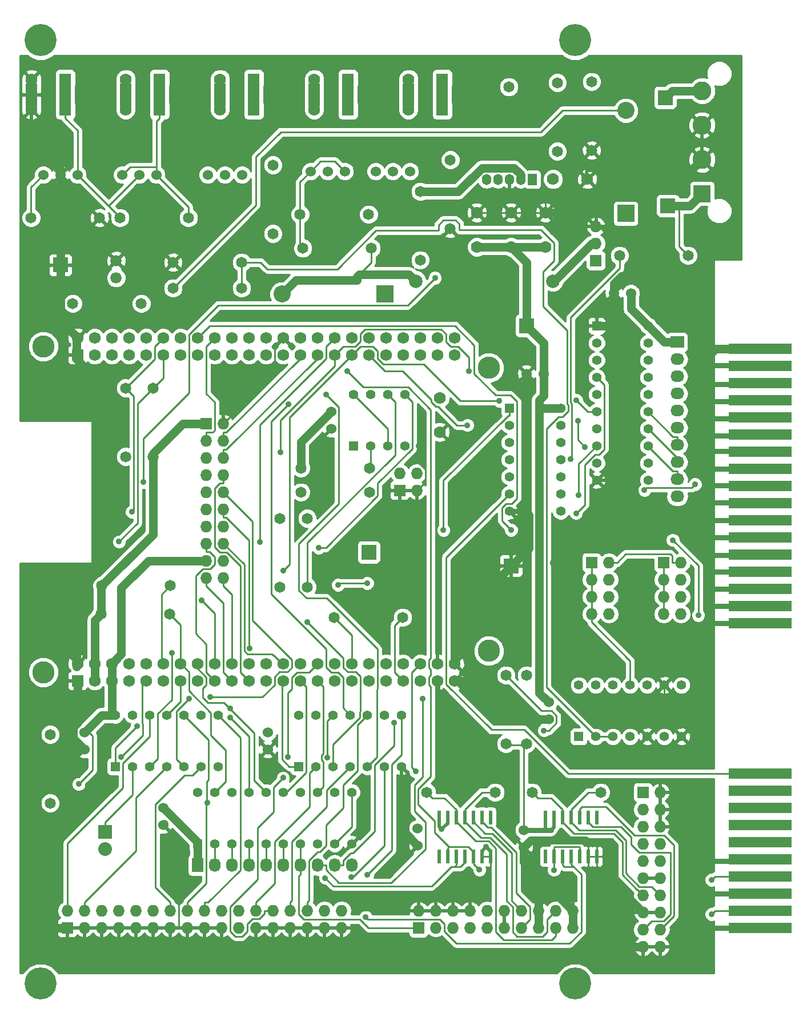
<source format=gtl>
G04 #@! TF.FileFunction,Copper,L1,Top,Signal*
%FSLAX46Y46*%
G04 Gerber Fmt 4.6, Leading zero omitted, Abs format (unit mm)*
G04 Created by KiCad (PCBNEW (after 2015-mar-04 BZR unknown)-product) date Sun 03 Mar 2019 09:58:19 PM EST*
%MOMM*%
G01*
G04 APERTURE LIST*
%ADD10C,0.152400*%
%ADD11R,9.398000X1.524000*%
%ADD12C,3.302000*%
%ADD13R,1.727200X1.727200*%
%ADD14C,1.727200*%
%ADD15O,1.727200X1.727200*%
%ADD16C,1.524000*%
%ADD17R,1.727200X2.032000*%
%ADD18O,1.727200X2.032000*%
%ADD19R,2.032000X1.727200*%
%ADD20O,2.032000X1.727200*%
%ADD21R,0.600000X2.000000*%
%ADD22R,1.397000X1.397000*%
%ADD23C,1.397000*%
%ADD24R,2.540000X2.540000*%
%ADD25C,2.794000*%
%ADD26C,1.676400*%
%ADD27C,1.998980*%
%ADD28C,2.540000*%
%ADD29R,2.032000X2.032000*%
%ADD30O,2.032000X2.032000*%
%ADD31R,2.235200X2.235200*%
%ADD32C,1.651000*%
%ADD33C,1.778000*%
%ADD34O,1.371600X1.651000*%
%ADD35R,1.371600X1.651000*%
%ADD36C,4.749800*%
%ADD37R,1.778000X1.778000*%
%ADD38R,1.778000X3.200000*%
%ADD39R,1.778000X3.500000*%
%ADD40C,0.889000*%
%ADD41C,1.270000*%
%ADD42C,0.254000*%
%ADD43C,0.508000*%
%ADD44C,0.762000*%
%ADD45C,1.143000*%
G04 APERTURE END LIST*
D10*
D11*
X228846380Y-126745600D03*
X228846380Y-129285600D03*
X228846380Y-131825600D03*
X228846380Y-134365600D03*
X228846380Y-136905600D03*
X228846380Y-139445600D03*
X228846380Y-141985600D03*
X228846380Y-144525600D03*
X228846380Y-147065600D03*
X228846380Y-149605600D03*
X228841300Y-63881000D03*
X228841300Y-66421000D03*
X228841300Y-68961000D03*
X228841300Y-71501000D03*
X228841300Y-74041000D03*
X228841300Y-76581000D03*
X228841300Y-79121000D03*
X228841300Y-81661000D03*
X228841300Y-84201000D03*
X228841300Y-86741000D03*
X228841300Y-89281000D03*
X228841300Y-91821000D03*
X228841300Y-94361000D03*
X228841300Y-96901000D03*
X228841300Y-99441000D03*
X228841300Y-101981000D03*
X228841300Y-104521000D03*
D12*
X188595000Y-108585000D03*
X122555000Y-111760000D03*
X122555000Y-63500000D03*
X188595000Y-66675000D03*
D13*
X127635000Y-113030000D03*
D14*
X127635000Y-110490000D03*
X130175000Y-113030000D03*
X130175000Y-110490000D03*
X132715000Y-113030000D03*
X132715000Y-110490000D03*
X135255000Y-113030000D03*
X135255000Y-110490000D03*
X137795000Y-113030000D03*
X137795000Y-110490000D03*
X140335000Y-113030000D03*
X140335000Y-110490000D03*
X142875000Y-113030000D03*
X142875000Y-110490000D03*
X145415000Y-113030000D03*
X145415000Y-110490000D03*
X147955000Y-113030000D03*
X147955000Y-110490000D03*
X150495000Y-113030000D03*
X150495000Y-110490000D03*
X153035000Y-113030000D03*
X153035000Y-110490000D03*
X155575000Y-113030000D03*
X155575000Y-110490000D03*
X158115000Y-113030000D03*
X158115000Y-110490000D03*
X160655000Y-113030000D03*
X160655000Y-110490000D03*
X163195000Y-113030000D03*
X163195000Y-110490000D03*
X165735000Y-113030000D03*
X165735000Y-110490000D03*
X168275000Y-113030000D03*
X168275000Y-110490000D03*
X170815000Y-113030000D03*
X170815000Y-110490000D03*
X173355000Y-113030000D03*
X173355000Y-110490000D03*
X175895000Y-113030000D03*
X175895000Y-110490000D03*
X178435000Y-113030000D03*
X178435000Y-110490000D03*
X180975000Y-113030000D03*
X180975000Y-110490000D03*
X183515000Y-113030000D03*
X183515000Y-110490000D03*
D13*
X127635000Y-64770000D03*
D14*
X127635000Y-62230000D03*
X130175000Y-64770000D03*
X130175000Y-62230000D03*
X132715000Y-64770000D03*
X132715000Y-62230000D03*
X135255000Y-64770000D03*
X135255000Y-62230000D03*
X137795000Y-64770000D03*
X137795000Y-62230000D03*
X140335000Y-64770000D03*
X140335000Y-62230000D03*
X142875000Y-64770000D03*
X142875000Y-62230000D03*
X145415000Y-64770000D03*
X145415000Y-62230000D03*
X147955000Y-64770000D03*
X147955000Y-62230000D03*
X150495000Y-64770000D03*
X150495000Y-62230000D03*
X153035000Y-64770000D03*
X153035000Y-62230000D03*
X155575000Y-64770000D03*
X155575000Y-62230000D03*
X158115000Y-64770000D03*
X158115000Y-62230000D03*
X160655000Y-64770000D03*
X160655000Y-62230000D03*
X163195000Y-64770000D03*
X163195000Y-62230000D03*
X165735000Y-64770000D03*
X165735000Y-62230000D03*
X168275000Y-64770000D03*
X168275000Y-62230000D03*
X170815000Y-64770000D03*
X170815000Y-62230000D03*
X173355000Y-64770000D03*
X173355000Y-62230000D03*
X175895000Y-64770000D03*
X175895000Y-62230000D03*
X178435000Y-64770000D03*
X178435000Y-62230000D03*
X180975000Y-64770000D03*
X180975000Y-62230000D03*
X183515000Y-64770000D03*
X183515000Y-62230000D03*
D13*
X204470000Y-50800000D03*
D15*
X204470000Y-48260000D03*
X204470000Y-45720000D03*
D16*
X149479000Y-38100000D03*
X146939000Y-38100000D03*
X152019000Y-38100000D03*
D13*
X175387000Y-84836000D03*
D15*
X175387000Y-82296000D03*
X177927000Y-84836000D03*
X177927000Y-82296000D03*
D13*
X214503000Y-95504000D03*
D15*
X217043000Y-95504000D03*
X214503000Y-98044000D03*
X217043000Y-98044000D03*
X214503000Y-100584000D03*
X217043000Y-100584000D03*
X214503000Y-103124000D03*
X217043000Y-103124000D03*
D13*
X203835000Y-95504000D03*
D15*
X206375000Y-95504000D03*
X203835000Y-98044000D03*
X206375000Y-98044000D03*
X203835000Y-100584000D03*
X206375000Y-100584000D03*
X203835000Y-103124000D03*
X206375000Y-103124000D03*
D13*
X146685000Y-74930000D03*
D15*
X149225000Y-74930000D03*
X146685000Y-77470000D03*
X149225000Y-77470000D03*
X146685000Y-80010000D03*
X149225000Y-80010000D03*
X146685000Y-82550000D03*
X149225000Y-82550000D03*
X146685000Y-85090000D03*
X149225000Y-85090000D03*
X146685000Y-87630000D03*
X149225000Y-87630000D03*
X146685000Y-90170000D03*
X149225000Y-90170000D03*
X146685000Y-92710000D03*
X149225000Y-92710000D03*
X146685000Y-95250000D03*
X149225000Y-95250000D03*
X146685000Y-97790000D03*
X149225000Y-97790000D03*
D13*
X211455000Y-129540000D03*
D15*
X213995000Y-129540000D03*
X211455000Y-132080000D03*
X213995000Y-132080000D03*
X211455000Y-134620000D03*
X213995000Y-134620000D03*
X211455000Y-137160000D03*
X213995000Y-137160000D03*
X211455000Y-139700000D03*
X213995000Y-139700000D03*
X211455000Y-142240000D03*
X213995000Y-142240000D03*
X211455000Y-144780000D03*
X213995000Y-144780000D03*
X211455000Y-147320000D03*
X213995000Y-147320000D03*
X211455000Y-149860000D03*
X213995000Y-149860000D03*
X211455000Y-152400000D03*
X213995000Y-152400000D03*
D13*
X178181000Y-149606000D03*
D15*
X178181000Y-147066000D03*
X180721000Y-149606000D03*
X180721000Y-147066000D03*
X183261000Y-149606000D03*
X183261000Y-147066000D03*
X185801000Y-149606000D03*
X185801000Y-147066000D03*
X188341000Y-149606000D03*
X188341000Y-147066000D03*
X190881000Y-149606000D03*
X190881000Y-147066000D03*
X193421000Y-149606000D03*
X193421000Y-147066000D03*
X195961000Y-149606000D03*
X195961000Y-147066000D03*
X198501000Y-149606000D03*
X198501000Y-147066000D03*
X201041000Y-149606000D03*
X201041000Y-147066000D03*
D13*
X126111000Y-149606000D03*
D15*
X126111000Y-147066000D03*
X128651000Y-149606000D03*
X128651000Y-147066000D03*
X131191000Y-149606000D03*
X131191000Y-147066000D03*
X133731000Y-149606000D03*
X133731000Y-147066000D03*
X136271000Y-149606000D03*
X136271000Y-147066000D03*
X138811000Y-149606000D03*
X138811000Y-147066000D03*
X141351000Y-149606000D03*
X141351000Y-147066000D03*
X143891000Y-149606000D03*
X143891000Y-147066000D03*
X146431000Y-149606000D03*
X146431000Y-147066000D03*
X148971000Y-149606000D03*
X148971000Y-147066000D03*
X151511000Y-149606000D03*
X151511000Y-147066000D03*
X154051000Y-149606000D03*
X154051000Y-147066000D03*
X156591000Y-149606000D03*
X156591000Y-147066000D03*
X159131000Y-149606000D03*
X159131000Y-147066000D03*
X161671000Y-149606000D03*
X161671000Y-147066000D03*
X164211000Y-149606000D03*
X164211000Y-147066000D03*
X166751000Y-149606000D03*
X166751000Y-147066000D03*
D17*
X145415000Y-140335000D03*
D18*
X147955000Y-140335000D03*
X150495000Y-140335000D03*
X153035000Y-140335000D03*
X155575000Y-140335000D03*
X158115000Y-140335000D03*
X160655000Y-140335000D03*
X163195000Y-140335000D03*
X165735000Y-140335000D03*
X168275000Y-140335000D03*
D19*
X216535000Y-62865000D03*
D20*
X216535000Y-65405000D03*
X216535000Y-67945000D03*
X216535000Y-70485000D03*
X216535000Y-73025000D03*
X216535000Y-75565000D03*
X216535000Y-78105000D03*
X216535000Y-80645000D03*
X216535000Y-83185000D03*
X216535000Y-85725000D03*
D21*
X196977000Y-139044000D03*
X198247000Y-139044000D03*
X199517000Y-139044000D03*
X200787000Y-139044000D03*
X202057000Y-139044000D03*
X203327000Y-139044000D03*
X204597000Y-139044000D03*
X204597000Y-133244000D03*
X203327000Y-133244000D03*
X202057000Y-133244000D03*
X200787000Y-133244000D03*
X199517000Y-133244000D03*
X198247000Y-133244000D03*
X196977000Y-133244000D03*
X181229000Y-139044000D03*
X182499000Y-139044000D03*
X183769000Y-139044000D03*
X185039000Y-139044000D03*
X186309000Y-139044000D03*
X187579000Y-139044000D03*
X188849000Y-139044000D03*
X188849000Y-133244000D03*
X187579000Y-133244000D03*
X186309000Y-133244000D03*
X185039000Y-133244000D03*
X183769000Y-133244000D03*
X182499000Y-133244000D03*
X181229000Y-133244000D03*
D22*
X145415000Y-137160000D03*
D23*
X147955000Y-137160000D03*
X150495000Y-137160000D03*
X153035000Y-137160000D03*
X155575000Y-137160000D03*
X158115000Y-137160000D03*
X160655000Y-137160000D03*
X163195000Y-137160000D03*
X165735000Y-137160000D03*
X168275000Y-137160000D03*
X168275000Y-129540000D03*
X165735000Y-129540000D03*
X163195000Y-129540000D03*
X160655000Y-129540000D03*
X158115000Y-129540000D03*
X155575000Y-129540000D03*
X153035000Y-129540000D03*
X150495000Y-129540000D03*
X147955000Y-129540000D03*
X145415000Y-129540000D03*
D24*
X220218000Y-40894000D03*
D25*
X220218000Y-35814000D03*
X220218000Y-30734000D03*
X220218000Y-25654000D03*
D26*
X133350000Y-53340000D03*
X133350000Y-50800000D03*
D27*
X198086980Y-53848000D03*
X177766980Y-53848000D03*
D28*
X208915000Y-28575000D03*
D24*
X208915000Y-43815000D03*
D28*
X157924000Y-55753000D03*
D24*
X173164000Y-55753000D03*
D22*
X191643000Y-72644000D03*
D23*
X191643000Y-75184000D03*
X191643000Y-77724000D03*
X191643000Y-80264000D03*
X191643000Y-82804000D03*
X191643000Y-85344000D03*
X191643000Y-87884000D03*
X199263000Y-87884000D03*
X199263000Y-85344000D03*
X199263000Y-82804000D03*
X199263000Y-80264000D03*
X199263000Y-77724000D03*
X199263000Y-75184000D03*
X199263000Y-72644000D03*
D22*
X133223000Y-125730000D03*
D23*
X135763000Y-125730000D03*
X138303000Y-125730000D03*
X140843000Y-125730000D03*
X143383000Y-125730000D03*
X145923000Y-125730000D03*
X148463000Y-125730000D03*
X148463000Y-118110000D03*
X145923000Y-118110000D03*
X143383000Y-118110000D03*
X140843000Y-118110000D03*
X138303000Y-118110000D03*
X135763000Y-118110000D03*
X133223000Y-118110000D03*
D22*
X160401000Y-125730000D03*
D23*
X162941000Y-125730000D03*
X165481000Y-125730000D03*
X168021000Y-125730000D03*
X170561000Y-125730000D03*
X173101000Y-125730000D03*
X175641000Y-125730000D03*
X175641000Y-118110000D03*
X173101000Y-118110000D03*
X170561000Y-118110000D03*
X168021000Y-118110000D03*
X165481000Y-118110000D03*
X162941000Y-118110000D03*
X160401000Y-118110000D03*
D29*
X131699000Y-135382000D03*
D30*
X131699000Y-137922000D03*
D22*
X204597000Y-60452000D03*
D23*
X204597000Y-62992000D03*
X204597000Y-65532000D03*
X204597000Y-68072000D03*
X204597000Y-70612000D03*
X204597000Y-73152000D03*
X204597000Y-75692000D03*
X204597000Y-78232000D03*
X204597000Y-80772000D03*
X204597000Y-83312000D03*
X212217000Y-83312000D03*
X212217000Y-80772000D03*
X212217000Y-78232000D03*
X212217000Y-75692000D03*
X212217000Y-73152000D03*
X212217000Y-70612000D03*
X212217000Y-68072000D03*
X212217000Y-65532000D03*
X212217000Y-62992000D03*
X212217000Y-60452000D03*
D22*
X168529000Y-78232000D03*
D23*
X171069000Y-78232000D03*
X173609000Y-78232000D03*
X176149000Y-78232000D03*
X176149000Y-70612000D03*
X173609000Y-70612000D03*
X171069000Y-70612000D03*
X168529000Y-70612000D03*
D31*
X214757000Y-26670000D03*
X215138000Y-42672000D03*
X125095000Y-51435000D03*
X191897000Y-96012000D03*
D32*
X178435000Y-50721260D03*
X178435000Y-40561260D03*
X195023740Y-129540000D03*
X205183740Y-129540000D03*
X134747000Y-69674740D03*
X134747000Y-79834740D03*
X157607000Y-88978740D03*
X157607000Y-99138740D03*
X161671000Y-88978740D03*
X161671000Y-99138740D03*
X182880000Y-35892740D03*
X182880000Y-46052740D03*
X160733740Y-81534000D03*
X170893740Y-81534000D03*
X160733740Y-85090000D03*
X170893740Y-85090000D03*
X175816260Y-103632000D03*
X165656260Y-103632000D03*
X137081260Y-57150000D03*
X126921260Y-57150000D03*
X120728740Y-44450000D03*
X130888740Y-44450000D03*
X144066260Y-44450000D03*
X133906260Y-44450000D03*
X156591000Y-36654740D03*
X156591000Y-46814740D03*
X160606740Y-43942000D03*
X170766740Y-43942000D03*
X171181260Y-48958500D03*
X161021260Y-48958500D03*
X123571000Y-120982740D03*
X123571000Y-131142740D03*
X141272260Y-103124000D03*
X131112260Y-103124000D03*
X189532260Y-129540000D03*
X179372260Y-129540000D03*
X141399260Y-98933000D03*
X131239260Y-98933000D03*
X138811000Y-69674740D03*
X138811000Y-79834740D03*
X207977740Y-50038000D03*
X218137740Y-50038000D03*
D16*
X197485000Y-116205000D03*
X197485000Y-118745000D03*
X165227000Y-73152000D03*
X165227000Y-75692000D03*
X140335000Y-131826000D03*
X140335000Y-134366000D03*
X128651000Y-120650000D03*
X128651000Y-123190000D03*
X193802000Y-135128000D03*
X193802000Y-137668000D03*
X196723000Y-67564000D03*
X194183000Y-67564000D03*
X209677000Y-55626000D03*
X207137000Y-55626000D03*
X155829000Y-120650000D03*
X155829000Y-123190000D03*
X178054000Y-134874000D03*
X178054000Y-137414000D03*
D33*
X186817000Y-48768000D03*
X186817000Y-43688000D03*
X191897000Y-48768000D03*
X191897000Y-43688000D03*
X196977000Y-48768000D03*
X196977000Y-43688000D03*
X198120000Y-38735000D03*
X203200000Y-38735000D03*
D34*
X188239400Y-38785800D03*
X189941200Y-38785800D03*
X191643000Y-38785800D03*
X193344800Y-38785800D03*
D35*
X195046600Y-38785800D03*
D32*
X191566800Y-25069800D03*
X191135000Y-122349260D03*
X191135000Y-112189260D03*
X203835000Y-34465260D03*
X203835000Y-24305260D03*
X198755000Y-24462740D03*
X198755000Y-34622740D03*
X151940260Y-54864000D03*
X141780260Y-54864000D03*
X151940260Y-51054000D03*
X141780260Y-51054000D03*
D22*
X201930000Y-121285000D03*
D23*
X204470000Y-121285000D03*
X207010000Y-121285000D03*
X209550000Y-121285000D03*
X212090000Y-121285000D03*
X214630000Y-121285000D03*
X217170000Y-121285000D03*
X217170000Y-113665000D03*
X214630000Y-113665000D03*
X212090000Y-113665000D03*
X209550000Y-113665000D03*
X207010000Y-113665000D03*
X204470000Y-113665000D03*
X201930000Y-113665000D03*
D36*
X201422000Y-18161000D03*
X201422000Y-157861000D03*
X122174000Y-157861000D03*
X122174000Y-18161000D03*
D31*
X194183000Y-60452000D03*
X170815000Y-93980000D03*
D32*
X194183000Y-122349260D03*
X194183000Y-112189260D03*
D37*
X181697000Y-23948000D03*
D33*
X176673000Y-28448000D03*
D37*
X181697000Y-28448000D03*
D33*
X176697000Y-23948000D03*
D38*
X181681880Y-26151840D03*
D39*
X176642520Y-26222960D03*
D37*
X167727000Y-23948000D03*
D33*
X162703000Y-28448000D03*
D37*
X167727000Y-28448000D03*
D33*
X162727000Y-23948000D03*
D38*
X167711880Y-26151840D03*
D39*
X162672520Y-26222960D03*
D37*
X139787000Y-23948000D03*
D33*
X134763000Y-28448000D03*
D37*
X139787000Y-28448000D03*
D33*
X134787000Y-23948000D03*
D38*
X139771880Y-26151840D03*
D39*
X134732520Y-26222960D03*
D37*
X153757000Y-23948000D03*
D33*
X148733000Y-28448000D03*
D37*
X153757000Y-28448000D03*
D33*
X148757000Y-23948000D03*
D38*
X153741880Y-26151840D03*
D39*
X148702520Y-26222960D03*
D37*
X125817000Y-23948000D03*
D33*
X120793000Y-28448000D03*
D37*
X125817000Y-28448000D03*
D33*
X120817000Y-23948000D03*
D38*
X125801880Y-26151840D03*
D39*
X120762520Y-26222960D03*
D16*
X174371000Y-37592000D03*
X171831000Y-37592000D03*
X176911000Y-37592000D03*
X164719000Y-37592000D03*
X162179000Y-37592000D03*
X167259000Y-37592000D03*
X136779000Y-38100000D03*
X134239000Y-38100000D03*
X139319000Y-38100000D03*
X125095000Y-38100000D03*
X122555000Y-38100000D03*
X127635000Y-38100000D03*
D33*
X181356000Y-71107300D03*
X181356000Y-76187300D03*
D40*
X127796800Y-128312200D03*
X201931100Y-85504100D03*
X146002700Y-101101200D03*
X153157900Y-108208600D03*
X215853900Y-92178800D03*
X219654600Y-103296300D03*
X185401000Y-75169800D03*
X144132769Y-115709231D03*
X158116800Y-96671400D03*
X190123400Y-71581100D03*
X201554500Y-71491300D03*
X185609300Y-67158900D03*
X157676500Y-79145800D03*
X141605100Y-108916200D03*
X154638400Y-92441500D03*
X177776100Y-126459300D03*
X181868200Y-90696500D03*
X158781800Y-124315300D03*
X191897000Y-90678000D03*
X158860400Y-72044800D03*
X164500300Y-70629200D03*
X150253800Y-118445600D03*
X150241000Y-117094000D03*
X166243000Y-98806000D03*
X170561000Y-98552000D03*
X136450800Y-119729200D03*
X201521800Y-88208100D03*
X137406100Y-83577700D03*
X180612000Y-53370700D03*
X164340800Y-142218500D03*
X133783000Y-92425000D03*
X194183000Y-154076400D03*
X132080000Y-128981200D03*
X178231800Y-78257400D03*
X221361000Y-139700000D03*
X221615000Y-144526000D03*
X221615000Y-149606000D03*
X214630000Y-118110000D03*
X188221000Y-137620000D03*
X198247000Y-95504000D03*
X163367000Y-93311300D03*
X167580200Y-67153900D03*
X198247000Y-141033500D03*
X187197998Y-141008100D03*
X221615000Y-142494000D03*
X221615000Y-147574000D03*
X201815000Y-74516700D03*
X202874000Y-78401200D03*
X211672000Y-84748600D03*
X219154800Y-83933000D03*
X158093600Y-127397100D03*
X164607200Y-124367600D03*
X168213200Y-142082200D03*
X170583900Y-141758500D03*
X146884700Y-131095700D03*
X200749700Y-80217700D03*
X170345900Y-148037200D03*
X135683300Y-88009600D03*
X174524500Y-119253800D03*
X178820700Y-115713600D03*
X181610000Y-135001000D03*
X196764500Y-120377900D03*
X161646324Y-104291676D03*
X134053900Y-124301200D03*
X147320000Y-115443000D03*
D41*
X196088000Y-73002300D02*
X196088000Y-71450200D01*
X196088000Y-71450200D02*
X196723000Y-70815200D01*
X196723000Y-70815200D02*
X196723000Y-67564000D01*
X191897000Y-48768000D02*
X196977000Y-48768000D01*
X186817000Y-48768000D02*
X191897000Y-48768000D01*
X196446000Y-72644000D02*
X196088000Y-73002300D01*
X199263000Y-72644000D02*
X196446000Y-72644000D01*
X196088000Y-114808000D02*
X197485000Y-116205000D01*
X196088000Y-73002300D02*
X196088000Y-114808000D01*
X138112000Y-95250000D02*
X146685000Y-95250000D01*
X134112000Y-99250500D02*
X138112000Y-95250000D01*
X134112000Y-109093000D02*
X134112000Y-99250500D01*
X132715000Y-110490000D02*
X134112000Y-109093000D01*
X196723000Y-62992000D02*
X194183000Y-60452000D01*
X196723000Y-67564000D02*
X196723000Y-62992000D01*
X194183000Y-51054000D02*
X191897000Y-48768000D01*
X194183000Y-60452000D02*
X194183000Y-51054000D01*
X132715000Y-110490000D02*
X132715000Y-113030000D01*
X132715000Y-117602000D02*
X133223000Y-118110000D01*
X132715000Y-113030000D02*
X132715000Y-117602000D01*
X131191000Y-118110000D02*
X128983500Y-120317500D01*
X133223000Y-118110000D02*
X131191000Y-118110000D01*
X128983500Y-120317500D02*
X128651000Y-120650000D01*
D42*
X129839100Y-126269900D02*
X127796800Y-128312200D01*
X129839100Y-121173100D02*
X129839100Y-126269900D01*
X128983500Y-120317500D02*
X129839100Y-121173100D01*
X201931100Y-80897900D02*
X204597000Y-78232000D01*
X201931100Y-85504100D02*
X201931100Y-80897900D01*
X160655000Y-65261900D02*
X160655000Y-64770000D01*
X149691800Y-76225100D02*
X160655000Y-65261900D01*
X149225000Y-76225100D02*
X149691800Y-76225100D01*
X149225000Y-77470000D02*
X149225000Y-76225100D01*
X149225000Y-80010000D02*
X149225000Y-78765100D01*
X149691800Y-78765100D02*
X149225000Y-78765100D01*
X163195000Y-65261900D02*
X149691800Y-78765100D01*
X163195000Y-64770000D02*
X163195000Y-65261900D01*
X147955000Y-103053500D02*
X146002700Y-101101200D01*
X147955000Y-110490000D02*
X147955000Y-103053500D01*
X147200800Y-93954900D02*
X146685000Y-93954900D01*
X147955000Y-94709100D02*
X147200800Y-93954900D01*
X147955000Y-95801400D02*
X147955000Y-94709100D01*
X147261400Y-96495000D02*
X147955000Y-95801400D01*
X146162400Y-96495000D02*
X147261400Y-96495000D01*
X145146900Y-97510500D02*
X146162400Y-96495000D01*
X145146900Y-106055100D02*
X145146900Y-97510500D01*
X146685000Y-107593200D02*
X145146900Y-106055100D01*
X146685000Y-111760000D02*
X146685000Y-107593200D01*
X147955000Y-113030000D02*
X146685000Y-111760000D01*
X146685000Y-92710000D02*
X146685000Y-93954900D01*
X153035000Y-108085700D02*
X153157900Y-108208600D01*
X153035000Y-92218100D02*
X153035000Y-108085700D01*
X149691800Y-88874900D02*
X153035000Y-92218100D01*
X149225000Y-88874900D02*
X149691800Y-88874900D01*
X149225000Y-87630000D02*
X149225000Y-88874900D01*
X149225000Y-82550000D02*
X149225000Y-83794900D01*
X151790000Y-111785000D02*
X153035000Y-113030000D01*
X151790000Y-96037600D02*
X151790000Y-111785000D01*
X149732400Y-93980000D02*
X151790000Y-96037600D01*
X148703000Y-93980000D02*
X149732400Y-93980000D01*
X147955000Y-93232000D02*
X148703000Y-93980000D01*
X147955000Y-84549100D02*
X147955000Y-93232000D01*
X148709200Y-83794900D02*
X147955000Y-84549100D01*
X149225000Y-83794900D02*
X148709200Y-83794900D01*
X156591000Y-109220000D02*
X156709500Y-109220000D01*
X157979500Y-110490000D02*
X158115000Y-110490000D01*
X156464000Y-109093000D02*
X156591000Y-109220000D01*
X153424100Y-109093000D02*
X156464000Y-109093000D01*
X156709500Y-109220000D02*
X157979500Y-110490000D01*
X153365500Y-109034400D02*
X153424100Y-109093000D01*
X152815900Y-109034400D02*
X153365500Y-109034400D01*
X152332100Y-108550600D02*
X152815900Y-109034400D01*
X152332100Y-95817100D02*
X152332100Y-108550600D01*
X149225000Y-92710000D02*
X152332100Y-95817100D01*
X147656500Y-76225100D02*
X146685000Y-76225100D01*
X147930000Y-75951600D02*
X147656500Y-76225100D01*
X147930000Y-71767500D02*
X147930000Y-75951600D01*
X146685000Y-70522500D02*
X147930000Y-71767500D01*
X146685000Y-63500000D02*
X146685000Y-70522500D01*
X147955000Y-62230000D02*
X146685000Y-63500000D01*
X146685000Y-77470000D02*
X146685000Y-76225100D01*
X219654600Y-95979500D02*
X219654600Y-103296300D01*
X215853900Y-92178800D02*
X219654600Y-95979500D01*
X215866800Y-76860100D02*
X216535000Y-76860100D01*
X212217000Y-73210300D02*
X215866800Y-76860100D01*
X212217000Y-73152000D02*
X212217000Y-73210300D01*
X216535000Y-78105000D02*
X216535000Y-76860100D01*
X216535000Y-80645000D02*
X216535000Y-80022500D01*
X212217000Y-75704500D02*
X212217000Y-75692000D01*
X216535000Y-80022500D02*
X212217000Y-75704500D01*
X215798100Y-94532500D02*
X215798100Y-95504000D01*
X215524600Y-94259000D02*
X215798100Y-94532500D01*
X208864900Y-94259000D02*
X215524600Y-94259000D01*
X207619900Y-95504000D02*
X208864900Y-94259000D01*
X206375000Y-95504000D02*
X207619900Y-95504000D01*
X217043000Y-95504000D02*
X215798100Y-95504000D01*
X212217000Y-78311400D02*
X212217000Y-78232000D01*
X215845700Y-81940100D02*
X212217000Y-78311400D01*
X216535000Y-81940100D02*
X215845700Y-81940100D01*
X216535000Y-83185000D02*
X216535000Y-81940100D01*
X170815000Y-64770000D02*
X173195900Y-67150900D01*
X173195900Y-67150900D02*
X175824800Y-67150900D01*
X175824800Y-67150900D02*
X180085999Y-71412099D01*
X180085999Y-71412099D02*
X180085999Y-71716901D01*
X180085999Y-71716901D02*
X180746399Y-72377301D01*
X180746399Y-72377301D02*
X181051201Y-72377301D01*
X181051201Y-72377301D02*
X183843700Y-75169800D01*
X183843700Y-75169800D02*
X185401000Y-75169800D01*
X142271700Y-117570300D02*
X144132769Y-115709231D01*
X143383000Y-125730000D02*
X142271700Y-124618700D01*
X142271700Y-124618700D02*
X142271700Y-117570300D01*
X159018400Y-74026600D02*
X168275000Y-64770000D01*
X159018400Y-95769800D02*
X159018400Y-74026600D01*
X158116800Y-96671400D02*
X159018400Y-95769800D01*
X184381200Y-71581100D02*
X190123400Y-71581100D01*
X178949000Y-66148900D02*
X184381200Y-71581100D01*
X172943200Y-66148900D02*
X178949000Y-66148900D01*
X172085000Y-65290700D02*
X172943200Y-66148900D01*
X172085000Y-64218600D02*
X172085000Y-65290700D01*
X171391400Y-63525000D02*
X172085000Y-64218600D01*
X169520000Y-63525000D02*
X171391400Y-63525000D01*
X168275000Y-64770000D02*
X169520000Y-63525000D01*
X203215200Y-73152000D02*
X204597000Y-73152000D01*
X201554500Y-71491300D02*
X203215200Y-73152000D01*
X139509000Y-124524000D02*
X138303000Y-125730000D01*
X139509000Y-117900000D02*
X139509000Y-124524000D01*
X141605100Y-115803900D02*
X139509000Y-117900000D01*
X141605100Y-108916200D02*
X141605100Y-115803900D01*
X167005000Y-63500000D02*
X165735000Y-64770000D01*
X168790200Y-63500000D02*
X167005000Y-63500000D01*
X169545000Y-62745200D02*
X168790200Y-63500000D01*
X169545000Y-61671900D02*
X169545000Y-62745200D01*
X170255600Y-60961300D02*
X169545000Y-61671900D01*
X181537000Y-60961300D02*
X170255600Y-60961300D01*
X182245000Y-61669300D02*
X181537000Y-60961300D01*
X182245000Y-62809900D02*
X182245000Y-61669300D01*
X182960100Y-63525000D02*
X182245000Y-62809900D01*
X184033800Y-63525000D02*
X182960100Y-63525000D01*
X185609300Y-65100500D02*
X184033800Y-63525000D01*
X185609300Y-67158900D02*
X185609300Y-65100500D01*
X157676500Y-74476600D02*
X157676500Y-79145800D01*
X165735000Y-66418100D02*
X157676500Y-74476600D01*
X165735000Y-64770000D02*
X165735000Y-66418100D01*
X154638400Y-75098800D02*
X154638400Y-92441500D01*
X164465000Y-65272200D02*
X154638400Y-75098800D01*
X164465000Y-63500000D02*
X164465000Y-65272200D01*
X165735000Y-62230000D02*
X164465000Y-63500000D01*
X158535600Y-129540000D02*
X158115000Y-129540000D01*
X161487300Y-126588300D02*
X158535600Y-129540000D01*
X161487300Y-113862300D02*
X161487300Y-126588300D01*
X160655000Y-113030000D02*
X161487300Y-113862300D01*
X177165000Y-125848200D02*
X177776100Y-126459300D01*
X177165000Y-111760000D02*
X177165000Y-125848200D01*
X178435000Y-110490000D02*
X177165000Y-111760000D01*
X142875000Y-116078000D02*
X142875000Y-113030000D01*
X140843000Y-118110000D02*
X142875000Y-116078000D01*
X191508000Y-73723800D02*
X191643000Y-73723800D01*
X181868200Y-83363600D02*
X191508000Y-73723800D01*
X181868200Y-90696500D02*
X181868200Y-83363600D01*
X191643000Y-72644000D02*
X191643000Y-73723800D01*
X158781800Y-114814300D02*
X158781800Y-124315300D01*
X159385000Y-114211100D02*
X158781800Y-114814300D01*
X159385000Y-112509200D02*
X159385000Y-114211100D01*
X160134200Y-111760000D02*
X159385000Y-112509200D01*
X161925000Y-111760000D02*
X160134200Y-111760000D01*
X163195000Y-110490000D02*
X161925000Y-111760000D01*
X147191709Y-60453291D02*
X145415000Y-62230000D01*
X183580301Y-60453291D02*
X147191709Y-60453291D01*
X186434801Y-63307791D02*
X183580301Y-60453291D01*
X189635259Y-70755599D02*
X186434801Y-67555141D01*
X191837401Y-70755599D02*
X189635259Y-70755599D01*
X186434801Y-67555141D02*
X186434801Y-63307791D01*
X192722501Y-86042499D02*
X192722501Y-71640699D01*
X191960501Y-86804499D02*
X192722501Y-86042499D01*
X191124839Y-86804499D02*
X191960501Y-86804499D01*
X190563499Y-87365839D02*
X191124839Y-86804499D01*
X192722501Y-71640699D02*
X191837401Y-70755599D01*
X190563499Y-89344499D02*
X190563499Y-87365839D01*
X191897000Y-90678000D02*
X190563499Y-89344499D01*
X166979900Y-117068900D02*
X168021000Y-118110000D01*
X166979900Y-112514300D02*
X166979900Y-117068900D01*
X166250700Y-111785100D02*
X166979900Y-112514300D01*
X165219100Y-111785100D02*
X166250700Y-111785100D01*
X164465000Y-111031000D02*
X165219100Y-111785100D01*
X164465000Y-108277800D02*
X164465000Y-111031000D01*
X156334600Y-100147400D02*
X164465000Y-108277800D01*
X156334600Y-74570600D02*
X156334600Y-100147400D01*
X158860400Y-72044800D02*
X156334600Y-74570600D01*
X172010900Y-124280100D02*
X170561000Y-125730000D01*
X172010900Y-114349100D02*
X172010900Y-124280100D01*
X172085000Y-114275000D02*
X172010900Y-114349100D01*
X172085000Y-108302000D02*
X172085000Y-114275000D01*
X164568900Y-100785900D02*
X172085000Y-108302000D01*
X161559000Y-100785900D02*
X164568900Y-100785900D01*
X160456600Y-99683500D02*
X161559000Y-100785900D01*
X160456600Y-92750600D02*
X160456600Y-99683500D01*
X166380600Y-86826600D02*
X160456600Y-92750600D01*
X166380600Y-72509500D02*
X166380600Y-86826600D01*
X164500300Y-70629200D02*
X166380600Y-72509500D01*
X164028400Y-128706600D02*
X163195000Y-129540000D01*
X164028400Y-124956600D02*
X164028400Y-128706600D01*
X163781400Y-124709600D02*
X164028400Y-124956600D01*
X163781400Y-124025600D02*
X163781400Y-124709600D01*
X164028400Y-123778600D02*
X163781400Y-124025600D01*
X164028400Y-113863400D02*
X164028400Y-123778600D01*
X163195000Y-113030000D02*
X164028400Y-113863400D01*
X158997100Y-125730000D02*
X160401000Y-125730000D01*
X157941200Y-124674100D02*
X158997100Y-125730000D01*
X157941200Y-113203800D02*
X157941200Y-124674100D01*
X158115000Y-113030000D02*
X157941200Y-113203800D01*
X150253800Y-118445600D02*
X153035000Y-121226800D01*
X153035000Y-121226800D02*
X153035000Y-129540000D01*
X170561000Y-98552000D02*
X166497000Y-98552000D01*
X166497000Y-98552000D02*
X166243000Y-98806000D01*
X146710399Y-112503833D02*
X145415000Y-111208434D01*
X146710399Y-113627409D02*
X146710399Y-112503833D01*
X146177000Y-114160808D02*
X146710399Y-113627409D01*
X146177000Y-115521742D02*
X146177000Y-114160808D01*
X146923759Y-116268501D02*
X146177000Y-115521742D01*
X145415000Y-111208434D02*
X145415000Y-110490000D01*
X149298443Y-116268501D02*
X146923759Y-116268501D01*
X153797000Y-127762000D02*
X153797000Y-120767058D01*
X155575000Y-129540000D02*
X153797000Y-127762000D01*
X150123942Y-117094000D02*
X149794695Y-116764753D01*
X150241000Y-117094000D02*
X150123942Y-117094000D01*
X149794695Y-116764753D02*
X149298443Y-116268501D01*
X153797000Y-120767058D02*
X149794695Y-116764753D01*
X133223000Y-122957000D02*
X133223000Y-125730000D01*
X136450800Y-119729200D02*
X133223000Y-122957000D01*
X205703200Y-69178200D02*
X204597000Y-68072000D01*
X205703200Y-78723300D02*
X205703200Y-69178200D01*
X204924500Y-79502000D02*
X205703200Y-78723300D01*
X204339200Y-79502000D02*
X204924500Y-79502000D01*
X202798500Y-81042700D02*
X204339200Y-79502000D01*
X202798500Y-86931400D02*
X202798500Y-81042700D01*
X201521800Y-88208100D02*
X202798500Y-86931400D01*
X140063600Y-100268700D02*
X141399300Y-98933000D01*
X140063600Y-110218600D02*
X140063600Y-100268700D01*
X140335000Y-110490000D02*
X140063600Y-110218600D01*
X176578400Y-57404300D02*
X180612000Y-53370700D01*
X148470400Y-57404300D02*
X176578400Y-57404300D01*
X144145000Y-61729700D02*
X148470400Y-57404300D01*
X144145000Y-70383400D02*
X144145000Y-61729700D01*
X137406100Y-77122300D02*
X144145000Y-70383400D01*
X137406100Y-83577700D02*
X137406100Y-77122300D01*
X183769000Y-138844000D02*
X183769000Y-139827000D01*
X185039000Y-139446000D02*
X185039000Y-139898000D01*
X185039000Y-139898000D02*
X184411500Y-140525500D01*
X180127000Y-143450800D02*
X165573100Y-143450800D01*
X184411500Y-140525500D02*
X183052300Y-140525500D01*
X183052300Y-140525500D02*
X180127000Y-143450800D01*
X165573100Y-143450800D02*
X164340800Y-142218500D01*
X136509200Y-89698800D02*
X133783000Y-92425000D01*
X136509200Y-71976500D02*
X136509200Y-89698800D01*
X138811000Y-69674700D02*
X136509200Y-71976500D01*
X140335000Y-68150700D02*
X140335000Y-64770000D01*
X138811000Y-69674700D02*
X140335000Y-68150700D01*
X183541500Y-140525500D02*
X183052300Y-140525500D01*
X183769000Y-140298000D02*
X183541500Y-140525500D01*
X183769000Y-139044000D02*
X183769000Y-140298000D01*
X142875000Y-104726700D02*
X142875000Y-110490000D01*
X141272300Y-103124000D02*
X142875000Y-104726700D01*
X147352900Y-121082200D02*
X149560700Y-123290000D01*
X147352900Y-117761900D02*
X147352900Y-121082200D01*
X144120000Y-114529000D02*
X147352900Y-117761900D01*
X144120000Y-111735000D02*
X144120000Y-114529000D01*
X149560700Y-127934300D02*
X147955000Y-129540000D01*
X142875000Y-110490000D02*
X144120000Y-111735000D01*
X149560700Y-123290000D02*
X149560700Y-127934300D01*
X168275000Y-106250700D02*
X165656300Y-103632000D01*
X168275000Y-110490000D02*
X168275000Y-106250700D01*
D41*
X196977000Y-43688000D02*
X202374000Y-43688000D01*
X206883000Y-47498000D02*
X209550000Y-47498000D01*
D43*
X202374000Y-43688000D02*
X204660000Y-45974000D01*
D41*
X211074000Y-49022000D02*
X211074000Y-53086000D01*
D43*
X204660000Y-45974000D02*
X205359000Y-45974000D01*
X205359000Y-45974000D02*
X206883000Y-47498000D01*
D41*
X209550000Y-47498000D02*
X211074000Y-49022000D01*
D42*
X207822800Y-154076400D02*
X209499200Y-152400000D01*
X209499200Y-152400000D02*
X211455000Y-152400000D01*
X194183000Y-154076400D02*
X207822800Y-154076400D01*
X142494000Y-149504400D02*
X141452600Y-149504400D01*
X141452600Y-149504400D02*
X141351000Y-149606000D01*
X142646399Y-149352001D02*
X142494000Y-149504400D01*
X140335000Y-134366000D02*
X142646399Y-136677399D01*
X142646399Y-136677399D02*
X142646399Y-149352001D01*
X132080000Y-128981200D02*
X131635501Y-129425699D01*
X131635501Y-129425699D02*
X127012699Y-129425699D01*
X126619000Y-125222000D02*
X128651000Y-123190000D01*
X127012699Y-129425699D02*
X126619000Y-129032000D01*
X126619000Y-129032000D02*
X126619000Y-125222000D01*
D44*
X180975000Y-113030000D02*
X180975000Y-114554000D01*
X180975000Y-114554000D02*
X181457600Y-115036600D01*
D42*
X177927000Y-84836000D02*
X175387000Y-84836000D01*
X178231800Y-78257400D02*
X178231800Y-80758790D01*
X178231800Y-80758790D02*
X179171601Y-81698591D01*
X179171601Y-81698591D02*
X179171601Y-83591399D01*
X179171601Y-83591399D02*
X177927000Y-84836000D01*
D41*
X194183000Y-88189000D02*
X194183000Y-67564000D01*
X194503000Y-88509000D02*
X194183000Y-88189000D01*
D42*
X206835000Y-37465000D02*
X203835000Y-34465300D01*
D41*
X218567000Y-37465000D02*
X206835000Y-37465000D01*
X220218000Y-35814000D02*
X218567000Y-37465000D01*
D43*
X203200000Y-37465000D02*
X202882000Y-38417500D01*
X206835000Y-37465000D02*
X203200000Y-37465000D01*
D42*
X130127000Y-45212000D02*
X130889000Y-44450000D01*
X125095000Y-45212000D02*
X130127000Y-45212000D01*
X130127000Y-47576700D02*
X133350000Y-50800000D01*
X130127000Y-45212000D02*
X130127000Y-47576700D01*
D41*
X125095000Y-45212000D02*
X125095000Y-38100000D01*
X125095000Y-51435000D02*
X125095000Y-45212000D01*
D42*
X127508000Y-62103000D02*
X127508000Y-62674500D01*
D41*
X127508000Y-62103000D02*
X127635000Y-62230000D01*
X125095000Y-59690000D02*
X127508000Y-62103000D01*
X125095000Y-51435000D02*
X125095000Y-59690000D01*
D42*
X120763000Y-24002000D02*
X120763000Y-26223000D01*
X120817000Y-23948000D02*
X120763000Y-24002000D01*
X214630000Y-113665000D02*
X214630000Y-118110000D01*
X196977000Y-42164000D02*
X196977000Y-43688000D01*
X202565000Y-39370000D02*
X196977000Y-42164000D01*
X202882000Y-38417500D02*
X202565000Y-39370000D01*
X202882000Y-38417500D02*
X203200000Y-38735000D01*
X120793000Y-27948600D02*
X120793000Y-28448000D01*
X120763000Y-27918600D02*
X120793000Y-27948600D01*
D41*
X120763000Y-27918600D02*
X120763000Y-26223000D01*
D43*
X120763000Y-33005500D02*
X120763000Y-27918600D01*
D41*
X125095000Y-37338000D02*
X120763000Y-33005500D01*
X125095000Y-38100000D02*
X125095000Y-37338000D01*
X127508000Y-64770000D02*
X127508000Y-62674500D01*
X127508000Y-65405000D02*
X127508000Y-64770000D01*
X132207000Y-70104000D02*
X127508000Y-65405000D01*
X132207000Y-95250000D02*
X132207000Y-70104000D01*
X127508000Y-99949000D02*
X132207000Y-95250000D01*
X127508000Y-110934000D02*
X127508000Y-99949000D01*
D42*
X127635000Y-64770000D02*
X127508000Y-64770000D01*
D41*
X221424000Y-101981000D02*
X221424000Y-104521000D01*
X221424000Y-99441000D02*
X221424000Y-101981000D01*
X221424000Y-96837500D02*
X221424000Y-99441000D01*
X221424000Y-94424500D02*
X221424000Y-96837500D01*
X221424000Y-91757500D02*
X221424000Y-94424500D01*
X221424000Y-89217500D02*
X221424000Y-91757500D01*
X221424000Y-86614000D02*
X221424000Y-89217500D01*
X221424000Y-84074000D02*
X221424000Y-86614000D01*
X221424000Y-81661000D02*
X221424000Y-84074000D01*
X221424000Y-78994000D02*
X221424000Y-81661000D01*
X221424000Y-76708000D02*
X221424000Y-78994000D01*
X221424000Y-74168000D02*
X221424000Y-76708000D01*
X221424000Y-71628000D02*
X221424000Y-74168000D01*
X221424000Y-69088000D02*
X221424000Y-71628000D01*
X194503000Y-93406000D02*
X194503000Y-89268400D01*
X191897000Y-96012000D02*
X194503000Y-93406000D01*
X183515000Y-104394000D02*
X191897000Y-96012000D01*
X183515000Y-110490000D02*
X183515000Y-104394000D01*
X126954000Y-121493000D02*
X128651000Y-123190000D01*
X126954000Y-119903000D02*
X126954000Y-121493000D01*
X127635000Y-119223000D02*
X126954000Y-119903000D01*
X127635000Y-113030000D02*
X127635000Y-119223000D01*
D43*
X188849000Y-138247000D02*
X188221000Y-137620000D01*
X188849000Y-138844000D02*
X188849000Y-138247000D01*
X187579000Y-138262000D02*
X188221000Y-137620000D01*
X187579000Y-138844000D02*
X187579000Y-138262000D01*
D41*
X193802000Y-137668000D02*
X194808000Y-136662000D01*
D45*
X202965000Y-136662000D02*
X203209000Y-136906000D01*
X194808000Y-136662000D02*
X202965000Y-136662000D01*
D41*
X204343000Y-89408000D02*
X210693000Y-89408000D01*
X198247000Y-95504000D02*
X204343000Y-89408000D01*
X206553000Y-60452000D02*
X207391000Y-59613800D01*
X204597000Y-60452000D02*
X206553000Y-60452000D01*
X207391000Y-83312000D02*
X207391000Y-59613800D01*
D43*
X204597000Y-83312000D02*
X207391000Y-83312000D01*
D41*
X207391000Y-57404000D02*
X207391000Y-59613800D01*
X207137000Y-57150000D02*
X207391000Y-57404000D01*
X207137000Y-55626000D02*
X207137000Y-57150000D01*
X208280000Y-53086000D02*
X211074000Y-53086000D01*
X207137000Y-54229000D02*
X208280000Y-53086000D01*
X207137000Y-55626000D02*
X207137000Y-54229000D01*
D44*
X229108000Y-66294000D02*
X229235000Y-66421000D01*
X221424000Y-66294000D02*
X229108000Y-66294000D01*
X229108000Y-69088000D02*
X229235000Y-68961000D01*
X221424000Y-69088000D02*
X229108000Y-69088000D01*
X229108000Y-71628000D02*
X229235000Y-71501000D01*
X221424000Y-71628000D02*
X229108000Y-71628000D01*
X229108000Y-74168000D02*
X229235000Y-74041000D01*
X221424000Y-74168000D02*
X229108000Y-74168000D01*
X229108000Y-76708000D02*
X229235000Y-76581000D01*
X221424000Y-76708000D02*
X229108000Y-76708000D01*
X229108000Y-78994000D02*
X229235000Y-79121000D01*
X221424000Y-78994000D02*
X229108000Y-78994000D01*
X221424000Y-81661000D02*
X229235000Y-81661000D01*
X229108000Y-84074000D02*
X229235000Y-84201000D01*
X221424000Y-84074000D02*
X229108000Y-84074000D01*
X229108000Y-86614000D02*
X229235000Y-86741000D01*
X221424000Y-86614000D02*
X229108000Y-86614000D01*
X229172000Y-89217500D02*
X229235000Y-89281000D01*
X221424000Y-89217500D02*
X229172000Y-89217500D01*
X229172000Y-91757500D02*
X229235000Y-91821000D01*
X221424000Y-91757500D02*
X229172000Y-91757500D01*
X229172000Y-94424500D02*
X229235000Y-94361000D01*
X221424000Y-94424500D02*
X229172000Y-94424500D01*
X229172000Y-96837500D02*
X229235000Y-96901000D01*
X221424000Y-96837500D02*
X229172000Y-96837500D01*
X229235000Y-99441000D02*
X221424000Y-99441000D01*
X229235000Y-101981000D02*
X221424000Y-101981000D01*
X229235000Y-104521000D02*
X221424000Y-104521000D01*
D41*
X222186000Y-63881000D02*
X221424000Y-64643000D01*
X229235000Y-63881000D02*
X222186000Y-63881000D01*
D43*
X220218000Y-30734000D02*
X220218000Y-35814000D01*
D41*
X201041000Y-149606000D02*
X200914000Y-149733000D01*
D42*
X177927000Y-84836000D02*
X177927000Y-84213500D01*
D41*
X221424000Y-63055000D02*
X221424000Y-64643000D01*
X218681000Y-60312300D02*
X221424000Y-63055000D01*
X218681000Y-59423300D02*
X218681000Y-60312300D01*
X214471000Y-55213200D02*
X218681000Y-59423300D01*
X212344000Y-53086000D02*
X214471000Y-55213200D01*
X211074000Y-53086000D02*
X212344000Y-53086000D01*
D42*
X203327000Y-137024000D02*
X203209000Y-136906000D01*
X203327000Y-138844000D02*
X203327000Y-137024000D01*
D45*
X203209000Y-136906000D02*
X204343000Y-136906000D01*
D42*
X204597000Y-137586000D02*
X204343000Y-137332000D01*
X204343000Y-137332000D02*
X204343000Y-136906000D01*
X204597000Y-138844000D02*
X204597000Y-137586000D01*
D41*
X140335000Y-134366000D02*
X140462000Y-134239000D01*
D43*
X175641000Y-127762000D02*
X175641000Y-125730000D01*
D41*
X175641000Y-135001000D02*
X175641000Y-127762000D01*
X178054000Y-137414000D02*
X175641000Y-135001000D01*
X190451000Y-118745000D02*
X197485000Y-118745000D01*
X184736000Y-113030000D02*
X190451000Y-118745000D01*
X183515000Y-113030000D02*
X184736000Y-113030000D01*
X201041000Y-147066000D02*
X201041000Y-149606000D01*
X193802000Y-139827000D02*
X193802000Y-137668000D01*
X197548000Y-143573000D02*
X193802000Y-139827000D01*
X201041000Y-147066000D02*
X197548000Y-143573000D01*
D45*
X204343000Y-136906000D02*
X206121000Y-136906000D01*
D41*
X206121000Y-148287000D02*
X206121000Y-141986000D01*
X210234000Y-152400000D02*
X206121000Y-148287000D01*
X211455000Y-152400000D02*
X210234000Y-152400000D01*
D43*
X218313000Y-120142000D02*
X217170000Y-121285000D01*
D41*
X221424000Y-117031000D02*
X218313000Y-120142000D01*
X221424000Y-104521000D02*
X221424000Y-117031000D01*
X123977000Y-149606000D02*
X126111000Y-149606000D01*
X120777000Y-146406000D02*
X123977000Y-149606000D01*
X120777000Y-128778000D02*
X120777000Y-146406000D01*
X126365000Y-123190000D02*
X120777000Y-128778000D01*
X128651000Y-123190000D02*
X126365000Y-123190000D01*
X206121000Y-136906000D02*
X206121000Y-141986000D01*
X206121000Y-141986000D02*
X211455000Y-147320000D01*
X195961000Y-149606000D02*
X195961000Y-147066000D01*
X197548000Y-144258000D02*
X197548000Y-143573000D01*
X195961000Y-145845000D02*
X197548000Y-144258000D01*
X195961000Y-147066000D02*
X195961000Y-145845000D01*
D43*
X204597000Y-83312000D02*
X210693000Y-89408000D01*
D41*
X221106000Y-89535000D02*
X221424000Y-89217500D01*
X210820000Y-89535000D02*
X221106000Y-89535000D01*
X210693000Y-89408000D02*
X210820000Y-89535000D01*
D42*
X196977000Y-43688000D02*
X191897000Y-43688000D01*
X191897000Y-43688000D02*
X186817000Y-43688000D01*
D41*
X221424000Y-64643000D02*
X221424000Y-66294000D01*
X221424000Y-66294000D02*
X221424000Y-69088000D01*
X194503000Y-89268400D02*
X194503000Y-88509000D01*
X194503000Y-89268400D02*
X194503000Y-88509000D01*
D44*
X193878000Y-87884000D02*
X191643000Y-87884000D01*
D41*
X194503000Y-88509000D02*
X193878000Y-87884000D01*
D42*
X120762000Y-26223000D02*
X120762500Y-26223000D01*
X120762500Y-26223000D02*
X120763000Y-26223000D01*
D44*
X229235000Y-149606000D02*
X229234600Y-149606000D01*
X229234600Y-149606000D02*
X221615000Y-149606000D01*
D42*
X229234600Y-149606000D02*
X229235000Y-149605600D01*
D44*
X229235000Y-144526000D02*
X229234600Y-144526000D01*
X229234600Y-144526000D02*
X221615000Y-144526000D01*
D42*
X229234600Y-144526000D02*
X229235000Y-144525600D01*
D44*
X228981000Y-139700000D02*
X221361000Y-139700000D01*
X229235000Y-139446000D02*
X228981000Y-139700000D01*
D42*
X229235000Y-139446000D02*
X229235000Y-139445600D01*
D43*
X180975000Y-108267500D02*
X181000400Y-108242100D01*
X180975000Y-110490000D02*
X180975000Y-108267500D01*
D42*
X156870399Y-67284601D02*
X149225000Y-74930000D01*
X156870399Y-63474601D02*
X156870399Y-67284601D01*
X158115000Y-62230000D02*
X156870399Y-63474601D01*
X149225000Y-101574900D02*
X146685000Y-99034900D01*
X149225000Y-111760000D02*
X149225000Y-101574900D01*
X150495000Y-113030000D02*
X149225000Y-111760000D01*
X146685000Y-97790000D02*
X146685000Y-99034900D01*
X174704100Y-71707100D02*
X173609000Y-70612000D01*
X174704100Y-79564100D02*
X174704100Y-71707100D01*
X161671000Y-92597200D02*
X174704100Y-79564100D01*
X161671000Y-99138700D02*
X161671000Y-92597200D01*
X149225000Y-97790000D02*
X149225000Y-99034900D01*
X150495000Y-100304900D02*
X149225000Y-99034900D01*
X150495000Y-110490000D02*
X150495000Y-100304900D01*
X177230800Y-71693800D02*
X176149000Y-70612000D01*
X177230800Y-78691700D02*
X177230800Y-71693800D01*
X172136300Y-83786200D02*
X177230800Y-78691700D01*
X172136300Y-85626400D02*
X172136300Y-83786200D01*
X164451400Y-93311300D02*
X172136300Y-85626400D01*
X163367000Y-93311300D02*
X164451400Y-93311300D01*
X185567000Y-137602000D02*
X186309000Y-138344000D01*
X182687000Y-137602000D02*
X185567000Y-137602000D01*
X182687000Y-137602000D02*
X180547600Y-135462600D01*
X180547600Y-135462600D02*
X180547600Y-133762300D01*
X179730399Y-113627409D02*
X179730399Y-112432591D01*
X180547600Y-133762300D02*
X178129100Y-131343800D01*
X179984400Y-127202400D02*
X179984400Y-113881410D01*
X179730399Y-112432591D02*
X179984400Y-112178590D01*
X179730399Y-111087409D02*
X179730399Y-109892591D01*
X178129100Y-131343800D02*
X178129100Y-129057700D01*
X179984400Y-72881800D02*
X176634700Y-69532100D01*
X178129100Y-129057700D02*
X179984400Y-127202400D01*
X179984400Y-113881410D02*
X179730399Y-113627409D01*
X179730399Y-109892591D02*
X179984400Y-109638590D01*
X179984400Y-112178590D02*
X179984400Y-111341410D01*
X179984400Y-111341410D02*
X179730399Y-111087409D01*
X179984400Y-109638590D02*
X179984400Y-72881800D01*
X176634700Y-69532100D02*
X169958400Y-69532100D01*
X169958400Y-69532100D02*
X167580200Y-67153900D01*
X182499000Y-137790000D02*
X182687000Y-137602000D01*
X182499000Y-138844000D02*
X182499000Y-137790000D01*
X186309000Y-140119102D02*
X187197998Y-141008100D01*
X186309000Y-138344000D02*
X186309000Y-140119102D01*
X198247000Y-141033500D02*
X198247000Y-139044000D01*
X202057000Y-137706100D02*
X202057000Y-139044000D01*
X201965410Y-137614510D02*
X202057000Y-137706100D01*
X198313190Y-137614510D02*
X201965410Y-137614510D01*
X198259700Y-137668000D02*
X198313190Y-137614510D01*
X198259700Y-138331300D02*
X198259700Y-137668000D01*
X198247000Y-138344000D02*
X198259700Y-138331300D01*
X198247000Y-139044000D02*
X198247000Y-138344000D01*
X171181000Y-51037700D02*
X171181000Y-48958500D01*
X169370000Y-52848500D02*
X171181000Y-51037700D01*
D41*
X176767000Y-52848500D02*
X177767000Y-53848000D01*
X169370000Y-52848500D02*
X176767000Y-52848500D01*
D42*
X181682000Y-27162600D02*
X181682000Y-25666500D01*
X181697000Y-27177700D02*
X181682000Y-27162600D01*
X181697000Y-28448000D02*
X181697000Y-27177700D01*
X181697000Y-24155400D02*
X181697000Y-23948000D01*
X181682000Y-24170500D02*
X181697000Y-24155400D01*
X181682000Y-25666500D02*
X181682000Y-24170500D01*
X181681900Y-25666600D02*
X181681900Y-26151800D01*
X181682000Y-25666500D02*
X181681900Y-25666600D01*
X171181300Y-48958500D02*
X171181000Y-48958500D01*
D41*
X169062400Y-53156100D02*
X169370000Y-52848500D01*
X169062400Y-53708300D02*
X169062400Y-53156100D01*
X159968700Y-53708300D02*
X169062400Y-53708300D01*
X157924000Y-55753000D02*
X159968700Y-53708300D01*
D42*
X167727000Y-24155400D02*
X167727000Y-23948000D01*
X167711900Y-24170500D02*
X167727000Y-24155400D01*
X167711900Y-26151800D02*
X167711900Y-24170500D01*
X176673000Y-28384800D02*
X176673000Y-28448000D01*
X176642500Y-28354300D02*
X176673000Y-28384800D01*
X176642500Y-26223000D02*
X176642500Y-28354300D01*
X176642500Y-24002500D02*
X176642500Y-26223000D01*
X176697000Y-23948000D02*
X176642500Y-24002500D01*
X160606700Y-48543900D02*
X160606700Y-43942000D01*
X161021300Y-48958500D02*
X160606700Y-48543900D01*
X160606700Y-39164300D02*
X160606700Y-43942000D01*
X162179000Y-37592000D02*
X160606700Y-39164300D01*
X167259000Y-37592000D02*
X165773100Y-36106100D01*
X163664900Y-36106100D02*
X162179000Y-37592000D01*
X165773100Y-36106100D02*
X163664900Y-36106100D01*
X153757000Y-24155400D02*
X153757000Y-23948000D01*
X153741900Y-24170500D02*
X153757000Y-24155400D01*
X153741900Y-26151800D02*
X153741900Y-24170500D01*
X153741900Y-27162600D02*
X153741900Y-26151800D01*
X153757000Y-27177700D02*
X153741900Y-27162600D01*
X153757000Y-28448000D02*
X153757000Y-27177700D01*
X156591000Y-36654700D02*
X156797100Y-36448600D01*
X162727000Y-24037200D02*
X162727000Y-23948000D01*
X162672500Y-24091700D02*
X162727000Y-24037200D01*
X162672500Y-26223000D02*
X162672500Y-24091700D01*
X162672500Y-28417500D02*
X162672500Y-26223000D01*
X162703000Y-28448000D02*
X162672500Y-28417500D01*
X139787000Y-24155400D02*
X139787000Y-23948000D01*
X139771900Y-24170500D02*
X139787000Y-24155400D01*
X139771900Y-26151800D02*
X139771900Y-24170500D01*
X139771900Y-26151800D02*
X139771900Y-28133100D01*
X139787000Y-28148200D02*
X139771900Y-28133100D01*
X139787000Y-28448000D02*
X139787000Y-28148200D01*
X139787000Y-28448000D02*
X139787000Y-29718300D01*
X135407300Y-36931700D02*
X134239000Y-38100000D01*
X139319000Y-36931700D02*
X135407300Y-36931700D01*
X139319000Y-30186300D02*
X139319000Y-36931700D01*
X139787000Y-29718300D02*
X139319000Y-30186300D01*
X139319000Y-36931700D02*
X139319000Y-38100000D01*
X139319000Y-38100000D02*
X144066300Y-42847300D01*
X144066300Y-42847300D02*
X144066300Y-44450000D01*
X148702500Y-28417500D02*
X148702500Y-26223000D01*
X148733000Y-28448000D02*
X148702500Y-28417500D01*
X148757000Y-24037200D02*
X148757000Y-23948000D01*
X148702500Y-24091700D02*
X148757000Y-24037200D01*
X148702500Y-26223000D02*
X148702500Y-24091700D01*
X120728700Y-39926300D02*
X120728700Y-44450000D01*
X122555000Y-38100000D02*
X120728700Y-39926300D01*
X125817000Y-28448000D02*
X125817000Y-27177700D01*
X125817000Y-28448000D02*
X125817000Y-29718300D01*
X125801900Y-27162600D02*
X125817000Y-27177700D01*
X125801900Y-26151800D02*
X125801900Y-27162600D01*
X125817000Y-24155400D02*
X125817000Y-23948000D01*
X125801900Y-24170500D02*
X125817000Y-24155400D01*
X125801900Y-26151800D02*
X125801900Y-24170500D01*
X134732500Y-28417500D02*
X134732500Y-26223000D01*
X134763000Y-28448000D02*
X134732500Y-28417500D01*
X134787000Y-24037200D02*
X134787000Y-23948000D01*
X134732500Y-24091700D02*
X134787000Y-24037200D01*
X134732500Y-26223000D02*
X134732500Y-24091700D01*
X127635000Y-31536300D02*
X125817000Y-29718300D01*
X127635000Y-38100000D02*
X127635000Y-31536300D01*
X136779000Y-38100000D02*
X132207000Y-42672000D01*
X127635000Y-38100000D02*
X132207000Y-42672000D01*
X133906300Y-44371300D02*
X133906300Y-44450000D01*
X132207000Y-42672000D02*
X133906300Y-44371300D01*
D41*
X193345000Y-38120800D02*
X193345000Y-38453300D01*
X193225000Y-38001400D02*
X193345000Y-38120800D01*
X193225000Y-37990600D02*
X193225000Y-38001400D01*
X192298000Y-37063700D02*
X193225000Y-37990600D01*
X190988000Y-37063700D02*
X192298000Y-37063700D01*
X190980000Y-37071300D02*
X190988000Y-37063700D01*
X190604000Y-37071300D02*
X190980000Y-37071300D01*
X190597000Y-37063700D02*
X190604000Y-37071300D01*
X189286000Y-37063700D02*
X190597000Y-37063700D01*
X189278000Y-37071300D02*
X189286000Y-37063700D01*
X188902000Y-37071300D02*
X189278000Y-37071300D01*
X188895000Y-37063700D02*
X188902000Y-37071300D01*
X187584000Y-37063700D02*
X188895000Y-37063700D01*
X187576000Y-37071300D02*
X187584000Y-37063700D01*
X187556000Y-37071300D02*
X187576000Y-37071300D01*
X184066000Y-40561300D02*
X187556000Y-37071300D01*
X178435000Y-40561300D02*
X184066000Y-40561300D01*
X193345000Y-38453300D02*
X193345000Y-38785800D01*
D42*
X193344800Y-38453500D02*
X193344800Y-38785800D01*
X193345000Y-38453300D02*
X193344800Y-38453500D01*
D41*
X218440000Y-42672000D02*
X220218000Y-40894000D01*
X216789000Y-42672000D02*
X218440000Y-42672000D01*
X215138000Y-42672000D02*
X216789000Y-42672000D01*
D42*
X218137700Y-50038000D02*
X218137800Y-50037900D01*
X216789000Y-48689300D02*
X218137800Y-50037900D01*
X216789000Y-42672000D02*
X216789000Y-48689300D01*
X218137800Y-50037900D02*
X218138000Y-50038000D01*
X199517000Y-28575000D02*
X208915000Y-28575000D01*
X157772100Y-31750000D02*
X196342000Y-31750000D01*
X154076400Y-35445700D02*
X157772100Y-31750000D01*
X154076400Y-42567860D02*
X154076400Y-35445700D01*
X196342000Y-31750000D02*
X199517000Y-28575000D01*
X141780260Y-54864000D02*
X154076400Y-42567860D01*
X200339400Y-126745600D02*
X229235000Y-126745600D01*
X193865900Y-120272100D02*
X200339400Y-126745600D01*
X188995700Y-120272100D02*
X193865900Y-120272100D01*
X182245000Y-113521400D02*
X188995700Y-120272100D01*
X182245000Y-94742000D02*
X182245000Y-113521400D01*
X191643000Y-85344000D02*
X182245000Y-94742000D01*
X198501000Y-149606000D02*
X198501000Y-150827000D01*
X189636000Y-148997000D02*
X189636000Y-147675000D01*
X189629000Y-146465000D02*
X189636000Y-146457000D01*
X180198000Y-130365000D02*
X179373000Y-129540000D01*
X189636000Y-147675000D02*
X189629000Y-147667000D01*
X189636000Y-146457000D02*
X189636000Y-137831000D01*
X189629000Y-150207000D02*
X189629000Y-149005000D01*
X197954000Y-151374000D02*
X190796000Y-151374000D01*
X179373000Y-129540000D02*
X179372300Y-129540000D01*
X183769000Y-132092700D02*
X182041300Y-130365000D01*
X189636000Y-137831000D02*
X188592000Y-136787000D01*
X190796000Y-151374000D02*
X189629000Y-150207000D01*
X189629000Y-149005000D02*
X189636000Y-148997000D01*
X198501000Y-150827000D02*
X197954000Y-151374000D01*
X188592000Y-136787000D02*
X186662000Y-136787000D01*
X186662000Y-136787000D02*
X183769000Y-133894000D01*
X183769000Y-133894000D02*
X183769000Y-132092700D01*
X182041300Y-130365000D02*
X180198000Y-130365000D01*
X189629000Y-147667000D02*
X189629000Y-146465000D01*
X229235000Y-141986000D02*
X229234600Y-141986000D01*
X222123000Y-141986000D02*
X221615000Y-142494000D01*
X229234600Y-141986000D02*
X222123000Y-141986000D01*
X229234600Y-141986000D02*
X229235000Y-141985600D01*
X189532300Y-129540000D02*
X187566300Y-129540000D01*
X192133000Y-150207000D02*
X192784000Y-150858000D01*
X187566300Y-129540000D02*
X185039000Y-132067300D01*
X197213000Y-150207000D02*
X197213000Y-148354000D01*
X185039000Y-132067300D02*
X185039000Y-133894000D01*
X185039000Y-133894000D02*
X187416000Y-136271000D01*
X187416000Y-136271000D02*
X188805000Y-136271000D01*
X188805000Y-136271000D02*
X191262000Y-138728000D01*
X191262000Y-138728000D02*
X191262000Y-145625000D01*
X191262000Y-145625000D02*
X192133000Y-146497000D01*
X192133000Y-146497000D02*
X192133000Y-150207000D01*
X192784000Y-150858000D02*
X196562000Y-150858000D01*
X196562000Y-150858000D02*
X197213000Y-150207000D01*
X197213000Y-148354000D02*
X198501000Y-147066000D01*
X187579000Y-133894000D02*
X187579000Y-133444000D01*
X188419000Y-134734000D02*
X187579000Y-133894000D01*
X188920000Y-134734000D02*
X188419000Y-134734000D01*
X192659000Y-138474000D02*
X188920000Y-134734000D01*
X192659000Y-144462000D02*
X192659000Y-138474000D01*
X194011000Y-145814000D02*
X192659000Y-144462000D01*
X194022000Y-145814000D02*
X194011000Y-145814000D01*
X194673000Y-146465000D02*
X194022000Y-145814000D01*
X194673000Y-147667000D02*
X194673000Y-146465000D01*
X194666000Y-147675000D02*
X194673000Y-147667000D01*
X194666000Y-148361000D02*
X194666000Y-147675000D01*
X193421000Y-149606000D02*
X194666000Y-148361000D01*
X229235000Y-147066000D02*
X229234600Y-147066000D01*
X222123000Y-147066000D02*
X221615000Y-147574000D01*
X229234600Y-147066000D02*
X222123000Y-147066000D01*
X229234600Y-147066000D02*
X229235000Y-147065600D01*
X186309000Y-133894000D02*
X186309000Y-133444000D01*
X188051000Y-135636000D02*
X186309000Y-133894000D01*
X189092000Y-135636000D02*
X188051000Y-135636000D01*
X192024000Y-138568000D02*
X189092000Y-135636000D01*
X192024000Y-145627000D02*
X192024000Y-138568000D01*
X192557000Y-146160000D02*
X192024000Y-145627000D01*
X192557000Y-146202000D02*
X192557000Y-146160000D01*
X193421000Y-147066000D02*
X192557000Y-146202000D01*
X201815000Y-77342200D02*
X202874000Y-78401200D01*
X201815000Y-74516700D02*
X201815000Y-77342200D01*
X218632800Y-84455000D02*
X219154800Y-83933000D01*
X211965600Y-84455000D02*
X218632800Y-84455000D01*
X211672000Y-84748600D02*
X211965600Y-84455000D01*
X178181000Y-149606000D02*
X170746900Y-149606000D01*
X160655000Y-137160000D02*
X160655000Y-140335000D01*
X160655000Y-140335000D02*
X160655000Y-141732300D01*
X169502000Y-148361100D02*
X170746900Y-149606000D01*
X161180100Y-148361100D02*
X169502000Y-148361100D01*
X160426000Y-147607000D02*
X161180100Y-148361100D01*
X160426000Y-141961300D02*
X160426000Y-147607000D01*
X160655000Y-141732300D02*
X160426000Y-141961300D01*
X150495000Y-140335000D02*
X150495000Y-137160000D01*
X153035000Y-140335000D02*
X153035000Y-137160000D01*
X144653000Y-127000000D02*
X145923000Y-125730000D01*
X143504700Y-127000000D02*
X144653000Y-127000000D01*
X139180400Y-131324300D02*
X143504700Y-127000000D01*
X139180400Y-143650500D02*
X139180400Y-131324300D01*
X141351000Y-145821100D02*
X139180400Y-143650500D01*
X141351000Y-147066000D02*
X141351000Y-145821100D01*
X151765000Y-121412000D02*
X148463000Y-118110000D01*
X151765000Y-141031700D02*
X151765000Y-121412000D01*
X146975600Y-145821100D02*
X151765000Y-141031700D01*
X146431000Y-145821100D02*
X146975600Y-145821100D01*
X146431000Y-147066000D02*
X146431000Y-145821100D01*
X138303000Y-121220000D02*
X138303000Y-118110000D01*
X134313200Y-125209800D02*
X138303000Y-121220000D01*
X134313200Y-128905300D02*
X134313200Y-125209800D01*
X126111000Y-137107500D02*
X134313200Y-128905300D01*
X126111000Y-147066000D02*
X126111000Y-137107500D01*
X155575000Y-140335000D02*
X155575000Y-137160000D01*
X158115000Y-140335000D02*
X158115000Y-137160000D01*
X161999600Y-126671400D02*
X162941000Y-125730000D01*
X161999600Y-131644100D02*
X161999600Y-126671400D01*
X156845000Y-136798700D02*
X161999600Y-131644100D01*
X156845000Y-143027100D02*
X156845000Y-136798700D01*
X154051000Y-145821100D02*
X156845000Y-143027100D01*
X154051000Y-147066000D02*
X154051000Y-145821100D01*
X156654900Y-128835800D02*
X158093600Y-127397100D01*
X156654900Y-132422000D02*
X156654900Y-128835800D01*
X154305000Y-134771900D02*
X156654900Y-132422000D01*
X154305000Y-142466800D02*
X154305000Y-134771900D01*
X150241000Y-146530800D02*
X154305000Y-142466800D01*
X150241000Y-150100200D02*
X150241000Y-146530800D01*
X151013000Y-150872200D02*
X150241000Y-150100200D01*
X152034800Y-150872200D02*
X151013000Y-150872200D01*
X152806000Y-150101000D02*
X152034800Y-150872200D01*
X152806000Y-149043300D02*
X152806000Y-150101000D01*
X153538400Y-148310900D02*
X152806000Y-149043300D01*
X154568100Y-148310900D02*
X153538400Y-148310900D01*
X155346100Y-147532900D02*
X154568100Y-148310900D01*
X155346100Y-147066000D02*
X155346100Y-147532900D01*
X164607200Y-118983800D02*
X165481000Y-118110000D01*
X164607200Y-124367600D02*
X164607200Y-118983800D01*
X156591000Y-147066000D02*
X155346100Y-147066000D01*
X168001700Y-125730000D02*
X168021000Y-125730000D01*
X164536800Y-129194900D02*
X168001700Y-125730000D01*
X164536800Y-131674200D02*
X164536800Y-129194900D01*
X159385000Y-136826000D02*
X164536800Y-131674200D01*
X159385000Y-145567100D02*
X159385000Y-136826000D01*
X159131000Y-145821100D02*
X159385000Y-145567100D01*
X159131000Y-147066000D02*
X159131000Y-145821100D01*
X169111200Y-119559800D02*
X170561000Y-118110000D01*
X169111200Y-126353900D02*
X169111200Y-119559800D01*
X167005000Y-128460100D02*
X169111200Y-126353900D01*
X167005000Y-131807700D02*
X167005000Y-128460100D01*
X164465000Y-134347700D02*
X167005000Y-131807700D01*
X164465000Y-137439000D02*
X164465000Y-134347700D01*
X163539500Y-138364500D02*
X164465000Y-137439000D01*
X163230900Y-138364500D02*
X163539500Y-138364500D01*
X161925000Y-139670400D02*
X163230900Y-138364500D01*
X161925000Y-145567100D02*
X161925000Y-139670400D01*
X161671000Y-145821100D02*
X161925000Y-145567100D01*
X161671000Y-147066000D02*
X161671000Y-145821100D01*
X173101000Y-137423600D02*
X173101000Y-125730000D01*
X168442400Y-142082200D02*
X173101000Y-137423600D01*
X168213200Y-142082200D02*
X168442400Y-142082200D01*
X175641000Y-123944300D02*
X175641000Y-118110000D01*
X174191200Y-125394100D02*
X175641000Y-123944300D01*
X174191200Y-138151200D02*
X174191200Y-125394100D01*
X170583900Y-141758500D02*
X174191200Y-138151200D01*
X136271400Y-130301600D02*
X140843000Y-125730000D01*
X136271400Y-138200700D02*
X136271400Y-130301600D01*
X128651000Y-145821100D02*
X136271400Y-138200700D01*
X128651000Y-147066000D02*
X128651000Y-145821100D01*
X147955000Y-140335000D02*
X147955000Y-137160000D01*
D41*
X215773000Y-25654000D02*
X214757000Y-26670000D01*
X220218000Y-25654000D02*
X215773000Y-25654000D01*
D42*
X211455000Y-144780000D02*
X210591000Y-143916000D01*
X210591000Y-143916000D02*
X210580000Y-143916000D01*
X210580000Y-143916000D02*
X208399000Y-141735000D01*
X201260000Y-135687000D02*
X199517000Y-133944000D01*
X195849000Y-130365000D02*
X195642500Y-130158500D01*
X208399000Y-141735000D02*
X208399000Y-136909000D01*
X207177000Y-135687000D02*
X201260000Y-135687000D01*
X208399000Y-136909000D02*
X207177000Y-135687000D01*
X199517000Y-133944000D02*
X199517000Y-132080000D01*
X199517000Y-132080000D02*
X197802000Y-130365000D01*
X197802000Y-130365000D02*
X195849000Y-130365000D01*
X195642500Y-130158500D02*
X195436000Y-129952000D01*
X195642200Y-130158500D02*
X195023700Y-129540000D01*
X195642500Y-130158500D02*
X195642200Y-130158500D01*
X205184000Y-129540000D02*
X203365100Y-129540000D01*
X203365100Y-129540000D02*
X200787000Y-132118100D01*
X200787000Y-132118100D02*
X200787000Y-133944000D01*
X200787000Y-133944000D02*
X201996400Y-135153400D01*
X201996400Y-135153400D02*
X207372400Y-135153400D01*
X207372400Y-135153400D02*
X208915000Y-136696000D01*
X208915000Y-136696000D02*
X208915000Y-141522000D01*
X208915000Y-141522000D02*
X210903000Y-143510000D01*
X210903000Y-143510000D02*
X212725000Y-143510000D01*
X212725000Y-143510000D02*
X213995000Y-144780000D01*
X211455000Y-149860000D02*
X212707000Y-148608000D01*
X212707000Y-148608000D02*
X214485000Y-148608000D01*
X214485000Y-148608000D02*
X215532000Y-147561000D01*
X215532000Y-147561000D02*
X215532000Y-138448000D01*
X215532000Y-138448000D02*
X210901000Y-138448000D01*
X210901000Y-138448000D02*
X209677000Y-137224000D01*
X209677000Y-137224000D02*
X209677000Y-136194800D01*
X209677000Y-136194800D02*
X208127590Y-134645390D01*
X208127590Y-134645390D02*
X204012390Y-134645390D01*
X204012390Y-134645390D02*
X203327000Y-133960000D01*
X203327000Y-133960000D02*
X203327000Y-133444000D01*
X216047000Y-147808000D02*
X213995000Y-149860000D01*
X216047000Y-137359000D02*
X216047000Y-147808000D01*
X214596000Y-135908000D02*
X216047000Y-137359000D01*
X210182000Y-135908000D02*
X214596000Y-135908000D01*
X205960300Y-131686300D02*
X210182000Y-135908000D01*
X202095100Y-132955900D02*
X202095100Y-132029200D01*
X202057000Y-132994000D02*
X202095100Y-132955900D01*
X202438000Y-131686300D02*
X205960300Y-131686300D01*
X202095100Y-132029200D02*
X202438000Y-131686300D01*
X202057000Y-132978000D02*
X202057000Y-132994000D01*
X131699000Y-135382000D02*
X131699000Y-133984700D01*
X135763000Y-129920700D02*
X131699000Y-133984700D01*
X135763000Y-125730000D02*
X135763000Y-129920700D01*
X171069000Y-81358700D02*
X171069000Y-78232000D01*
X170893700Y-81534000D02*
X171069000Y-81358700D01*
X147039800Y-121766800D02*
X143383000Y-118110000D01*
X147039800Y-127693100D02*
X147039800Y-121766800D01*
X146784900Y-127948000D02*
X147039800Y-127693100D01*
X146784900Y-130995900D02*
X146784900Y-127948000D01*
X146884700Y-131095700D02*
X146784900Y-130995900D01*
X146684900Y-131295500D02*
X146884700Y-131095700D01*
X146684900Y-143027200D02*
X146684900Y-131295500D01*
X143891000Y-145821100D02*
X146684900Y-143027200D01*
X143891000Y-147066000D02*
X143891000Y-145821100D01*
X174625000Y-104823300D02*
X175816300Y-103632000D01*
X174625000Y-111760000D02*
X174625000Y-104823300D01*
X175895000Y-113030000D02*
X174625000Y-111760000D01*
X200863600Y-80103800D02*
X200749700Y-80217700D01*
X200863600Y-71968200D02*
X200863600Y-80103800D01*
X200728700Y-71833300D02*
X200863600Y-71968200D01*
X200728700Y-59199900D02*
X200728700Y-71833300D01*
X207977700Y-51950900D02*
X200728700Y-59199900D01*
X207977700Y-50038000D02*
X207977700Y-51950900D01*
X200787000Y-140195300D02*
X201052344Y-140460644D01*
X201052344Y-140460644D02*
X202293600Y-141701900D01*
X200787000Y-139145000D02*
X200787000Y-140195300D01*
X181306700Y-148361000D02*
X170669700Y-148361000D01*
X202293600Y-141701900D02*
X202293600Y-150177100D01*
X202293600Y-150177100D02*
X200575900Y-151894800D01*
X200575900Y-151894800D02*
X183771200Y-151894800D01*
X183771200Y-151894800D02*
X181966000Y-150089600D01*
X181966000Y-150089600D02*
X181966000Y-149020300D01*
X181966000Y-149020300D02*
X181306700Y-148361000D01*
X170669700Y-148361000D02*
X170345900Y-148037200D01*
X139065000Y-65356700D02*
X134747000Y-69674700D01*
X139065000Y-63500000D02*
X139065000Y-65356700D01*
X140335000Y-62230000D02*
X139065000Y-63500000D01*
X200787000Y-138844000D02*
X200787000Y-139145000D01*
X200787000Y-139145000D02*
X200787000Y-139255200D01*
X135953900Y-70881600D02*
X134747000Y-69674700D01*
X135953900Y-87739000D02*
X135953900Y-70881600D01*
X135683300Y-88009600D02*
X135953900Y-87739000D01*
X200923988Y-140589000D02*
X201052344Y-140460644D01*
X199808000Y-140589000D02*
X200923988Y-140589000D01*
X199517000Y-140298000D02*
X199808000Y-140589000D01*
X199517000Y-139044000D02*
X199517000Y-140298000D01*
X214503000Y-100584000D02*
X214503000Y-98044000D01*
X214503000Y-98044000D02*
X214503000Y-95504000D01*
X214503000Y-100584000D02*
X214503000Y-103124000D01*
X174524500Y-122644900D02*
X174524500Y-119253800D01*
X171651200Y-125518200D02*
X174524500Y-122644900D01*
X171651200Y-135338600D02*
X171651200Y-125518200D01*
X168435200Y-138554600D02*
X171651200Y-135338600D01*
X168090300Y-138554600D02*
X168435200Y-138554600D01*
X166979900Y-139665000D02*
X168090300Y-138554600D01*
X166979900Y-140335000D02*
X166979900Y-139665000D01*
X165735000Y-140335000D02*
X166979900Y-140335000D01*
X203835000Y-100584000D02*
X203835000Y-98044000D01*
X203835000Y-98044000D02*
X203835000Y-95504000D01*
X163195000Y-140335000D02*
X164439900Y-140335000D01*
X164439900Y-141005600D02*
X164439900Y-140335000D01*
X166374800Y-142940500D02*
X164439900Y-141005600D01*
X174157000Y-142940500D02*
X166374800Y-142940500D01*
X179198100Y-137899400D02*
X174157000Y-142940500D01*
X179198100Y-133963600D02*
X179198100Y-137899400D01*
X177620700Y-132386200D02*
X179198100Y-133963600D01*
X177620700Y-128478400D02*
X177620700Y-132386200D01*
X178820700Y-127278400D02*
X177620700Y-128478400D01*
X178820700Y-115713600D02*
X178820700Y-127278400D01*
X203835000Y-100584000D02*
X203835000Y-103124000D01*
X209550000Y-110083900D02*
X209550000Y-113665000D01*
X203835000Y-104368900D02*
X209550000Y-110083900D01*
X203835000Y-103124000D02*
X203835000Y-104368900D01*
D41*
X198087000Y-53848000D02*
X198247000Y-53848000D01*
X198247000Y-53848000D02*
X203835000Y-48260000D01*
D42*
X173609000Y-75692000D02*
X173609000Y-78232000D01*
X168529000Y-70612000D02*
X173609000Y-75692000D01*
X193802000Y-122540000D02*
X193802000Y-135128000D01*
D41*
X143256000Y-74930000D02*
X146685000Y-74930000D01*
X138811000Y-79375000D02*
X143256000Y-74930000D01*
X138811000Y-79834700D02*
X138811000Y-79375000D01*
D44*
X196723000Y-135128000D02*
X197821000Y-135128000D01*
X193802000Y-135128000D02*
X196723000Y-135128000D01*
D43*
X182499000Y-134112000D02*
X181610000Y-135001000D01*
X182499000Y-133444000D02*
X182499000Y-134112000D01*
X181229000Y-134620000D02*
X181610000Y-135001000D01*
X181229000Y-133444000D02*
X181229000Y-134620000D01*
D41*
X209677000Y-57912000D02*
X212217000Y-60452000D01*
X209677000Y-55626000D02*
X209677000Y-57912000D01*
X214630000Y-62865000D02*
X212217000Y-60452000D01*
X216535000Y-62865000D02*
X214630000Y-62865000D01*
X130175000Y-113030000D02*
X130175000Y-110490000D01*
X160734000Y-77645300D02*
X165227000Y-73152000D01*
X160734000Y-81534000D02*
X160734000Y-77645300D01*
X145415000Y-140335000D02*
X145415000Y-137160000D01*
X145415000Y-136906000D02*
X140335000Y-131826000D01*
X145415000Y-137160000D02*
X145415000Y-136906000D01*
D43*
X196977000Y-134874000D02*
X196723000Y-135128000D01*
X196977000Y-133444000D02*
X196977000Y-134874000D01*
X196723000Y-135128000D02*
X193802000Y-135128000D01*
X198247000Y-134702000D02*
X197821000Y-135128000D01*
X198247000Y-133444000D02*
X198247000Y-134702000D01*
X197821000Y-135128000D02*
X196723000Y-135128000D01*
D42*
X194182900Y-122349200D02*
X194182900Y-122349100D01*
X194183000Y-122349300D02*
X194182900Y-122349200D01*
X194183000Y-122349000D02*
X194182900Y-122349100D01*
X193992000Y-122540000D02*
X193802000Y-122540000D01*
X194182900Y-122349100D02*
X193992000Y-122540000D01*
X131239300Y-98933000D02*
X131239000Y-98933000D01*
D41*
X138811000Y-91361300D02*
X138811000Y-79834700D01*
X131239000Y-98933000D02*
X138811000Y-91361300D01*
D42*
X131112300Y-103124000D02*
X131112000Y-103124000D01*
D41*
X130175000Y-104061000D02*
X131112000Y-103124000D01*
X130175000Y-110490000D02*
X130175000Y-104061000D01*
X131112000Y-99060000D02*
X131239000Y-98933000D01*
X131112000Y-103124000D02*
X131112000Y-99060000D01*
D42*
X160733700Y-81534000D02*
X160734000Y-81534000D01*
X191326000Y-122540000D02*
X191230500Y-122444500D01*
X193802000Y-122540000D02*
X191326000Y-122540000D01*
X191230500Y-122444500D02*
X191135000Y-122349000D01*
X191230200Y-122444500D02*
X191135000Y-122349300D01*
X191230500Y-122444500D02*
X191230200Y-122444500D01*
X196420700Y-117475000D02*
X191135000Y-112189300D01*
X197907700Y-117475000D02*
X196420700Y-117475000D01*
X198634300Y-118201600D02*
X197907700Y-117475000D01*
X198634300Y-119268200D02*
X198634300Y-118201600D01*
X197524600Y-120377900D02*
X198634300Y-119268200D01*
X196764500Y-120377900D02*
X197524600Y-120377900D01*
X167030399Y-109675751D02*
X161646324Y-104291676D01*
X167030399Y-111087409D02*
X167030399Y-109675751D01*
X167677591Y-111734601D02*
X167030399Y-111087409D01*
X168872409Y-111734601D02*
X167677591Y-111734601D01*
X169519601Y-117553737D02*
X169519601Y-112381793D01*
X169481499Y-117591839D02*
X169519601Y-117553737D01*
X169481499Y-118471067D02*
X169481499Y-117591839D01*
X169519601Y-112381793D02*
X168872409Y-111734601D01*
X165481000Y-122471566D02*
X169481499Y-118471067D01*
X165481000Y-125730000D02*
X165481000Y-122471566D01*
X204470000Y-121285000D02*
X207010000Y-121285000D01*
X197184700Y-113999700D02*
X204470000Y-121285000D01*
X197184700Y-75668700D02*
X197184700Y-113999700D01*
X199527800Y-73914000D02*
X198939400Y-73914000D01*
X200220400Y-61162500D02*
X200220400Y-72043800D01*
X151940300Y-54864000D02*
X151940300Y-51054000D01*
X196666800Y-57608900D02*
X200220400Y-61162500D01*
X171861600Y-46355000D02*
X181127400Y-46355000D01*
X196295800Y-46228000D02*
X198247400Y-48179600D01*
X200220400Y-72043800D02*
X200355200Y-72178600D01*
X184226200Y-45364400D02*
X184226200Y-46228000D01*
X154736800Y-51054000D02*
X155752800Y-52070000D01*
X198247400Y-50830400D02*
X196666800Y-52411000D01*
X183708039Y-44846239D02*
X184226200Y-45364400D01*
X184226200Y-46228000D02*
X196295800Y-46228000D01*
X181823361Y-44846239D02*
X183708039Y-44846239D01*
X181127400Y-45542200D02*
X181823361Y-44846239D01*
X166146600Y-52070000D02*
X171861600Y-46355000D01*
X196666800Y-52411000D02*
X196666800Y-57608900D01*
X155752800Y-52070000D02*
X166146600Y-52070000D01*
X200355200Y-73086600D02*
X199527800Y-73914000D01*
X198247400Y-48179600D02*
X198247400Y-50830400D01*
X200355200Y-72178600D02*
X200355200Y-73086600D01*
X181127400Y-46355000D02*
X181127400Y-45542200D01*
X198939400Y-73914000D02*
X197184700Y-75668700D01*
X151940300Y-51054000D02*
X154736800Y-51054000D01*
X168275000Y-134620000D02*
X168275000Y-129540000D01*
X165735000Y-137160000D02*
X168275000Y-134620000D01*
X137212900Y-113612100D02*
X137795000Y-113030000D01*
X137212900Y-119323400D02*
X137212900Y-113612100D01*
X137276600Y-119387100D02*
X137212900Y-119323400D01*
X137276600Y-121078500D02*
X137276600Y-119387100D01*
X134053900Y-124301200D02*
X137276600Y-121078500D01*
X156819601Y-113627409D02*
X155004010Y-115443000D01*
X156819601Y-112432591D02*
X156819601Y-113627409D01*
X157517591Y-111734601D02*
X156819601Y-112432591D01*
X158712409Y-111734601D02*
X157517591Y-111734601D01*
X159359601Y-111087409D02*
X158712409Y-111734601D01*
X159359601Y-109892591D02*
X159359601Y-111087409D01*
X155004010Y-115443000D02*
X147320000Y-115443000D01*
X153543010Y-104076000D02*
X159359601Y-109892591D01*
X153543010Y-89408010D02*
X153543010Y-104076000D01*
X149225000Y-85090000D02*
X153543010Y-89408010D01*
G36*
X145922900Y-142711569D02*
X143352185Y-145282285D01*
X143187004Y-145529495D01*
X143136635Y-145782714D01*
X142801971Y-146006330D01*
X142621000Y-146277172D01*
X142440029Y-146006330D01*
X142105364Y-145782714D01*
X142054996Y-145529496D01*
X142054996Y-145529495D01*
X141889815Y-145282285D01*
X139942400Y-143334870D01*
X139942400Y-135709177D01*
X140127302Y-135775144D01*
X140682368Y-135747362D01*
X141066143Y-135588397D01*
X141135608Y-135346213D01*
X140335000Y-134545605D01*
X140320857Y-134559747D01*
X140141252Y-134380142D01*
X140155395Y-134366000D01*
X140141252Y-134351857D01*
X140320857Y-134172252D01*
X140335000Y-134186395D01*
X140349142Y-134172252D01*
X140528747Y-134351857D01*
X140514605Y-134366000D01*
X141315213Y-135166608D01*
X141557397Y-135097143D01*
X141623843Y-134910895D01*
X144069060Y-137356112D01*
X144069060Y-137858500D01*
X144116037Y-138100623D01*
X144145000Y-138144713D01*
X144145000Y-138826449D01*
X144096473Y-138858327D01*
X143954023Y-139069360D01*
X143903960Y-139319000D01*
X143903960Y-141351000D01*
X143950937Y-141593123D01*
X144090727Y-141805927D01*
X144301760Y-141948377D01*
X144551400Y-141998440D01*
X145922900Y-141998440D01*
X145922900Y-142711569D01*
X145922900Y-142711569D01*
G37*
X145922900Y-142711569D02*
X143352185Y-145282285D01*
X143187004Y-145529495D01*
X143136635Y-145782714D01*
X142801971Y-146006330D01*
X142621000Y-146277172D01*
X142440029Y-146006330D01*
X142105364Y-145782714D01*
X142054996Y-145529496D01*
X142054996Y-145529495D01*
X141889815Y-145282285D01*
X139942400Y-143334870D01*
X139942400Y-135709177D01*
X140127302Y-135775144D01*
X140682368Y-135747362D01*
X141066143Y-135588397D01*
X141135608Y-135346213D01*
X140335000Y-134545605D01*
X140320857Y-134559747D01*
X140141252Y-134380142D01*
X140155395Y-134366000D01*
X140141252Y-134351857D01*
X140320857Y-134172252D01*
X140335000Y-134186395D01*
X140349142Y-134172252D01*
X140528747Y-134351857D01*
X140514605Y-134366000D01*
X141315213Y-135166608D01*
X141557397Y-135097143D01*
X141623843Y-134910895D01*
X144069060Y-137356112D01*
X144069060Y-137858500D01*
X144116037Y-138100623D01*
X144145000Y-138144713D01*
X144145000Y-138826449D01*
X144096473Y-138858327D01*
X143954023Y-139069360D01*
X143903960Y-139319000D01*
X143903960Y-141351000D01*
X143950937Y-141593123D01*
X144090727Y-141805927D01*
X144301760Y-141948377D01*
X144551400Y-141998440D01*
X145922900Y-141998440D01*
X145922900Y-142711569D01*
G36*
X148656747Y-125744142D02*
X148477142Y-125923747D01*
X148463000Y-125909605D01*
X148448857Y-125923747D01*
X148269252Y-125744142D01*
X148283395Y-125730000D01*
X148269252Y-125715857D01*
X148448857Y-125536252D01*
X148463000Y-125550395D01*
X148477142Y-125536252D01*
X148656747Y-125715857D01*
X148642605Y-125730000D01*
X148656747Y-125744142D01*
X148656747Y-125744142D01*
G37*
X148656747Y-125744142D02*
X148477142Y-125923747D01*
X148463000Y-125909605D01*
X148448857Y-125923747D01*
X148269252Y-125744142D01*
X148283395Y-125730000D01*
X148269252Y-125715857D01*
X148448857Y-125536252D01*
X148463000Y-125550395D01*
X148477142Y-125536252D01*
X148656747Y-125715857D01*
X148642605Y-125730000D01*
X148656747Y-125744142D01*
G36*
X149372000Y-95377000D02*
X149352000Y-95377000D01*
X149352000Y-95397000D01*
X149098000Y-95397000D01*
X149098000Y-95377000D01*
X149078000Y-95377000D01*
X149078000Y-95123000D01*
X149098000Y-95123000D01*
X149098000Y-95103000D01*
X149352000Y-95103000D01*
X149352000Y-95123000D01*
X149372000Y-95123000D01*
X149372000Y-95377000D01*
X149372000Y-95377000D01*
G37*
X149372000Y-95377000D02*
X149352000Y-95377000D01*
X149352000Y-95397000D01*
X149098000Y-95397000D01*
X149098000Y-95377000D01*
X149078000Y-95377000D01*
X149078000Y-95123000D01*
X149098000Y-95123000D01*
X149098000Y-95103000D01*
X149352000Y-95103000D01*
X149352000Y-95123000D01*
X149372000Y-95123000D01*
X149372000Y-95377000D01*
G36*
X151658000Y-149733000D02*
X151638000Y-149733000D01*
X151638000Y-149753000D01*
X151384000Y-149753000D01*
X151384000Y-149733000D01*
X151364000Y-149733000D01*
X151364000Y-149479000D01*
X151384000Y-149479000D01*
X151384000Y-149459000D01*
X151638000Y-149459000D01*
X151638000Y-149479000D01*
X151658000Y-149479000D01*
X151658000Y-149733000D01*
X151658000Y-149733000D01*
G37*
X151658000Y-149733000D02*
X151638000Y-149733000D01*
X151638000Y-149753000D01*
X151384000Y-149753000D01*
X151384000Y-149733000D01*
X151364000Y-149733000D01*
X151364000Y-149479000D01*
X151384000Y-149479000D01*
X151384000Y-149459000D01*
X151638000Y-149459000D01*
X151638000Y-149479000D01*
X151658000Y-149479000D01*
X151658000Y-149733000D01*
G36*
X158682106Y-66157163D02*
X150548597Y-74290672D01*
X150431821Y-74041510D01*
X149999947Y-73647312D01*
X149584026Y-73475042D01*
X149352000Y-73596183D01*
X149352000Y-74803000D01*
X149372000Y-74803000D01*
X149372000Y-75057000D01*
X149352000Y-75057000D01*
X149352000Y-75077000D01*
X149098000Y-75077000D01*
X149098000Y-75057000D01*
X149078000Y-75057000D01*
X149078000Y-74803000D01*
X149098000Y-74803000D01*
X149098000Y-73596183D01*
X148865974Y-73475042D01*
X148692000Y-73547100D01*
X148692000Y-71767500D01*
X148633996Y-71475896D01*
X148633996Y-71475895D01*
X148468815Y-71228685D01*
X147447000Y-70206870D01*
X147447000Y-66181719D01*
X147655602Y-66268339D01*
X148251782Y-66268859D01*
X148802780Y-66041192D01*
X149224710Y-65619997D01*
X149225095Y-65619069D01*
X149645003Y-66039710D01*
X150195602Y-66268339D01*
X150791782Y-66268859D01*
X151342780Y-66041192D01*
X151764710Y-65619997D01*
X151765095Y-65619069D01*
X152185003Y-66039710D01*
X152735602Y-66268339D01*
X153331782Y-66268859D01*
X153882780Y-66041192D01*
X154304710Y-65619997D01*
X154305095Y-65619069D01*
X154725003Y-66039710D01*
X155275602Y-66268339D01*
X155871782Y-66268859D01*
X156422780Y-66041192D01*
X156844710Y-65619997D01*
X156845095Y-65619069D01*
X157265003Y-66039710D01*
X157815602Y-66268339D01*
X158411782Y-66268859D01*
X158682106Y-66157163D01*
X158682106Y-66157163D01*
G37*
X158682106Y-66157163D02*
X150548597Y-74290672D01*
X150431821Y-74041510D01*
X149999947Y-73647312D01*
X149584026Y-73475042D01*
X149352000Y-73596183D01*
X149352000Y-74803000D01*
X149372000Y-74803000D01*
X149372000Y-75057000D01*
X149352000Y-75057000D01*
X149352000Y-75077000D01*
X149098000Y-75077000D01*
X149098000Y-75057000D01*
X149078000Y-75057000D01*
X149078000Y-74803000D01*
X149098000Y-74803000D01*
X149098000Y-73596183D01*
X148865974Y-73475042D01*
X148692000Y-73547100D01*
X148692000Y-71767500D01*
X148633996Y-71475896D01*
X148633996Y-71475895D01*
X148468815Y-71228685D01*
X147447000Y-70206870D01*
X147447000Y-66181719D01*
X147655602Y-66268339D01*
X148251782Y-66268859D01*
X148802780Y-66041192D01*
X149224710Y-65619997D01*
X149225095Y-65619069D01*
X149645003Y-66039710D01*
X150195602Y-66268339D01*
X150791782Y-66268859D01*
X151342780Y-66041192D01*
X151764710Y-65619997D01*
X151765095Y-65619069D01*
X152185003Y-66039710D01*
X152735602Y-66268339D01*
X153331782Y-66268859D01*
X153882780Y-66041192D01*
X154304710Y-65619997D01*
X154305095Y-65619069D01*
X154725003Y-66039710D01*
X155275602Y-66268339D01*
X155871782Y-66268859D01*
X156422780Y-66041192D01*
X156844710Y-65619997D01*
X156845095Y-65619069D01*
X157265003Y-66039710D01*
X157815602Y-66268339D01*
X158411782Y-66268859D01*
X158682106Y-66157163D01*
G36*
X159805930Y-63500095D02*
X159385290Y-63920003D01*
X159384904Y-63920930D01*
X158964997Y-63500290D01*
X158924462Y-63483458D01*
X158989200Y-63283805D01*
X158115000Y-62409605D01*
X157240800Y-63283805D01*
X157305399Y-63483032D01*
X157267220Y-63498808D01*
X156845290Y-63920003D01*
X156844904Y-63920930D01*
X156424997Y-63500290D01*
X156424069Y-63499904D01*
X156844710Y-63079997D01*
X156861541Y-63039462D01*
X157061195Y-63104200D01*
X157935395Y-62230000D01*
X157921252Y-62215857D01*
X158100857Y-62036252D01*
X158115000Y-62050395D01*
X158129142Y-62036252D01*
X158308747Y-62215857D01*
X158294605Y-62230000D01*
X159168805Y-63104200D01*
X159368032Y-63039600D01*
X159383808Y-63077780D01*
X159805003Y-63499710D01*
X159805930Y-63500095D01*
X159805930Y-63500095D01*
G37*
X159805930Y-63500095D02*
X159385290Y-63920003D01*
X159384904Y-63920930D01*
X158964997Y-63500290D01*
X158924462Y-63483458D01*
X158989200Y-63283805D01*
X158115000Y-62409605D01*
X157240800Y-63283805D01*
X157305399Y-63483032D01*
X157267220Y-63498808D01*
X156845290Y-63920003D01*
X156844904Y-63920930D01*
X156424997Y-63500290D01*
X156424069Y-63499904D01*
X156844710Y-63079997D01*
X156861541Y-63039462D01*
X157061195Y-63104200D01*
X157935395Y-62230000D01*
X157921252Y-62215857D01*
X158100857Y-62036252D01*
X158115000Y-62050395D01*
X158129142Y-62036252D01*
X158308747Y-62215857D01*
X158294605Y-62230000D01*
X159168805Y-63104200D01*
X159368032Y-63039600D01*
X159383808Y-63077780D01*
X159805003Y-63499710D01*
X159805930Y-63500095D01*
G36*
X159922029Y-127075940D02*
X159022166Y-127975803D01*
X159172913Y-127612768D01*
X159173287Y-127183316D01*
X159009289Y-126786411D01*
X158705886Y-126482478D01*
X158309268Y-126317787D01*
X157879816Y-126317413D01*
X157482911Y-126481411D01*
X157178978Y-126784814D01*
X157014287Y-127181432D01*
X157014097Y-127398972D01*
X156629608Y-127783461D01*
X156629608Y-124170213D01*
X155829000Y-123369605D01*
X155028392Y-124170213D01*
X155097857Y-124412397D01*
X155621302Y-124599144D01*
X156176368Y-124571362D01*
X156560143Y-124412397D01*
X156629608Y-124170213D01*
X156629608Y-127783461D01*
X156116085Y-128296985D01*
X156103635Y-128315616D01*
X155841413Y-128206732D01*
X155318906Y-128206275D01*
X154559000Y-127446369D01*
X154559000Y-123806219D01*
X154606603Y-123921143D01*
X154848787Y-123990608D01*
X155649395Y-123190000D01*
X154848787Y-122389392D01*
X154606603Y-122458857D01*
X154559000Y-122592286D01*
X154559000Y-121234610D01*
X154643990Y-121440303D01*
X155036630Y-121833629D01*
X155228727Y-121913394D01*
X155097857Y-121967603D01*
X155028392Y-122209787D01*
X155829000Y-123010395D01*
X156629608Y-122209787D01*
X156560143Y-121967603D01*
X156419682Y-121917491D01*
X156619303Y-121835010D01*
X157012629Y-121442370D01*
X157179200Y-121041221D01*
X157179200Y-122767400D01*
X157051397Y-122458857D01*
X156809213Y-122389392D01*
X156008605Y-123190000D01*
X156809213Y-123990608D01*
X157051397Y-123921143D01*
X157179200Y-123562915D01*
X157179200Y-124674100D01*
X157237204Y-124965705D01*
X157402385Y-125212915D01*
X158458285Y-126268815D01*
X158705495Y-126433996D01*
X158997100Y-126492000D01*
X159067380Y-126492000D01*
X159102037Y-126670623D01*
X159241827Y-126883427D01*
X159452860Y-127025877D01*
X159702500Y-127075940D01*
X159922029Y-127075940D01*
X159922029Y-127075940D01*
G37*
X159922029Y-127075940D02*
X159022166Y-127975803D01*
X159172913Y-127612768D01*
X159173287Y-127183316D01*
X159009289Y-126786411D01*
X158705886Y-126482478D01*
X158309268Y-126317787D01*
X157879816Y-126317413D01*
X157482911Y-126481411D01*
X157178978Y-126784814D01*
X157014287Y-127181432D01*
X157014097Y-127398972D01*
X156629608Y-127783461D01*
X156629608Y-124170213D01*
X155829000Y-123369605D01*
X155028392Y-124170213D01*
X155097857Y-124412397D01*
X155621302Y-124599144D01*
X156176368Y-124571362D01*
X156560143Y-124412397D01*
X156629608Y-124170213D01*
X156629608Y-127783461D01*
X156116085Y-128296985D01*
X156103635Y-128315616D01*
X155841413Y-128206732D01*
X155318906Y-128206275D01*
X154559000Y-127446369D01*
X154559000Y-123806219D01*
X154606603Y-123921143D01*
X154848787Y-123990608D01*
X155649395Y-123190000D01*
X154848787Y-122389392D01*
X154606603Y-122458857D01*
X154559000Y-122592286D01*
X154559000Y-121234610D01*
X154643990Y-121440303D01*
X155036630Y-121833629D01*
X155228727Y-121913394D01*
X155097857Y-121967603D01*
X155028392Y-122209787D01*
X155829000Y-123010395D01*
X156629608Y-122209787D01*
X156560143Y-121967603D01*
X156419682Y-121917491D01*
X156619303Y-121835010D01*
X157012629Y-121442370D01*
X157179200Y-121041221D01*
X157179200Y-122767400D01*
X157051397Y-122458857D01*
X156809213Y-122389392D01*
X156008605Y-123190000D01*
X156809213Y-123990608D01*
X157051397Y-123921143D01*
X157179200Y-123562915D01*
X157179200Y-124674100D01*
X157237204Y-124965705D01*
X157402385Y-125212915D01*
X158458285Y-126268815D01*
X158705495Y-126433996D01*
X158997100Y-126492000D01*
X159067380Y-126492000D01*
X159102037Y-126670623D01*
X159241827Y-126883427D01*
X159452860Y-127025877D01*
X159702500Y-127075940D01*
X159922029Y-127075940D01*
G36*
X165618600Y-86510970D02*
X163131483Y-88998086D01*
X163131753Y-88689503D01*
X162909874Y-88152514D01*
X162499387Y-87741310D01*
X161962786Y-87518494D01*
X161381763Y-87517987D01*
X160844774Y-87739866D01*
X160433570Y-88150353D01*
X160210754Y-88686954D01*
X160210247Y-89267977D01*
X160432126Y-89804966D01*
X160842613Y-90216170D01*
X161379214Y-90438986D01*
X161690312Y-90439257D01*
X159917785Y-92211785D01*
X159780400Y-92417395D01*
X159780400Y-86202258D01*
X159905353Y-86327430D01*
X160441954Y-86550246D01*
X161022977Y-86550753D01*
X161559966Y-86328874D01*
X161971170Y-85918387D01*
X162193986Y-85381786D01*
X162194493Y-84800763D01*
X161972614Y-84263774D01*
X161562127Y-83852570D01*
X161025526Y-83629754D01*
X160444503Y-83629247D01*
X159907514Y-83851126D01*
X159780400Y-83978018D01*
X159780400Y-82646258D01*
X159905353Y-82771430D01*
X160441954Y-82994246D01*
X161022977Y-82994753D01*
X161559966Y-82772874D01*
X161971170Y-82362387D01*
X162193986Y-81825786D01*
X162194493Y-81244763D01*
X162004000Y-80783734D01*
X162004000Y-78171327D01*
X163930633Y-76244564D01*
X164004603Y-76423143D01*
X164246787Y-76492608D01*
X165047395Y-75692000D01*
X165033252Y-75677857D01*
X165212857Y-75498252D01*
X165227000Y-75512395D01*
X165241142Y-75498252D01*
X165420747Y-75677857D01*
X165406605Y-75692000D01*
X165420747Y-75706142D01*
X165241142Y-75885747D01*
X165227000Y-75871605D01*
X164426392Y-76672213D01*
X164495857Y-76914397D01*
X165019302Y-77101144D01*
X165574368Y-77073362D01*
X165618600Y-77055040D01*
X165618600Y-86510970D01*
X165618600Y-86510970D01*
G37*
X165618600Y-86510970D02*
X163131483Y-88998086D01*
X163131753Y-88689503D01*
X162909874Y-88152514D01*
X162499387Y-87741310D01*
X161962786Y-87518494D01*
X161381763Y-87517987D01*
X160844774Y-87739866D01*
X160433570Y-88150353D01*
X160210754Y-88686954D01*
X160210247Y-89267977D01*
X160432126Y-89804966D01*
X160842613Y-90216170D01*
X161379214Y-90438986D01*
X161690312Y-90439257D01*
X159917785Y-92211785D01*
X159780400Y-92417395D01*
X159780400Y-86202258D01*
X159905353Y-86327430D01*
X160441954Y-86550246D01*
X161022977Y-86550753D01*
X161559966Y-86328874D01*
X161971170Y-85918387D01*
X162193986Y-85381786D01*
X162194493Y-84800763D01*
X161972614Y-84263774D01*
X161562127Y-83852570D01*
X161025526Y-83629754D01*
X160444503Y-83629247D01*
X159907514Y-83851126D01*
X159780400Y-83978018D01*
X159780400Y-82646258D01*
X159905353Y-82771430D01*
X160441954Y-82994246D01*
X161022977Y-82994753D01*
X161559966Y-82772874D01*
X161971170Y-82362387D01*
X162193986Y-81825786D01*
X162194493Y-81244763D01*
X162004000Y-80783734D01*
X162004000Y-78171327D01*
X163930633Y-76244564D01*
X164004603Y-76423143D01*
X164246787Y-76492608D01*
X165047395Y-75692000D01*
X165033252Y-75677857D01*
X165212857Y-75498252D01*
X165227000Y-75512395D01*
X165241142Y-75498252D01*
X165420747Y-75677857D01*
X165406605Y-75692000D01*
X165420747Y-75706142D01*
X165241142Y-75885747D01*
X165227000Y-75871605D01*
X164426392Y-76672213D01*
X164495857Y-76914397D01*
X165019302Y-77101144D01*
X165574368Y-77073362D01*
X165618600Y-77055040D01*
X165618600Y-86510970D01*
G36*
X170889200Y-135022970D02*
X169444887Y-136467282D01*
X169444800Y-136467071D01*
X169209188Y-136405417D01*
X168454605Y-137160000D01*
X168468747Y-137174142D01*
X168289142Y-137353747D01*
X168275000Y-137339605D01*
X167694138Y-137920466D01*
X167551485Y-138015784D01*
X166604051Y-138963217D01*
X166308489Y-138765729D01*
X165735000Y-138651655D01*
X165161511Y-138765729D01*
X164675330Y-139090585D01*
X164465000Y-139405365D01*
X164254670Y-139090585D01*
X164026357Y-138938031D01*
X164078315Y-138903315D01*
X164835350Y-138146280D01*
X164978647Y-138289827D01*
X165468587Y-138493268D01*
X165999086Y-138493731D01*
X166489380Y-138291146D01*
X166864827Y-137916353D01*
X166998313Y-137594881D01*
X167105200Y-137852929D01*
X167340812Y-137914583D01*
X168095395Y-137160000D01*
X168081252Y-137145857D01*
X168260857Y-136966252D01*
X168275000Y-136980395D01*
X169029583Y-136225812D01*
X168967929Y-135990200D01*
X168467520Y-135814073D01*
X168140807Y-135831822D01*
X168813815Y-135158816D01*
X168813815Y-135158815D01*
X168978996Y-134911605D01*
X169036999Y-134620000D01*
X169037000Y-134620000D01*
X169037000Y-130663539D01*
X169404827Y-130296353D01*
X169608268Y-129806413D01*
X169608731Y-129275914D01*
X169406146Y-128785620D01*
X169031353Y-128410173D01*
X168541413Y-128206732D01*
X168336177Y-128206552D01*
X169650015Y-126892715D01*
X169650016Y-126892715D01*
X169725180Y-126780222D01*
X169804647Y-126859827D01*
X170294587Y-127063268D01*
X170825086Y-127063731D01*
X170889200Y-127037239D01*
X170889200Y-135022970D01*
X170889200Y-135022970D01*
G37*
X170889200Y-135022970D02*
X169444887Y-136467282D01*
X169444800Y-136467071D01*
X169209188Y-136405417D01*
X168454605Y-137160000D01*
X168468747Y-137174142D01*
X168289142Y-137353747D01*
X168275000Y-137339605D01*
X167694138Y-137920466D01*
X167551485Y-138015784D01*
X166604051Y-138963217D01*
X166308489Y-138765729D01*
X165735000Y-138651655D01*
X165161511Y-138765729D01*
X164675330Y-139090585D01*
X164465000Y-139405365D01*
X164254670Y-139090585D01*
X164026357Y-138938031D01*
X164078315Y-138903315D01*
X164835350Y-138146280D01*
X164978647Y-138289827D01*
X165468587Y-138493268D01*
X165999086Y-138493731D01*
X166489380Y-138291146D01*
X166864827Y-137916353D01*
X166998313Y-137594881D01*
X167105200Y-137852929D01*
X167340812Y-137914583D01*
X168095395Y-137160000D01*
X168081252Y-137145857D01*
X168260857Y-136966252D01*
X168275000Y-136980395D01*
X169029583Y-136225812D01*
X168967929Y-135990200D01*
X168467520Y-135814073D01*
X168140807Y-135831822D01*
X168813815Y-135158816D01*
X168813815Y-135158815D01*
X168978996Y-134911605D01*
X169036999Y-134620000D01*
X169037000Y-134620000D01*
X169037000Y-130663539D01*
X169404827Y-130296353D01*
X169608268Y-129806413D01*
X169608731Y-129275914D01*
X169406146Y-128785620D01*
X169031353Y-128410173D01*
X168541413Y-128206732D01*
X168336177Y-128206552D01*
X169650015Y-126892715D01*
X169650016Y-126892715D01*
X169725180Y-126780222D01*
X169804647Y-126859827D01*
X170294587Y-127063268D01*
X170825086Y-127063731D01*
X170889200Y-127037239D01*
X170889200Y-135022970D01*
G36*
X176342747Y-78246142D02*
X176163142Y-78425747D01*
X176149000Y-78411605D01*
X176134857Y-78425747D01*
X175955252Y-78246142D01*
X175969395Y-78232000D01*
X175955252Y-78217857D01*
X176134857Y-78038252D01*
X176149000Y-78052395D01*
X176163142Y-78038252D01*
X176342747Y-78217857D01*
X176328605Y-78232000D01*
X176342747Y-78246142D01*
X176342747Y-78246142D01*
G37*
X176342747Y-78246142D02*
X176163142Y-78425747D01*
X176149000Y-78411605D01*
X176134857Y-78425747D01*
X175955252Y-78246142D01*
X175969395Y-78232000D01*
X175955252Y-78217857D01*
X176134857Y-78038252D01*
X176149000Y-78052395D01*
X176163142Y-78038252D01*
X176342747Y-78217857D01*
X176328605Y-78232000D01*
X176342747Y-78246142D01*
G36*
X178247747Y-137428142D02*
X178068142Y-137607747D01*
X178054000Y-137593605D01*
X177874395Y-137773210D01*
X177874395Y-137414000D01*
X177073787Y-136613392D01*
X176831603Y-136682857D01*
X176644856Y-137206302D01*
X176672638Y-137761368D01*
X176831603Y-138145143D01*
X177073787Y-138214608D01*
X177874395Y-137414000D01*
X177874395Y-137773210D01*
X177253392Y-138394213D01*
X177322857Y-138636397D01*
X177367533Y-138652336D01*
X173841370Y-142178500D01*
X171578366Y-142178500D01*
X171663213Y-141974168D01*
X171663402Y-141756627D01*
X174730015Y-138690015D01*
X174730016Y-138690015D01*
X174895196Y-138442805D01*
X174895197Y-138442804D01*
X174953200Y-138151200D01*
X174953200Y-126901605D01*
X175448480Y-127075927D01*
X175978199Y-127047148D01*
X176333929Y-126899800D01*
X176395583Y-126664188D01*
X175641000Y-125909605D01*
X175626857Y-125923747D01*
X175447252Y-125744142D01*
X175461395Y-125730000D01*
X175447252Y-125715857D01*
X175626857Y-125536252D01*
X175641000Y-125550395D01*
X175655142Y-125536252D01*
X175834747Y-125715857D01*
X175820605Y-125730000D01*
X176575188Y-126484583D01*
X176692940Y-126453770D01*
X176696600Y-126457430D01*
X176696413Y-126673084D01*
X176860411Y-127069989D01*
X177163814Y-127373922D01*
X177505617Y-127515851D01*
X177081885Y-127939585D01*
X176916704Y-128186795D01*
X176858700Y-128478400D01*
X176858700Y-132386200D01*
X176916704Y-132677805D01*
X177081885Y-132925015D01*
X177675646Y-133518776D01*
X177263697Y-133688990D01*
X176870371Y-134081630D01*
X176657243Y-134594900D01*
X176656758Y-135150661D01*
X176868990Y-135664303D01*
X177261630Y-136057629D01*
X177453727Y-136137394D01*
X177322857Y-136191603D01*
X177253392Y-136433787D01*
X178054000Y-137234395D01*
X178068142Y-137220252D01*
X178247747Y-137399857D01*
X178233605Y-137414000D01*
X178247747Y-137428142D01*
X178247747Y-137428142D01*
G37*
X178247747Y-137428142D02*
X178068142Y-137607747D01*
X178054000Y-137593605D01*
X177874395Y-137773210D01*
X177874395Y-137414000D01*
X177073787Y-136613392D01*
X176831603Y-136682857D01*
X176644856Y-137206302D01*
X176672638Y-137761368D01*
X176831603Y-138145143D01*
X177073787Y-138214608D01*
X177874395Y-137414000D01*
X177874395Y-137773210D01*
X177253392Y-138394213D01*
X177322857Y-138636397D01*
X177367533Y-138652336D01*
X173841370Y-142178500D01*
X171578366Y-142178500D01*
X171663213Y-141974168D01*
X171663402Y-141756627D01*
X174730015Y-138690015D01*
X174730016Y-138690015D01*
X174895196Y-138442805D01*
X174895197Y-138442804D01*
X174953200Y-138151200D01*
X174953200Y-126901605D01*
X175448480Y-127075927D01*
X175978199Y-127047148D01*
X176333929Y-126899800D01*
X176395583Y-126664188D01*
X175641000Y-125909605D01*
X175626857Y-125923747D01*
X175447252Y-125744142D01*
X175461395Y-125730000D01*
X175447252Y-125715857D01*
X175626857Y-125536252D01*
X175641000Y-125550395D01*
X175655142Y-125536252D01*
X175834747Y-125715857D01*
X175820605Y-125730000D01*
X176575188Y-126484583D01*
X176692940Y-126453770D01*
X176696600Y-126457430D01*
X176696413Y-126673084D01*
X176860411Y-127069989D01*
X177163814Y-127373922D01*
X177505617Y-127515851D01*
X177081885Y-127939585D01*
X176916704Y-128186795D01*
X176858700Y-128478400D01*
X176858700Y-132386200D01*
X176916704Y-132677805D01*
X177081885Y-132925015D01*
X177675646Y-133518776D01*
X177263697Y-133688990D01*
X176870371Y-134081630D01*
X176657243Y-134594900D01*
X176656758Y-135150661D01*
X176868990Y-135664303D01*
X177261630Y-136057629D01*
X177453727Y-136137394D01*
X177322857Y-136191603D01*
X177253392Y-136433787D01*
X178054000Y-137234395D01*
X178068142Y-137220252D01*
X178247747Y-137399857D01*
X178233605Y-137414000D01*
X178247747Y-137428142D01*
G36*
X179222400Y-81545185D02*
X179016029Y-81236330D01*
X178529848Y-80911474D01*
X177956359Y-80797400D01*
X177897641Y-80797400D01*
X177324152Y-80911474D01*
X176837971Y-81236330D01*
X176657000Y-81507172D01*
X176476029Y-81236330D01*
X176049079Y-80951050D01*
X177769615Y-79230515D01*
X177934796Y-78983305D01*
X177934796Y-78983304D01*
X177992799Y-78691700D01*
X177992800Y-78691700D01*
X177992800Y-71967830D01*
X179222400Y-73197430D01*
X179222400Y-81545185D01*
X179222400Y-81545185D01*
G37*
X179222400Y-81545185D02*
X179016029Y-81236330D01*
X178529848Y-80911474D01*
X177956359Y-80797400D01*
X177897641Y-80797400D01*
X177324152Y-80911474D01*
X176837971Y-81236330D01*
X176657000Y-81507172D01*
X176476029Y-81236330D01*
X176049079Y-80951050D01*
X177769615Y-79230515D01*
X177934796Y-78983305D01*
X177934796Y-78983304D01*
X177992799Y-78691700D01*
X177992800Y-78691700D01*
X177992800Y-71967830D01*
X179222400Y-73197430D01*
X179222400Y-81545185D01*
G36*
X179222400Y-84091744D02*
X179209688Y-84061053D01*
X178815490Y-83629179D01*
X178692771Y-83571663D01*
X179016029Y-83355670D01*
X179222400Y-83046814D01*
X179222400Y-84091744D01*
X179222400Y-84091744D01*
G37*
X179222400Y-84091744D02*
X179209688Y-84061053D01*
X178815490Y-83629179D01*
X178692771Y-83571663D01*
X179016029Y-83355670D01*
X179222400Y-83046814D01*
X179222400Y-84091744D01*
G36*
X179222400Y-109194297D02*
X178734398Y-108991661D01*
X178138218Y-108991141D01*
X177800000Y-109130889D01*
X177800000Y-86170469D01*
X177800000Y-84963000D01*
X176726850Y-84963000D01*
X176593183Y-84963000D01*
X175514000Y-84963000D01*
X175514000Y-86175850D01*
X175672750Y-86334600D01*
X176376909Y-86334600D01*
X176610298Y-86237927D01*
X176788927Y-86059299D01*
X176871528Y-85859880D01*
X177038510Y-86042821D01*
X177567973Y-86290968D01*
X177800000Y-86170469D01*
X177800000Y-109130889D01*
X177587220Y-109218808D01*
X177165290Y-109640003D01*
X177164904Y-109640930D01*
X176744997Y-109220290D01*
X176194398Y-108991661D01*
X175598218Y-108991141D01*
X175387000Y-109078414D01*
X175387000Y-105138930D01*
X175460322Y-105065607D01*
X175524474Y-105092246D01*
X176105497Y-105092753D01*
X176642486Y-104870874D01*
X177053690Y-104460387D01*
X177276506Y-103923786D01*
X177277013Y-103342763D01*
X177055134Y-102805774D01*
X176644647Y-102394570D01*
X176108046Y-102171754D01*
X175527023Y-102171247D01*
X175260000Y-102281578D01*
X175260000Y-86175850D01*
X175260000Y-84963000D01*
X174047150Y-84963000D01*
X173888400Y-85121750D01*
X173888400Y-85573291D01*
X173888400Y-85825910D01*
X173985073Y-86059299D01*
X174163702Y-86237927D01*
X174397091Y-86334600D01*
X175101250Y-86334600D01*
X175260000Y-86175850D01*
X175260000Y-102281578D01*
X174990034Y-102393126D01*
X174578830Y-102803613D01*
X174356014Y-103340214D01*
X174355507Y-103921237D01*
X174382969Y-103987700D01*
X174086185Y-104284485D01*
X173921004Y-104531695D01*
X173863000Y-104823300D01*
X173863000Y-109078280D01*
X173654398Y-108991661D01*
X173058218Y-108991141D01*
X172847000Y-109078414D01*
X172847000Y-108302000D01*
X172788997Y-108010396D01*
X172788996Y-108010395D01*
X172623816Y-107763185D01*
X172580040Y-107719409D01*
X172580040Y-95097600D01*
X172580040Y-92862400D01*
X172533063Y-92620277D01*
X172393273Y-92407473D01*
X172182240Y-92265023D01*
X171932600Y-92214960D01*
X169697400Y-92214960D01*
X169455277Y-92261937D01*
X169242473Y-92401727D01*
X169100023Y-92612760D01*
X169049960Y-92862400D01*
X169049960Y-95097600D01*
X169096937Y-95339723D01*
X169236727Y-95552527D01*
X169447760Y-95694977D01*
X169697400Y-95745040D01*
X171932600Y-95745040D01*
X172174723Y-95698063D01*
X172387527Y-95558273D01*
X172529977Y-95347240D01*
X172580040Y-95097600D01*
X172580040Y-107719409D01*
X171640687Y-106780056D01*
X171640687Y-98338216D01*
X171476689Y-97941311D01*
X171173286Y-97637378D01*
X170776668Y-97472687D01*
X170347216Y-97472313D01*
X169950311Y-97636311D01*
X169796353Y-97790000D01*
X166611141Y-97790000D01*
X166458668Y-97726687D01*
X166029216Y-97726313D01*
X165632311Y-97890311D01*
X165328378Y-98193714D01*
X165163687Y-98590332D01*
X165163313Y-99019784D01*
X165327311Y-99416689D01*
X165630714Y-99720622D01*
X166027332Y-99885313D01*
X166456784Y-99885687D01*
X166853689Y-99721689D01*
X167157622Y-99418286D01*
X167200925Y-99314000D01*
X169796358Y-99314000D01*
X169948714Y-99466622D01*
X170345332Y-99631313D01*
X170774784Y-99631687D01*
X171171689Y-99467689D01*
X171475622Y-99164286D01*
X171640313Y-98767668D01*
X171640687Y-98338216D01*
X171640687Y-106780056D01*
X165107715Y-100247085D01*
X164860505Y-100081904D01*
X164568900Y-100023900D01*
X162851557Y-100023900D01*
X162908430Y-99967127D01*
X163131246Y-99430526D01*
X163131753Y-98849503D01*
X162909874Y-98312514D01*
X162499387Y-97901310D01*
X162433000Y-97873743D01*
X162433000Y-93877673D01*
X162451311Y-93921989D01*
X162754714Y-94225922D01*
X163151332Y-94390613D01*
X163580784Y-94390987D01*
X163977689Y-94226989D01*
X164131646Y-94073300D01*
X164451400Y-94073300D01*
X164451400Y-94073299D01*
X164743004Y-94015296D01*
X164743005Y-94015296D01*
X164990215Y-93850115D01*
X172675115Y-86165215D01*
X172675116Y-86165215D01*
X172774134Y-86017023D01*
X172840296Y-85918005D01*
X172840296Y-85918004D01*
X172898300Y-85626400D01*
X172898300Y-84101830D01*
X174036211Y-82963918D01*
X174297971Y-83355670D01*
X174319023Y-83369736D01*
X174163702Y-83434073D01*
X173985073Y-83612701D01*
X173888400Y-83846090D01*
X173888400Y-84098709D01*
X173888400Y-84550250D01*
X174047150Y-84709000D01*
X175260000Y-84709000D01*
X175260000Y-84689000D01*
X175514000Y-84689000D01*
X175514000Y-84709000D01*
X176593183Y-84709000D01*
X176726850Y-84709000D01*
X177800000Y-84709000D01*
X177800000Y-84689000D01*
X178054000Y-84689000D01*
X178054000Y-84709000D01*
X178074000Y-84709000D01*
X178074000Y-84963000D01*
X178054000Y-84963000D01*
X178054000Y-86170469D01*
X178286027Y-86290968D01*
X178815490Y-86042821D01*
X179209688Y-85610947D01*
X179222400Y-85580255D01*
X179222400Y-109194297D01*
X179222400Y-109194297D01*
G37*
X179222400Y-109194297D02*
X178734398Y-108991661D01*
X178138218Y-108991141D01*
X177800000Y-109130889D01*
X177800000Y-86170469D01*
X177800000Y-84963000D01*
X176726850Y-84963000D01*
X176593183Y-84963000D01*
X175514000Y-84963000D01*
X175514000Y-86175850D01*
X175672750Y-86334600D01*
X176376909Y-86334600D01*
X176610298Y-86237927D01*
X176788927Y-86059299D01*
X176871528Y-85859880D01*
X177038510Y-86042821D01*
X177567973Y-86290968D01*
X177800000Y-86170469D01*
X177800000Y-109130889D01*
X177587220Y-109218808D01*
X177165290Y-109640003D01*
X177164904Y-109640930D01*
X176744997Y-109220290D01*
X176194398Y-108991661D01*
X175598218Y-108991141D01*
X175387000Y-109078414D01*
X175387000Y-105138930D01*
X175460322Y-105065607D01*
X175524474Y-105092246D01*
X176105497Y-105092753D01*
X176642486Y-104870874D01*
X177053690Y-104460387D01*
X177276506Y-103923786D01*
X177277013Y-103342763D01*
X177055134Y-102805774D01*
X176644647Y-102394570D01*
X176108046Y-102171754D01*
X175527023Y-102171247D01*
X175260000Y-102281578D01*
X175260000Y-86175850D01*
X175260000Y-84963000D01*
X174047150Y-84963000D01*
X173888400Y-85121750D01*
X173888400Y-85573291D01*
X173888400Y-85825910D01*
X173985073Y-86059299D01*
X174163702Y-86237927D01*
X174397091Y-86334600D01*
X175101250Y-86334600D01*
X175260000Y-86175850D01*
X175260000Y-102281578D01*
X174990034Y-102393126D01*
X174578830Y-102803613D01*
X174356014Y-103340214D01*
X174355507Y-103921237D01*
X174382969Y-103987700D01*
X174086185Y-104284485D01*
X173921004Y-104531695D01*
X173863000Y-104823300D01*
X173863000Y-109078280D01*
X173654398Y-108991661D01*
X173058218Y-108991141D01*
X172847000Y-109078414D01*
X172847000Y-108302000D01*
X172788997Y-108010396D01*
X172788996Y-108010395D01*
X172623816Y-107763185D01*
X172580040Y-107719409D01*
X172580040Y-95097600D01*
X172580040Y-92862400D01*
X172533063Y-92620277D01*
X172393273Y-92407473D01*
X172182240Y-92265023D01*
X171932600Y-92214960D01*
X169697400Y-92214960D01*
X169455277Y-92261937D01*
X169242473Y-92401727D01*
X169100023Y-92612760D01*
X169049960Y-92862400D01*
X169049960Y-95097600D01*
X169096937Y-95339723D01*
X169236727Y-95552527D01*
X169447760Y-95694977D01*
X169697400Y-95745040D01*
X171932600Y-95745040D01*
X172174723Y-95698063D01*
X172387527Y-95558273D01*
X172529977Y-95347240D01*
X172580040Y-95097600D01*
X172580040Y-107719409D01*
X171640687Y-106780056D01*
X171640687Y-98338216D01*
X171476689Y-97941311D01*
X171173286Y-97637378D01*
X170776668Y-97472687D01*
X170347216Y-97472313D01*
X169950311Y-97636311D01*
X169796353Y-97790000D01*
X166611141Y-97790000D01*
X166458668Y-97726687D01*
X166029216Y-97726313D01*
X165632311Y-97890311D01*
X165328378Y-98193714D01*
X165163687Y-98590332D01*
X165163313Y-99019784D01*
X165327311Y-99416689D01*
X165630714Y-99720622D01*
X166027332Y-99885313D01*
X166456784Y-99885687D01*
X166853689Y-99721689D01*
X167157622Y-99418286D01*
X167200925Y-99314000D01*
X169796358Y-99314000D01*
X169948714Y-99466622D01*
X170345332Y-99631313D01*
X170774784Y-99631687D01*
X171171689Y-99467689D01*
X171475622Y-99164286D01*
X171640313Y-98767668D01*
X171640687Y-98338216D01*
X171640687Y-106780056D01*
X165107715Y-100247085D01*
X164860505Y-100081904D01*
X164568900Y-100023900D01*
X162851557Y-100023900D01*
X162908430Y-99967127D01*
X163131246Y-99430526D01*
X163131753Y-98849503D01*
X162909874Y-98312514D01*
X162499387Y-97901310D01*
X162433000Y-97873743D01*
X162433000Y-93877673D01*
X162451311Y-93921989D01*
X162754714Y-94225922D01*
X163151332Y-94390613D01*
X163580784Y-94390987D01*
X163977689Y-94226989D01*
X164131646Y-94073300D01*
X164451400Y-94073300D01*
X164451400Y-94073299D01*
X164743004Y-94015296D01*
X164743005Y-94015296D01*
X164990215Y-93850115D01*
X172675115Y-86165215D01*
X172675116Y-86165215D01*
X172774134Y-86017023D01*
X172840296Y-85918005D01*
X172840296Y-85918004D01*
X172898300Y-85626400D01*
X172898300Y-84101830D01*
X174036211Y-82963918D01*
X174297971Y-83355670D01*
X174319023Y-83369736D01*
X174163702Y-83434073D01*
X173985073Y-83612701D01*
X173888400Y-83846090D01*
X173888400Y-84098709D01*
X173888400Y-84550250D01*
X174047150Y-84709000D01*
X175260000Y-84709000D01*
X175260000Y-84689000D01*
X175514000Y-84689000D01*
X175514000Y-84709000D01*
X176593183Y-84709000D01*
X176726850Y-84709000D01*
X177800000Y-84709000D01*
X177800000Y-84689000D01*
X178054000Y-84689000D01*
X178054000Y-84709000D01*
X178074000Y-84709000D01*
X178074000Y-84963000D01*
X178054000Y-84963000D01*
X178054000Y-86170469D01*
X178286027Y-86290968D01*
X178815490Y-86042821D01*
X179209688Y-85610947D01*
X179222400Y-85580255D01*
X179222400Y-109194297D01*
G36*
X181168747Y-110504142D02*
X180989142Y-110683747D01*
X180975000Y-110669605D01*
X180960857Y-110683747D01*
X180781252Y-110504142D01*
X180795395Y-110490000D01*
X180781252Y-110475857D01*
X180960857Y-110296252D01*
X180975000Y-110310395D01*
X180989142Y-110296252D01*
X181168747Y-110475857D01*
X181154605Y-110490000D01*
X181168747Y-110504142D01*
X181168747Y-110504142D01*
G37*
X181168747Y-110504142D02*
X180989142Y-110683747D01*
X180975000Y-110669605D01*
X180960857Y-110683747D01*
X180781252Y-110504142D01*
X180795395Y-110490000D01*
X180781252Y-110475857D01*
X180960857Y-110296252D01*
X180975000Y-110310395D01*
X180989142Y-110296252D01*
X181168747Y-110475857D01*
X181154605Y-110490000D01*
X181168747Y-110504142D01*
G36*
X181168747Y-113044142D02*
X180989142Y-113223747D01*
X180975000Y-113209605D01*
X180960857Y-113223747D01*
X180781252Y-113044142D01*
X180795395Y-113030000D01*
X180781252Y-113015857D01*
X180960857Y-112836252D01*
X180975000Y-112850395D01*
X180989142Y-112836252D01*
X181168747Y-113015857D01*
X181154605Y-113030000D01*
X181168747Y-113044142D01*
X181168747Y-113044142D01*
G37*
X181168747Y-113044142D02*
X180989142Y-113223747D01*
X180975000Y-113209605D01*
X180960857Y-113223747D01*
X180781252Y-113044142D01*
X180795395Y-113030000D01*
X180781252Y-113015857D01*
X180960857Y-112836252D01*
X180975000Y-112850395D01*
X180989142Y-112836252D01*
X181168747Y-113015857D01*
X181154605Y-113030000D01*
X181168747Y-113044142D01*
G36*
X188874000Y-145667580D02*
X188370359Y-145567400D01*
X188311641Y-145567400D01*
X187738152Y-145681474D01*
X187251971Y-146006330D01*
X187071007Y-146277160D01*
X186689490Y-145859179D01*
X186160027Y-145611032D01*
X185928000Y-145731531D01*
X185928000Y-146939000D01*
X185948000Y-146939000D01*
X185948000Y-147193000D01*
X185928000Y-147193000D01*
X185928000Y-147213000D01*
X185674000Y-147213000D01*
X185674000Y-147193000D01*
X185674000Y-146939000D01*
X185674000Y-145731531D01*
X185441973Y-145611032D01*
X184912510Y-145859179D01*
X184531000Y-146277152D01*
X184149490Y-145859179D01*
X183620027Y-145611032D01*
X183388000Y-145731531D01*
X183388000Y-146939000D01*
X184467183Y-146939000D01*
X184594817Y-146939000D01*
X185674000Y-146939000D01*
X185674000Y-147193000D01*
X184594817Y-147193000D01*
X184467183Y-147193000D01*
X183388000Y-147193000D01*
X183388000Y-147213000D01*
X183134000Y-147213000D01*
X183134000Y-147193000D01*
X183134000Y-146939000D01*
X183134000Y-145731531D01*
X182901973Y-145611032D01*
X182372510Y-145859179D01*
X181991000Y-146277152D01*
X181609490Y-145859179D01*
X181080027Y-145611032D01*
X180848000Y-145731531D01*
X180848000Y-146939000D01*
X181927183Y-146939000D01*
X182054817Y-146939000D01*
X183134000Y-146939000D01*
X183134000Y-147193000D01*
X182054817Y-147193000D01*
X181927183Y-147193000D01*
X180848000Y-147193000D01*
X180848000Y-147213000D01*
X180594000Y-147213000D01*
X180594000Y-147193000D01*
X180594000Y-146939000D01*
X180594000Y-145731531D01*
X180361973Y-145611032D01*
X179832510Y-145859179D01*
X179451000Y-146277152D01*
X179069490Y-145859179D01*
X178540027Y-145611032D01*
X178308000Y-145731531D01*
X178308000Y-146939000D01*
X179387183Y-146939000D01*
X179514817Y-146939000D01*
X180594000Y-146939000D01*
X180594000Y-147193000D01*
X179514817Y-147193000D01*
X179387183Y-147193000D01*
X178308000Y-147193000D01*
X178308000Y-147213000D01*
X178054000Y-147213000D01*
X178054000Y-147193000D01*
X178054000Y-146939000D01*
X178054000Y-145731531D01*
X177821973Y-145611032D01*
X177292510Y-145859179D01*
X176898312Y-146291053D01*
X176726042Y-146706974D01*
X176847183Y-146939000D01*
X178054000Y-146939000D01*
X178054000Y-147193000D01*
X176847183Y-147193000D01*
X176726042Y-147425026D01*
X176798100Y-147599000D01*
X171332860Y-147599000D01*
X171261589Y-147426511D01*
X170958186Y-147122578D01*
X170561568Y-146957887D01*
X170132116Y-146957513D01*
X169735211Y-147121511D01*
X169431278Y-147424914D01*
X169358949Y-147599100D01*
X168172918Y-147599100D01*
X168278959Y-147066000D01*
X168164885Y-146492511D01*
X167840029Y-146006330D01*
X167353848Y-145681474D01*
X166780359Y-145567400D01*
X166721641Y-145567400D01*
X166148152Y-145681474D01*
X165661971Y-146006330D01*
X165481000Y-146277172D01*
X165300029Y-146006330D01*
X164813848Y-145681474D01*
X164240359Y-145567400D01*
X164181641Y-145567400D01*
X163608152Y-145681474D01*
X163121971Y-146006330D01*
X162941000Y-146277172D01*
X162760029Y-146006330D01*
X162601246Y-145900234D01*
X162628996Y-145858705D01*
X162686999Y-145567100D01*
X162687000Y-145567100D01*
X162687000Y-141917297D01*
X163195000Y-142018345D01*
X163261485Y-142005120D01*
X163261113Y-142432284D01*
X163425111Y-142829189D01*
X163728514Y-143133122D01*
X164125132Y-143297813D01*
X164342672Y-143298002D01*
X165034284Y-143989615D01*
X165034285Y-143989615D01*
X165281495Y-144154796D01*
X165573100Y-144212800D01*
X180127000Y-144212800D01*
X180127000Y-144212799D01*
X180418604Y-144154796D01*
X180418605Y-144154796D01*
X180665815Y-143989615D01*
X183367930Y-141287500D01*
X183541500Y-141287500D01*
X184411500Y-141287500D01*
X184411500Y-141287499D01*
X184703104Y-141229496D01*
X184703105Y-141229496D01*
X184950315Y-141064315D01*
X185323190Y-140691440D01*
X185339000Y-140691440D01*
X185581123Y-140644463D01*
X185673770Y-140583603D01*
X185758947Y-140641098D01*
X185770185Y-140657917D01*
X186118498Y-141006230D01*
X186118311Y-141221884D01*
X186282309Y-141618789D01*
X186585712Y-141922722D01*
X186982330Y-142087413D01*
X187411782Y-142087787D01*
X187808687Y-141923789D01*
X188112620Y-141620386D01*
X188277311Y-141223768D01*
X188277685Y-140794316D01*
X188197196Y-140599518D01*
X188214000Y-140592557D01*
X188422690Y-140679000D01*
X188675309Y-140679000D01*
X188677550Y-140679000D01*
X188836300Y-140520250D01*
X188836300Y-139056700D01*
X188355250Y-139056700D01*
X188072750Y-139056700D01*
X187591700Y-139056700D01*
X187591700Y-139076700D01*
X187566300Y-139076700D01*
X187566300Y-139056700D01*
X187546300Y-139056700D01*
X187546300Y-139031300D01*
X187566300Y-139031300D01*
X187566300Y-139011300D01*
X187591700Y-139011300D01*
X187591700Y-139031300D01*
X188072750Y-139031300D01*
X188355250Y-139031300D01*
X188836300Y-139031300D01*
X188836300Y-139011300D01*
X188861700Y-139011300D01*
X188861700Y-139031300D01*
X188874000Y-139031300D01*
X188874000Y-139056700D01*
X188861700Y-139056700D01*
X188861700Y-140520250D01*
X188874000Y-140532550D01*
X188874000Y-145667580D01*
X188874000Y-145667580D01*
G37*
X188874000Y-145667580D02*
X188370359Y-145567400D01*
X188311641Y-145567400D01*
X187738152Y-145681474D01*
X187251971Y-146006330D01*
X187071007Y-146277160D01*
X186689490Y-145859179D01*
X186160027Y-145611032D01*
X185928000Y-145731531D01*
X185928000Y-146939000D01*
X185948000Y-146939000D01*
X185948000Y-147193000D01*
X185928000Y-147193000D01*
X185928000Y-147213000D01*
X185674000Y-147213000D01*
X185674000Y-147193000D01*
X185674000Y-146939000D01*
X185674000Y-145731531D01*
X185441973Y-145611032D01*
X184912510Y-145859179D01*
X184531000Y-146277152D01*
X184149490Y-145859179D01*
X183620027Y-145611032D01*
X183388000Y-145731531D01*
X183388000Y-146939000D01*
X184467183Y-146939000D01*
X184594817Y-146939000D01*
X185674000Y-146939000D01*
X185674000Y-147193000D01*
X184594817Y-147193000D01*
X184467183Y-147193000D01*
X183388000Y-147193000D01*
X183388000Y-147213000D01*
X183134000Y-147213000D01*
X183134000Y-147193000D01*
X183134000Y-146939000D01*
X183134000Y-145731531D01*
X182901973Y-145611032D01*
X182372510Y-145859179D01*
X181991000Y-146277152D01*
X181609490Y-145859179D01*
X181080027Y-145611032D01*
X180848000Y-145731531D01*
X180848000Y-146939000D01*
X181927183Y-146939000D01*
X182054817Y-146939000D01*
X183134000Y-146939000D01*
X183134000Y-147193000D01*
X182054817Y-147193000D01*
X181927183Y-147193000D01*
X180848000Y-147193000D01*
X180848000Y-147213000D01*
X180594000Y-147213000D01*
X180594000Y-147193000D01*
X180594000Y-146939000D01*
X180594000Y-145731531D01*
X180361973Y-145611032D01*
X179832510Y-145859179D01*
X179451000Y-146277152D01*
X179069490Y-145859179D01*
X178540027Y-145611032D01*
X178308000Y-145731531D01*
X178308000Y-146939000D01*
X179387183Y-146939000D01*
X179514817Y-146939000D01*
X180594000Y-146939000D01*
X180594000Y-147193000D01*
X179514817Y-147193000D01*
X179387183Y-147193000D01*
X178308000Y-147193000D01*
X178308000Y-147213000D01*
X178054000Y-147213000D01*
X178054000Y-147193000D01*
X178054000Y-146939000D01*
X178054000Y-145731531D01*
X177821973Y-145611032D01*
X177292510Y-145859179D01*
X176898312Y-146291053D01*
X176726042Y-146706974D01*
X176847183Y-146939000D01*
X178054000Y-146939000D01*
X178054000Y-147193000D01*
X176847183Y-147193000D01*
X176726042Y-147425026D01*
X176798100Y-147599000D01*
X171332860Y-147599000D01*
X171261589Y-147426511D01*
X170958186Y-147122578D01*
X170561568Y-146957887D01*
X170132116Y-146957513D01*
X169735211Y-147121511D01*
X169431278Y-147424914D01*
X169358949Y-147599100D01*
X168172918Y-147599100D01*
X168278959Y-147066000D01*
X168164885Y-146492511D01*
X167840029Y-146006330D01*
X167353848Y-145681474D01*
X166780359Y-145567400D01*
X166721641Y-145567400D01*
X166148152Y-145681474D01*
X165661971Y-146006330D01*
X165481000Y-146277172D01*
X165300029Y-146006330D01*
X164813848Y-145681474D01*
X164240359Y-145567400D01*
X164181641Y-145567400D01*
X163608152Y-145681474D01*
X163121971Y-146006330D01*
X162941000Y-146277172D01*
X162760029Y-146006330D01*
X162601246Y-145900234D01*
X162628996Y-145858705D01*
X162686999Y-145567100D01*
X162687000Y-145567100D01*
X162687000Y-141917297D01*
X163195000Y-142018345D01*
X163261485Y-142005120D01*
X163261113Y-142432284D01*
X163425111Y-142829189D01*
X163728514Y-143133122D01*
X164125132Y-143297813D01*
X164342672Y-143298002D01*
X165034284Y-143989615D01*
X165034285Y-143989615D01*
X165281495Y-144154796D01*
X165573100Y-144212800D01*
X180127000Y-144212800D01*
X180127000Y-144212799D01*
X180418604Y-144154796D01*
X180418605Y-144154796D01*
X180665815Y-143989615D01*
X183367930Y-141287500D01*
X183541500Y-141287500D01*
X184411500Y-141287500D01*
X184411500Y-141287499D01*
X184703104Y-141229496D01*
X184703105Y-141229496D01*
X184950315Y-141064315D01*
X185323190Y-140691440D01*
X185339000Y-140691440D01*
X185581123Y-140644463D01*
X185673770Y-140583603D01*
X185758947Y-140641098D01*
X185770185Y-140657917D01*
X186118498Y-141006230D01*
X186118311Y-141221884D01*
X186282309Y-141618789D01*
X186585712Y-141922722D01*
X186982330Y-142087413D01*
X187411782Y-142087787D01*
X187808687Y-141923789D01*
X188112620Y-141620386D01*
X188277311Y-141223768D01*
X188277685Y-140794316D01*
X188197196Y-140599518D01*
X188214000Y-140592557D01*
X188422690Y-140679000D01*
X188675309Y-140679000D01*
X188677550Y-140679000D01*
X188836300Y-140520250D01*
X188836300Y-139056700D01*
X188355250Y-139056700D01*
X188072750Y-139056700D01*
X187591700Y-139056700D01*
X187591700Y-139076700D01*
X187566300Y-139076700D01*
X187566300Y-139056700D01*
X187546300Y-139056700D01*
X187546300Y-139031300D01*
X187566300Y-139031300D01*
X187566300Y-139011300D01*
X187591700Y-139011300D01*
X187591700Y-139031300D01*
X188072750Y-139031300D01*
X188355250Y-139031300D01*
X188836300Y-139031300D01*
X188836300Y-139011300D01*
X188861700Y-139011300D01*
X188861700Y-139031300D01*
X188874000Y-139031300D01*
X188874000Y-139056700D01*
X188861700Y-139056700D01*
X188861700Y-140520250D01*
X188874000Y-140532550D01*
X188874000Y-145667580D01*
G36*
X191028000Y-149733000D02*
X191008000Y-149733000D01*
X191008000Y-149753000D01*
X190754000Y-149753000D01*
X190754000Y-149733000D01*
X190734000Y-149733000D01*
X190734000Y-149479000D01*
X190754000Y-149479000D01*
X190754000Y-148400469D01*
X190754000Y-148271531D01*
X190754000Y-147193000D01*
X190734000Y-147193000D01*
X190734000Y-146939000D01*
X190754000Y-146939000D01*
X190754000Y-146919000D01*
X191008000Y-146919000D01*
X191008000Y-146939000D01*
X191028000Y-146939000D01*
X191028000Y-147193000D01*
X191008000Y-147193000D01*
X191008000Y-148271531D01*
X191008000Y-148400469D01*
X191008000Y-149479000D01*
X191028000Y-149479000D01*
X191028000Y-149733000D01*
X191028000Y-149733000D01*
G37*
X191028000Y-149733000D02*
X191008000Y-149733000D01*
X191008000Y-149753000D01*
X190754000Y-149753000D01*
X190754000Y-149733000D01*
X190734000Y-149733000D01*
X190734000Y-149479000D01*
X190754000Y-149479000D01*
X190754000Y-148400469D01*
X190754000Y-148271531D01*
X190754000Y-147193000D01*
X190734000Y-147193000D01*
X190734000Y-146939000D01*
X190754000Y-146939000D01*
X190754000Y-146919000D01*
X191008000Y-146919000D01*
X191008000Y-146939000D01*
X191028000Y-146939000D01*
X191028000Y-147193000D01*
X191008000Y-147193000D01*
X191008000Y-148271531D01*
X191008000Y-148400469D01*
X191008000Y-149479000D01*
X191028000Y-149479000D01*
X191028000Y-149733000D01*
G36*
X191224446Y-84074093D02*
X190888620Y-84212854D01*
X190513173Y-84587647D01*
X190309732Y-85077587D01*
X190309275Y-85600094D01*
X181706185Y-94203185D01*
X181541004Y-94450395D01*
X181483000Y-94742000D01*
X181483000Y-109080121D01*
X181206970Y-108979752D01*
X180746400Y-109000004D01*
X180746400Y-77587122D01*
X181117965Y-77722816D01*
X181723700Y-77697023D01*
X182163533Y-77514839D01*
X182248591Y-77259496D01*
X181356000Y-76366905D01*
X181341857Y-76381047D01*
X181162252Y-76201442D01*
X181176395Y-76187300D01*
X181162252Y-76173157D01*
X181341857Y-75993552D01*
X181356000Y-76007695D01*
X182248591Y-75115104D01*
X182163533Y-74859761D01*
X181594035Y-74651784D01*
X180988300Y-74677577D01*
X180746400Y-74777774D01*
X180746400Y-73150130D01*
X183304885Y-75708615D01*
X183552095Y-75873796D01*
X183552096Y-75873796D01*
X183843700Y-75931800D01*
X184636358Y-75931800D01*
X184788714Y-76084422D01*
X185185332Y-76249113D01*
X185614784Y-76249487D01*
X186011689Y-76085489D01*
X186315622Y-75782086D01*
X186480313Y-75385468D01*
X186480687Y-74956016D01*
X186316689Y-74559111D01*
X186013286Y-74255178D01*
X185616668Y-74090487D01*
X185187216Y-74090113D01*
X184790311Y-74254111D01*
X184636353Y-74407800D01*
X184159329Y-74407800D01*
X182171035Y-72419505D01*
X182218149Y-72400038D01*
X182647231Y-71971704D01*
X182879735Y-71411772D01*
X182879956Y-71157486D01*
X183842385Y-72119915D01*
X184089595Y-72285096D01*
X184089596Y-72285096D01*
X184381200Y-72343100D01*
X189358758Y-72343100D01*
X189511114Y-72495722D01*
X189907732Y-72660413D01*
X190297060Y-72660752D01*
X190297060Y-73342500D01*
X190344037Y-73584623D01*
X190433443Y-73720726D01*
X182891516Y-81262653D01*
X182891516Y-76425335D01*
X182865723Y-75819600D01*
X182683539Y-75379767D01*
X182428196Y-75294709D01*
X181535605Y-76187300D01*
X182428196Y-77079891D01*
X182683539Y-76994833D01*
X182891516Y-76425335D01*
X182891516Y-81262653D01*
X181329385Y-82824785D01*
X181164204Y-83071995D01*
X181106200Y-83363600D01*
X181106200Y-89931858D01*
X180953578Y-90084214D01*
X180788887Y-90480832D01*
X180788513Y-90910284D01*
X180952511Y-91307189D01*
X181255914Y-91611122D01*
X181652532Y-91775813D01*
X182081984Y-91776187D01*
X182478889Y-91612189D01*
X182782822Y-91308786D01*
X182947513Y-90912168D01*
X182947887Y-90482716D01*
X182783889Y-90085811D01*
X182630200Y-89931853D01*
X182630200Y-83679230D01*
X190470685Y-75838744D01*
X190511854Y-75938380D01*
X190886647Y-76313827D01*
X191224446Y-76454093D01*
X190888620Y-76592854D01*
X190513173Y-76967647D01*
X190309732Y-77457587D01*
X190309269Y-77988086D01*
X190511854Y-78478380D01*
X190886647Y-78853827D01*
X191224446Y-78994093D01*
X190888620Y-79132854D01*
X190513173Y-79507647D01*
X190309732Y-79997587D01*
X190309269Y-80528086D01*
X190511854Y-81018380D01*
X190886647Y-81393827D01*
X191224446Y-81534093D01*
X190888620Y-81672854D01*
X190513173Y-82047647D01*
X190309732Y-82537587D01*
X190309269Y-83068086D01*
X190511854Y-83558380D01*
X190886647Y-83933827D01*
X191224446Y-84074093D01*
X191224446Y-84074093D01*
G37*
X191224446Y-84074093D02*
X190888620Y-84212854D01*
X190513173Y-84587647D01*
X190309732Y-85077587D01*
X190309275Y-85600094D01*
X181706185Y-94203185D01*
X181541004Y-94450395D01*
X181483000Y-94742000D01*
X181483000Y-109080121D01*
X181206970Y-108979752D01*
X180746400Y-109000004D01*
X180746400Y-77587122D01*
X181117965Y-77722816D01*
X181723700Y-77697023D01*
X182163533Y-77514839D01*
X182248591Y-77259496D01*
X181356000Y-76366905D01*
X181341857Y-76381047D01*
X181162252Y-76201442D01*
X181176395Y-76187300D01*
X181162252Y-76173157D01*
X181341857Y-75993552D01*
X181356000Y-76007695D01*
X182248591Y-75115104D01*
X182163533Y-74859761D01*
X181594035Y-74651784D01*
X180988300Y-74677577D01*
X180746400Y-74777774D01*
X180746400Y-73150130D01*
X183304885Y-75708615D01*
X183552095Y-75873796D01*
X183552096Y-75873796D01*
X183843700Y-75931800D01*
X184636358Y-75931800D01*
X184788714Y-76084422D01*
X185185332Y-76249113D01*
X185614784Y-76249487D01*
X186011689Y-76085489D01*
X186315622Y-75782086D01*
X186480313Y-75385468D01*
X186480687Y-74956016D01*
X186316689Y-74559111D01*
X186013286Y-74255178D01*
X185616668Y-74090487D01*
X185187216Y-74090113D01*
X184790311Y-74254111D01*
X184636353Y-74407800D01*
X184159329Y-74407800D01*
X182171035Y-72419505D01*
X182218149Y-72400038D01*
X182647231Y-71971704D01*
X182879735Y-71411772D01*
X182879956Y-71157486D01*
X183842385Y-72119915D01*
X184089595Y-72285096D01*
X184089596Y-72285096D01*
X184381200Y-72343100D01*
X189358758Y-72343100D01*
X189511114Y-72495722D01*
X189907732Y-72660413D01*
X190297060Y-72660752D01*
X190297060Y-73342500D01*
X190344037Y-73584623D01*
X190433443Y-73720726D01*
X182891516Y-81262653D01*
X182891516Y-76425335D01*
X182865723Y-75819600D01*
X182683539Y-75379767D01*
X182428196Y-75294709D01*
X181535605Y-76187300D01*
X182428196Y-77079891D01*
X182683539Y-76994833D01*
X182891516Y-76425335D01*
X182891516Y-81262653D01*
X181329385Y-82824785D01*
X181164204Y-83071995D01*
X181106200Y-83363600D01*
X181106200Y-89931858D01*
X180953578Y-90084214D01*
X180788887Y-90480832D01*
X180788513Y-90910284D01*
X180952511Y-91307189D01*
X181255914Y-91611122D01*
X181652532Y-91775813D01*
X182081984Y-91776187D01*
X182478889Y-91612189D01*
X182782822Y-91308786D01*
X182947513Y-90912168D01*
X182947887Y-90482716D01*
X182783889Y-90085811D01*
X182630200Y-89931853D01*
X182630200Y-83679230D01*
X190470685Y-75838744D01*
X190511854Y-75938380D01*
X190886647Y-76313827D01*
X191224446Y-76454093D01*
X190888620Y-76592854D01*
X190513173Y-76967647D01*
X190309732Y-77457587D01*
X190309269Y-77988086D01*
X190511854Y-78478380D01*
X190886647Y-78853827D01*
X191224446Y-78994093D01*
X190888620Y-79132854D01*
X190513173Y-79507647D01*
X190309732Y-79997587D01*
X190309269Y-80528086D01*
X190511854Y-81018380D01*
X190886647Y-81393827D01*
X191224446Y-81534093D01*
X190888620Y-81672854D01*
X190513173Y-82047647D01*
X190309732Y-82537587D01*
X190309269Y-83068086D01*
X190511854Y-83558380D01*
X190886647Y-83933827D01*
X191224446Y-84074093D01*
G36*
X197678747Y-118759142D02*
X197499142Y-118938747D01*
X197485000Y-118924605D01*
X197470857Y-118938747D01*
X197291252Y-118759142D01*
X197305395Y-118745000D01*
X197291252Y-118730857D01*
X197470857Y-118551252D01*
X197485000Y-118565395D01*
X197499142Y-118551252D01*
X197678747Y-118730857D01*
X197664605Y-118745000D01*
X197678747Y-118759142D01*
X197678747Y-118759142D01*
G37*
X197678747Y-118759142D02*
X197499142Y-118938747D01*
X197485000Y-118924605D01*
X197470857Y-118938747D01*
X197291252Y-118759142D01*
X197305395Y-118745000D01*
X197291252Y-118730857D01*
X197470857Y-118551252D01*
X197485000Y-118565395D01*
X197499142Y-118551252D01*
X197678747Y-118730857D01*
X197664605Y-118745000D01*
X197678747Y-118759142D01*
G36*
X214142000Y-137287000D02*
X214122000Y-137287000D01*
X214122000Y-137307000D01*
X213868000Y-137307000D01*
X213868000Y-137287000D01*
X213848000Y-137287000D01*
X213848000Y-137033000D01*
X213868000Y-137033000D01*
X213868000Y-137013000D01*
X214122000Y-137013000D01*
X214122000Y-137033000D01*
X214142000Y-137033000D01*
X214142000Y-137287000D01*
X214142000Y-137287000D01*
G37*
X214142000Y-137287000D02*
X214122000Y-137287000D01*
X214122000Y-137307000D01*
X213868000Y-137307000D01*
X213868000Y-137287000D01*
X213848000Y-137287000D01*
X213848000Y-137033000D01*
X213868000Y-137033000D01*
X213868000Y-137013000D01*
X214122000Y-137013000D01*
X214122000Y-137033000D01*
X214142000Y-137033000D01*
X214142000Y-137287000D01*
G36*
X214142000Y-142367000D02*
X214122000Y-142367000D01*
X214122000Y-142387000D01*
X213868000Y-142387000D01*
X213868000Y-142367000D01*
X212789469Y-142367000D01*
X212660531Y-142367000D01*
X211582000Y-142367000D01*
X211582000Y-142387000D01*
X211328000Y-142387000D01*
X211328000Y-142367000D01*
X211308000Y-142367000D01*
X211308000Y-142113000D01*
X211328000Y-142113000D01*
X211328000Y-142093000D01*
X211582000Y-142093000D01*
X211582000Y-142113000D01*
X212660531Y-142113000D01*
X212789469Y-142113000D01*
X213868000Y-142113000D01*
X213868000Y-142093000D01*
X214122000Y-142093000D01*
X214122000Y-142113000D01*
X214142000Y-142113000D01*
X214142000Y-142367000D01*
X214142000Y-142367000D01*
G37*
X214142000Y-142367000D02*
X214122000Y-142367000D01*
X214122000Y-142387000D01*
X213868000Y-142387000D01*
X213868000Y-142367000D01*
X212789469Y-142367000D01*
X212660531Y-142367000D01*
X211582000Y-142367000D01*
X211582000Y-142387000D01*
X211328000Y-142387000D01*
X211328000Y-142367000D01*
X211308000Y-142367000D01*
X211308000Y-142113000D01*
X211328000Y-142113000D01*
X211328000Y-142093000D01*
X211582000Y-142093000D01*
X211582000Y-142113000D01*
X212660531Y-142113000D01*
X212789469Y-142113000D01*
X213868000Y-142113000D01*
X213868000Y-142093000D01*
X214122000Y-142093000D01*
X214122000Y-142113000D01*
X214142000Y-142113000D01*
X214142000Y-142367000D01*
G36*
X226060000Y-50673000D02*
X224663330Y-50673000D01*
X224663330Y-43056735D01*
X224663330Y-22736735D01*
X224373922Y-22036314D01*
X223838505Y-21499961D01*
X223138590Y-21209332D01*
X222380735Y-21208670D01*
X221680314Y-21498078D01*
X221143961Y-22033495D01*
X220853332Y-22733410D01*
X220852670Y-23491265D01*
X220965419Y-23764138D01*
X220623963Y-23622354D01*
X219815584Y-23621648D01*
X219068468Y-23930350D01*
X218614026Y-24384000D01*
X215773005Y-24384000D01*
X215773000Y-24383999D01*
X215286992Y-24480673D01*
X214874974Y-24755974D01*
X214725988Y-24904960D01*
X213639400Y-24904960D01*
X213397277Y-24951937D01*
X213184473Y-25091727D01*
X213042023Y-25302760D01*
X212991960Y-25552400D01*
X212991960Y-27787600D01*
X213038937Y-28029723D01*
X213178727Y-28242527D01*
X213389760Y-28384977D01*
X213639400Y-28435040D01*
X215874600Y-28435040D01*
X216116723Y-28388063D01*
X216329527Y-28248273D01*
X216471977Y-28037240D01*
X216522040Y-27787600D01*
X216522040Y-26924000D01*
X218614608Y-26924000D01*
X219065462Y-27375641D01*
X219812037Y-27685646D01*
X220620416Y-27686352D01*
X221367532Y-27377650D01*
X221939641Y-26806538D01*
X222249646Y-26059963D01*
X222250352Y-25251584D01*
X222107867Y-24906744D01*
X222377410Y-25018668D01*
X223135265Y-25019330D01*
X223835686Y-24729922D01*
X224372039Y-24194505D01*
X224662668Y-23494590D01*
X224663330Y-22736735D01*
X224663330Y-43056735D01*
X224373922Y-42356314D01*
X223838505Y-41819961D01*
X223138590Y-41529332D01*
X222380735Y-41528670D01*
X222258423Y-41579207D01*
X222258423Y-36173254D01*
X222258423Y-31093254D01*
X222240586Y-30285071D01*
X221965625Y-29621256D01*
X221657556Y-29474050D01*
X221477950Y-29653655D01*
X221477950Y-29294444D01*
X221330744Y-28986375D01*
X220577254Y-28693577D01*
X219769071Y-28711414D01*
X219105256Y-28986375D01*
X218958050Y-29294444D01*
X220218000Y-30554395D01*
X221477950Y-29294444D01*
X221477950Y-29653655D01*
X220397605Y-30734000D01*
X221657556Y-31993950D01*
X221965625Y-31846744D01*
X222258423Y-31093254D01*
X222258423Y-36173254D01*
X222240586Y-35365071D01*
X221965625Y-34701256D01*
X221657556Y-34554050D01*
X221477950Y-34733655D01*
X221477950Y-34374444D01*
X221477950Y-32173556D01*
X220218000Y-30913605D01*
X220038395Y-31093210D01*
X220038395Y-30734000D01*
X218778444Y-29474050D01*
X218470375Y-29621256D01*
X218177577Y-30374746D01*
X218195414Y-31182929D01*
X218470375Y-31846744D01*
X218778444Y-31993950D01*
X220038395Y-30734000D01*
X220038395Y-31093210D01*
X218958050Y-32173556D01*
X219105256Y-32481625D01*
X219858746Y-32774423D01*
X220666929Y-32756586D01*
X221330744Y-32481625D01*
X221477950Y-32173556D01*
X221477950Y-34374444D01*
X221330744Y-34066375D01*
X220577254Y-33773577D01*
X219769071Y-33791414D01*
X219105256Y-34066375D01*
X218958050Y-34374444D01*
X220218000Y-35634395D01*
X221477950Y-34374444D01*
X221477950Y-34733655D01*
X220397605Y-35814000D01*
X221657556Y-37073950D01*
X221965625Y-36926744D01*
X222258423Y-36173254D01*
X222258423Y-41579207D01*
X222135440Y-41630023D01*
X222135440Y-39624000D01*
X222088463Y-39381877D01*
X221948673Y-39169073D01*
X221737640Y-39026623D01*
X221488000Y-38976560D01*
X221477950Y-38976560D01*
X221477950Y-37253556D01*
X220218000Y-35993605D01*
X220038395Y-36173210D01*
X220038395Y-35814000D01*
X218778444Y-34554050D01*
X218470375Y-34701256D01*
X218177577Y-35454746D01*
X218195414Y-36262929D01*
X218470375Y-36926744D01*
X218778444Y-37073950D01*
X220038395Y-35814000D01*
X220038395Y-36173210D01*
X218958050Y-37253556D01*
X219105256Y-37561625D01*
X219858746Y-37854423D01*
X220666929Y-37836586D01*
X221330744Y-37561625D01*
X221477950Y-37253556D01*
X221477950Y-38976560D01*
X218948000Y-38976560D01*
X218705877Y-39023537D01*
X218493073Y-39163327D01*
X218350623Y-39374360D01*
X218300560Y-39624000D01*
X218300560Y-41015388D01*
X217913948Y-41402000D01*
X216873471Y-41402000D01*
X216856063Y-41312277D01*
X216716273Y-41099473D01*
X216505240Y-40957023D01*
X216255600Y-40906960D01*
X214020400Y-40906960D01*
X213778277Y-40953937D01*
X213565473Y-41093727D01*
X213423023Y-41304760D01*
X213372960Y-41554400D01*
X213372960Y-43789600D01*
X213419937Y-44031723D01*
X213559727Y-44244527D01*
X213770760Y-44386977D01*
X214020400Y-44437040D01*
X216027000Y-44437040D01*
X216027000Y-48689300D01*
X216027006Y-48689330D01*
X216027001Y-48689356D01*
X216055291Y-48831528D01*
X216085004Y-48980905D01*
X216085019Y-48980927D01*
X216085025Y-48980957D01*
X216169069Y-49106718D01*
X216250185Y-49228115D01*
X216250208Y-49228131D01*
X216250225Y-49228155D01*
X216704151Y-49682014D01*
X216677494Y-49746214D01*
X216676987Y-50327237D01*
X216898866Y-50864226D01*
X217309353Y-51275430D01*
X217845954Y-51498246D01*
X218426977Y-51498753D01*
X218963966Y-51276874D01*
X219375170Y-50866387D01*
X219597986Y-50329786D01*
X219598493Y-49748763D01*
X219376614Y-49211774D01*
X218966127Y-48800570D01*
X218429526Y-48577754D01*
X217848503Y-48577247D01*
X217782087Y-48604689D01*
X217551000Y-48373636D01*
X217551000Y-43942000D01*
X218439994Y-43942000D01*
X218440000Y-43942001D01*
X218440000Y-43942000D01*
X218926008Y-43845327D01*
X219338026Y-43570026D01*
X220096611Y-42811440D01*
X220953806Y-42811440D01*
X220853332Y-43053410D01*
X220852670Y-43811265D01*
X221142078Y-44511686D01*
X221677495Y-45048039D01*
X222377410Y-45338668D01*
X223135265Y-45339330D01*
X223835686Y-45049922D01*
X224372039Y-44514505D01*
X224662668Y-43814590D01*
X224663330Y-43056735D01*
X224663330Y-50673000D01*
X221996000Y-50673000D01*
X221996000Y-125983600D01*
X220734287Y-125983600D01*
X220734287Y-103082516D01*
X220570289Y-102685611D01*
X220416600Y-102531653D01*
X220416600Y-95979500D01*
X220358596Y-95687895D01*
X220234487Y-95502153D01*
X220234487Y-83719216D01*
X220070489Y-83322311D01*
X219767086Y-83018378D01*
X219370468Y-82853687D01*
X218941016Y-82853313D01*
X218544111Y-83017311D01*
X218240178Y-83320714D01*
X218146452Y-83546429D01*
X218218345Y-83185000D01*
X218104271Y-82611511D01*
X217779415Y-82125330D01*
X217464634Y-81915000D01*
X217779415Y-81704670D01*
X218104271Y-81218489D01*
X218218345Y-80645000D01*
X218104271Y-80071511D01*
X217779415Y-79585330D01*
X217464634Y-79375000D01*
X217779415Y-79164670D01*
X218104271Y-78678489D01*
X218218345Y-78105000D01*
X218104271Y-77531511D01*
X217779415Y-77045330D01*
X217464634Y-76835000D01*
X217779415Y-76624670D01*
X218104271Y-76138489D01*
X218218345Y-75565000D01*
X218104271Y-74991511D01*
X217779415Y-74505330D01*
X217464634Y-74295000D01*
X217779415Y-74084670D01*
X218104271Y-73598489D01*
X218218345Y-73025000D01*
X218104271Y-72451511D01*
X217779415Y-71965330D01*
X217464634Y-71755000D01*
X217779415Y-71544670D01*
X218104271Y-71058489D01*
X218218345Y-70485000D01*
X218104271Y-69911511D01*
X217779415Y-69425330D01*
X217464634Y-69215000D01*
X217779415Y-69004670D01*
X218104271Y-68518489D01*
X218218345Y-67945000D01*
X218104271Y-67371511D01*
X217779415Y-66885330D01*
X217464634Y-66675000D01*
X217779415Y-66464670D01*
X218104271Y-65978489D01*
X218218345Y-65405000D01*
X218104271Y-64831511D01*
X217779415Y-64345330D01*
X217763632Y-64334784D01*
X217793123Y-64329063D01*
X218005927Y-64189273D01*
X218148377Y-63978240D01*
X218198440Y-63728600D01*
X218198440Y-62001400D01*
X218151463Y-61759277D01*
X218011673Y-61546473D01*
X217800640Y-61404023D01*
X217551000Y-61353960D01*
X215519000Y-61353960D01*
X215276877Y-61400937D01*
X215086829Y-61525778D01*
X213411147Y-59850095D01*
X213348146Y-59697620D01*
X212973353Y-59322173D01*
X212819224Y-59258173D01*
X210947000Y-57385948D01*
X210947000Y-56210365D01*
X211073757Y-55905100D01*
X211074242Y-55349339D01*
X210862010Y-54835697D01*
X210832440Y-54806075D01*
X210832440Y-45085000D01*
X210832440Y-42545000D01*
X210820330Y-42482584D01*
X210820330Y-28197735D01*
X210530922Y-27497314D01*
X209995505Y-26960961D01*
X209295590Y-26670332D01*
X208537735Y-26669670D01*
X207837314Y-26959078D01*
X207300961Y-27494495D01*
X207168706Y-27813000D01*
X205295753Y-27813000D01*
X205295753Y-24016023D01*
X205073874Y-23479034D01*
X204663387Y-23067830D01*
X204126786Y-22845014D01*
X203545763Y-22844507D01*
X203008774Y-23066386D01*
X202597570Y-23476873D01*
X202374754Y-24013474D01*
X202374247Y-24594497D01*
X202596126Y-25131486D01*
X203006613Y-25542690D01*
X203543214Y-25765506D01*
X204124237Y-25766013D01*
X204661226Y-25544134D01*
X205072430Y-25133647D01*
X205295246Y-24597046D01*
X205295753Y-24016023D01*
X205295753Y-27813000D01*
X200215753Y-27813000D01*
X200215753Y-24173503D01*
X199993874Y-23636514D01*
X199583387Y-23225310D01*
X199046786Y-23002494D01*
X198465763Y-23001987D01*
X197928774Y-23223866D01*
X197517570Y-23634353D01*
X197294754Y-24170954D01*
X197294247Y-24751977D01*
X197516126Y-25288966D01*
X197926613Y-25700170D01*
X198463214Y-25922986D01*
X199044237Y-25923493D01*
X199581226Y-25701614D01*
X199992430Y-25291127D01*
X200215246Y-24754526D01*
X200215753Y-24173503D01*
X200215753Y-27813000D01*
X199517000Y-27813000D01*
X199225395Y-27871004D01*
X198978185Y-28036185D01*
X196026369Y-30988000D01*
X193027553Y-30988000D01*
X193027553Y-24780563D01*
X192805674Y-24243574D01*
X192395187Y-23832370D01*
X191858586Y-23609554D01*
X191277563Y-23609047D01*
X190740574Y-23830926D01*
X190329370Y-24241413D01*
X190106554Y-24778014D01*
X190106047Y-25359037D01*
X190327926Y-25896026D01*
X190738413Y-26307230D01*
X191275014Y-26530046D01*
X191856037Y-26530553D01*
X192393026Y-26308674D01*
X192804230Y-25898187D01*
X193027046Y-25361586D01*
X193027553Y-24780563D01*
X193027553Y-30988000D01*
X183233440Y-30988000D01*
X183233440Y-29337000D01*
X183233440Y-27559000D01*
X183218320Y-27481070D01*
X183218320Y-24912396D01*
X183233440Y-24837000D01*
X183233440Y-23059000D01*
X183186463Y-22816877D01*
X183046673Y-22604073D01*
X182835640Y-22461623D01*
X182586000Y-22411560D01*
X180808000Y-22411560D01*
X180565877Y-22458537D01*
X180353073Y-22598327D01*
X180210623Y-22809360D01*
X180160560Y-23059000D01*
X180160560Y-24476443D01*
X180145440Y-24551840D01*
X180145440Y-27751840D01*
X180160560Y-27829769D01*
X180160560Y-29337000D01*
X180207537Y-29579123D01*
X180347327Y-29791927D01*
X180558360Y-29934377D01*
X180808000Y-29984440D01*
X182586000Y-29984440D01*
X182828123Y-29937463D01*
X183040927Y-29797673D01*
X183183377Y-29586640D01*
X183233440Y-29337000D01*
X183233440Y-30988000D01*
X178221264Y-30988000D01*
X178221264Y-23646188D01*
X177989738Y-23085851D01*
X177561404Y-22656769D01*
X177001472Y-22424265D01*
X176395188Y-22423736D01*
X175834851Y-22655262D01*
X175405769Y-23083596D01*
X175173265Y-23643528D01*
X175172780Y-24198672D01*
X175156143Y-24223320D01*
X175106080Y-24472960D01*
X175106080Y-27972960D01*
X175149219Y-28195305D01*
X175148736Y-28749812D01*
X175380262Y-29310149D01*
X175808596Y-29739231D01*
X176368528Y-29971735D01*
X176974812Y-29972264D01*
X177535149Y-29740738D01*
X177964231Y-29312404D01*
X178196735Y-28752472D01*
X178197264Y-28146188D01*
X178161552Y-28059760D01*
X178178960Y-27972960D01*
X178178960Y-24472960D01*
X178163107Y-24391254D01*
X178220735Y-24252472D01*
X178221264Y-23646188D01*
X178221264Y-30988000D01*
X169263440Y-30988000D01*
X169263440Y-29337000D01*
X169263440Y-27559000D01*
X169248320Y-27481070D01*
X169248320Y-24912396D01*
X169263440Y-24837000D01*
X169263440Y-23059000D01*
X169216463Y-22816877D01*
X169076673Y-22604073D01*
X168865640Y-22461623D01*
X168616000Y-22411560D01*
X166838000Y-22411560D01*
X166595877Y-22458537D01*
X166383073Y-22598327D01*
X166240623Y-22809360D01*
X166190560Y-23059000D01*
X166190560Y-24476443D01*
X166175440Y-24551840D01*
X166175440Y-27751840D01*
X166190560Y-27829769D01*
X166190560Y-29337000D01*
X166237537Y-29579123D01*
X166377327Y-29791927D01*
X166588360Y-29934377D01*
X166838000Y-29984440D01*
X168616000Y-29984440D01*
X168858123Y-29937463D01*
X169070927Y-29797673D01*
X169213377Y-29586640D01*
X169263440Y-29337000D01*
X169263440Y-30988000D01*
X164251264Y-30988000D01*
X164251264Y-23646188D01*
X164019738Y-23085851D01*
X163591404Y-22656769D01*
X163031472Y-22424265D01*
X162425188Y-22423736D01*
X161864851Y-22655262D01*
X161435769Y-23083596D01*
X161203265Y-23643528D01*
X161202780Y-24198672D01*
X161186143Y-24223320D01*
X161136080Y-24472960D01*
X161136080Y-27972960D01*
X161179219Y-28195305D01*
X161178736Y-28749812D01*
X161410262Y-29310149D01*
X161838596Y-29739231D01*
X162398528Y-29971735D01*
X163004812Y-29972264D01*
X163565149Y-29740738D01*
X163994231Y-29312404D01*
X164226735Y-28752472D01*
X164227264Y-28146188D01*
X164191552Y-28059760D01*
X164208960Y-27972960D01*
X164208960Y-24472960D01*
X164193107Y-24391254D01*
X164250735Y-24252472D01*
X164251264Y-23646188D01*
X164251264Y-30988000D01*
X157772100Y-30988000D01*
X157480495Y-31046004D01*
X157233285Y-31211185D01*
X155293440Y-33151030D01*
X155293440Y-29337000D01*
X155293440Y-27559000D01*
X155278320Y-27481070D01*
X155278320Y-24912396D01*
X155293440Y-24837000D01*
X155293440Y-23059000D01*
X155246463Y-22816877D01*
X155106673Y-22604073D01*
X154895640Y-22461623D01*
X154646000Y-22411560D01*
X152868000Y-22411560D01*
X152625877Y-22458537D01*
X152413073Y-22598327D01*
X152270623Y-22809360D01*
X152220560Y-23059000D01*
X152220560Y-24476443D01*
X152205440Y-24551840D01*
X152205440Y-27751840D01*
X152220560Y-27829769D01*
X152220560Y-29337000D01*
X152267537Y-29579123D01*
X152407327Y-29791927D01*
X152618360Y-29934377D01*
X152868000Y-29984440D01*
X154646000Y-29984440D01*
X154888123Y-29937463D01*
X155100927Y-29797673D01*
X155243377Y-29586640D01*
X155293440Y-29337000D01*
X155293440Y-33151030D01*
X153537585Y-34906885D01*
X153372404Y-35154095D01*
X153314400Y-35445700D01*
X153314400Y-37576861D01*
X153204010Y-37309697D01*
X152811370Y-36916371D01*
X152298100Y-36703243D01*
X151742339Y-36702758D01*
X151228697Y-36914990D01*
X150835371Y-37307630D01*
X150749050Y-37515512D01*
X150664010Y-37309697D01*
X150281264Y-36926282D01*
X150281264Y-23646188D01*
X150049738Y-23085851D01*
X149621404Y-22656769D01*
X149061472Y-22424265D01*
X148455188Y-22423736D01*
X147894851Y-22655262D01*
X147465769Y-23083596D01*
X147233265Y-23643528D01*
X147232780Y-24198672D01*
X147216143Y-24223320D01*
X147166080Y-24472960D01*
X147166080Y-27972960D01*
X147209219Y-28195305D01*
X147208736Y-28749812D01*
X147440262Y-29310149D01*
X147868596Y-29739231D01*
X148428528Y-29971735D01*
X149034812Y-29972264D01*
X149595149Y-29740738D01*
X150024231Y-29312404D01*
X150256735Y-28752472D01*
X150257264Y-28146188D01*
X150221552Y-28059760D01*
X150238960Y-27972960D01*
X150238960Y-24472960D01*
X150223107Y-24391254D01*
X150280735Y-24252472D01*
X150281264Y-23646188D01*
X150281264Y-36926282D01*
X150271370Y-36916371D01*
X149758100Y-36703243D01*
X149202339Y-36702758D01*
X148688697Y-36914990D01*
X148295371Y-37307630D01*
X148209050Y-37515512D01*
X148124010Y-37309697D01*
X147731370Y-36916371D01*
X147218100Y-36703243D01*
X146662339Y-36702758D01*
X146148697Y-36914990D01*
X145755371Y-37307630D01*
X145542243Y-37820900D01*
X145541758Y-38376661D01*
X145753990Y-38890303D01*
X146146630Y-39283629D01*
X146659900Y-39496757D01*
X147215661Y-39497242D01*
X147729303Y-39285010D01*
X148122629Y-38892370D01*
X148208949Y-38684487D01*
X148293990Y-38890303D01*
X148686630Y-39283629D01*
X149199900Y-39496757D01*
X149755661Y-39497242D01*
X150269303Y-39285010D01*
X150662629Y-38892370D01*
X150748949Y-38684487D01*
X150833990Y-38890303D01*
X151226630Y-39283629D01*
X151739900Y-39496757D01*
X152295661Y-39497242D01*
X152809303Y-39285010D01*
X153202629Y-38892370D01*
X153314400Y-38623195D01*
X153314400Y-42252230D01*
X145527013Y-50039616D01*
X145527013Y-44160763D01*
X145305134Y-43623774D01*
X144894647Y-43212570D01*
X144828300Y-43185020D01*
X144828300Y-42847300D01*
X144770296Y-42555695D01*
X144605115Y-42308485D01*
X140704012Y-38407382D01*
X140715757Y-38379100D01*
X140716242Y-37823339D01*
X140504010Y-37309697D01*
X140111370Y-36916371D01*
X140081000Y-36903760D01*
X140081000Y-30501930D01*
X140325815Y-30257115D01*
X140490996Y-30009905D01*
X140490996Y-30009904D01*
X140496061Y-29984440D01*
X140676000Y-29984440D01*
X140918123Y-29937463D01*
X141130927Y-29797673D01*
X141273377Y-29586640D01*
X141323440Y-29337000D01*
X141323440Y-27559000D01*
X141308320Y-27481070D01*
X141308320Y-24912396D01*
X141323440Y-24837000D01*
X141323440Y-23059000D01*
X141276463Y-22816877D01*
X141136673Y-22604073D01*
X140925640Y-22461623D01*
X140676000Y-22411560D01*
X138898000Y-22411560D01*
X138655877Y-22458537D01*
X138443073Y-22598327D01*
X138300623Y-22809360D01*
X138250560Y-23059000D01*
X138250560Y-24476443D01*
X138235440Y-24551840D01*
X138235440Y-27751840D01*
X138250560Y-27829769D01*
X138250560Y-29337000D01*
X138297537Y-29579123D01*
X138437327Y-29791927D01*
X138611993Y-29909829D01*
X138557000Y-30186300D01*
X138557000Y-36169700D01*
X136311264Y-36169700D01*
X136311264Y-23646188D01*
X136079738Y-23085851D01*
X135651404Y-22656769D01*
X135091472Y-22424265D01*
X134485188Y-22423736D01*
X133924851Y-22655262D01*
X133495769Y-23083596D01*
X133263265Y-23643528D01*
X133262780Y-24198672D01*
X133246143Y-24223320D01*
X133196080Y-24472960D01*
X133196080Y-27972960D01*
X133239219Y-28195305D01*
X133238736Y-28749812D01*
X133470262Y-29310149D01*
X133898596Y-29739231D01*
X134458528Y-29971735D01*
X135064812Y-29972264D01*
X135625149Y-29740738D01*
X136054231Y-29312404D01*
X136286735Y-28752472D01*
X136287264Y-28146188D01*
X136251552Y-28059760D01*
X136268960Y-27972960D01*
X136268960Y-24472960D01*
X136253107Y-24391254D01*
X136310735Y-24252472D01*
X136311264Y-23646188D01*
X136311264Y-36169700D01*
X135407300Y-36169700D01*
X135115695Y-36227704D01*
X135016676Y-36293865D01*
X134868485Y-36392884D01*
X134546382Y-36714986D01*
X134518100Y-36703243D01*
X133962339Y-36702758D01*
X133448697Y-36914990D01*
X133055371Y-37307630D01*
X132842243Y-37820900D01*
X132841758Y-38376661D01*
X133053990Y-38890303D01*
X133446630Y-39283629D01*
X133959900Y-39496757D01*
X134304311Y-39497057D01*
X132207000Y-41594369D01*
X129020012Y-38407382D01*
X129031757Y-38379100D01*
X129032242Y-37823339D01*
X128820010Y-37309697D01*
X128427370Y-36916371D01*
X128397000Y-36903760D01*
X128397000Y-31536300D01*
X128338996Y-31244695D01*
X128173815Y-30997485D01*
X128173815Y-30997484D01*
X127048111Y-29871781D01*
X127160927Y-29797673D01*
X127303377Y-29586640D01*
X127353440Y-29337000D01*
X127353440Y-27559000D01*
X127338320Y-27481070D01*
X127338320Y-24912396D01*
X127353440Y-24837000D01*
X127353440Y-23059000D01*
X127306463Y-22816877D01*
X127166673Y-22604073D01*
X126955640Y-22461623D01*
X126706000Y-22411560D01*
X124928000Y-22411560D01*
X124685877Y-22458537D01*
X124473073Y-22598327D01*
X124330623Y-22809360D01*
X124280560Y-23059000D01*
X124280560Y-24476443D01*
X124265440Y-24551840D01*
X124265440Y-27751840D01*
X124280560Y-27829769D01*
X124280560Y-29337000D01*
X124327537Y-29579123D01*
X124467327Y-29791927D01*
X124678360Y-29934377D01*
X124928000Y-29984440D01*
X125107938Y-29984440D01*
X125113004Y-30009905D01*
X125278185Y-30257115D01*
X126873000Y-31851930D01*
X126873000Y-36903295D01*
X126844697Y-36914990D01*
X126451371Y-37307630D01*
X126371605Y-37499727D01*
X126317397Y-37368857D01*
X126075213Y-37299392D01*
X125895608Y-37478997D01*
X125895608Y-37119787D01*
X125826143Y-36877603D01*
X125302698Y-36690856D01*
X124747632Y-36718638D01*
X124363857Y-36877603D01*
X124294392Y-37119787D01*
X125095000Y-37920395D01*
X125895608Y-37119787D01*
X125895608Y-37478997D01*
X125274605Y-38100000D01*
X126075213Y-38900608D01*
X126317397Y-38831143D01*
X126367508Y-38690682D01*
X126449990Y-38890303D01*
X126842630Y-39283629D01*
X127355900Y-39496757D01*
X127911661Y-39497242D01*
X127942053Y-39484683D01*
X131617869Y-43160500D01*
X131111609Y-42977660D01*
X130531205Y-43004447D01*
X130119396Y-43175024D01*
X130042130Y-43423785D01*
X130888740Y-44270395D01*
X130902882Y-44256252D01*
X131082487Y-44435857D01*
X131068345Y-44450000D01*
X131914955Y-45296610D01*
X132163716Y-45219344D01*
X132361080Y-44672869D01*
X132334293Y-44092465D01*
X132181881Y-43724511D01*
X132495766Y-44038396D01*
X132446014Y-44158214D01*
X132445507Y-44739237D01*
X132667386Y-45276226D01*
X133077873Y-45687430D01*
X133614474Y-45910246D01*
X134195497Y-45910753D01*
X134732486Y-45688874D01*
X135143690Y-45278387D01*
X135366506Y-44741786D01*
X135367013Y-44160763D01*
X135145134Y-43623774D01*
X134734647Y-43212570D01*
X134198046Y-42989754D01*
X133617023Y-42989247D01*
X133606305Y-42993675D01*
X133284630Y-42672000D01*
X136471617Y-39485013D01*
X136499900Y-39496757D01*
X137055661Y-39497242D01*
X137569303Y-39285010D01*
X137962629Y-38892370D01*
X138048949Y-38684487D01*
X138133990Y-38890303D01*
X138526630Y-39283629D01*
X139039900Y-39496757D01*
X139595661Y-39497242D01*
X139626053Y-39484683D01*
X143304300Y-43162930D01*
X143304300Y-43184571D01*
X143240034Y-43211126D01*
X142828830Y-43621613D01*
X142606014Y-44158214D01*
X142605507Y-44739237D01*
X142827386Y-45276226D01*
X143237873Y-45687430D01*
X143774474Y-45910246D01*
X144355497Y-45910753D01*
X144892486Y-45688874D01*
X145303690Y-45278387D01*
X145526506Y-44741786D01*
X145527013Y-44160763D01*
X145527013Y-50039616D01*
X143252600Y-52314029D01*
X143252600Y-51276869D01*
X143225813Y-50696465D01*
X143055236Y-50284656D01*
X142806475Y-50207390D01*
X142626870Y-50386995D01*
X142626870Y-50027785D01*
X142549604Y-49779024D01*
X142003129Y-49581660D01*
X141422725Y-49608447D01*
X141010916Y-49779024D01*
X140933650Y-50027785D01*
X141780260Y-50874395D01*
X142626870Y-50027785D01*
X142626870Y-50386995D01*
X141959865Y-51054000D01*
X142806475Y-51900610D01*
X143055236Y-51823344D01*
X143252600Y-51276869D01*
X143252600Y-52314029D01*
X142626870Y-52939759D01*
X142626870Y-52080215D01*
X141780260Y-51233605D01*
X141600655Y-51413210D01*
X141600655Y-51054000D01*
X140754045Y-50207390D01*
X140505284Y-50284656D01*
X140307920Y-50831131D01*
X140334707Y-51411535D01*
X140505284Y-51823344D01*
X140754045Y-51900610D01*
X141600655Y-51054000D01*
X141600655Y-51413210D01*
X140933650Y-52080215D01*
X141010916Y-52328976D01*
X141557391Y-52526340D01*
X142137795Y-52499553D01*
X142549604Y-52328976D01*
X142626870Y-52080215D01*
X142626870Y-52939759D01*
X142136226Y-53430403D01*
X142072046Y-53403754D01*
X141491023Y-53403247D01*
X140954034Y-53625126D01*
X140542830Y-54035613D01*
X140320014Y-54572214D01*
X140319507Y-55153237D01*
X140541386Y-55690226D01*
X140951873Y-56101430D01*
X141488474Y-56324246D01*
X142069497Y-56324753D01*
X142606486Y-56102874D01*
X143017690Y-55692387D01*
X143240506Y-55155786D01*
X143241013Y-54574763D01*
X143213562Y-54508327D01*
X154615215Y-43106675D01*
X154780396Y-42859465D01*
X154780396Y-42859464D01*
X154838400Y-42567860D01*
X154838400Y-35761330D01*
X158087730Y-32512000D01*
X196342000Y-32512000D01*
X196342000Y-32511999D01*
X196633604Y-32453996D01*
X196633605Y-32453996D01*
X196880815Y-32288815D01*
X199832630Y-29337000D01*
X207168639Y-29337000D01*
X207299078Y-29652686D01*
X207834495Y-30189039D01*
X208534410Y-30479668D01*
X209292265Y-30480330D01*
X209992686Y-30190922D01*
X210529039Y-29655505D01*
X210819668Y-28955590D01*
X210820330Y-28197735D01*
X210820330Y-42482584D01*
X210785463Y-42302877D01*
X210645673Y-42090073D01*
X210434640Y-41947623D01*
X210185000Y-41897560D01*
X207645000Y-41897560D01*
X207402877Y-41944537D01*
X207190073Y-42084327D01*
X207047623Y-42295360D01*
X206997560Y-42545000D01*
X206997560Y-45085000D01*
X207044537Y-45327123D01*
X207184327Y-45539927D01*
X207395360Y-45682377D01*
X207645000Y-45732440D01*
X210185000Y-45732440D01*
X210427123Y-45685463D01*
X210639927Y-45545673D01*
X210782377Y-45334640D01*
X210832440Y-45085000D01*
X210832440Y-54806075D01*
X210469370Y-54442371D01*
X209956100Y-54229243D01*
X209400339Y-54228758D01*
X208886697Y-54440990D01*
X208493371Y-54833630D01*
X208413605Y-55025727D01*
X208359397Y-54894857D01*
X208117213Y-54825392D01*
X207316605Y-55626000D01*
X208117213Y-56426608D01*
X208359397Y-56357143D01*
X208407000Y-56223713D01*
X208407000Y-57911994D01*
X208406999Y-57912000D01*
X208503673Y-58398008D01*
X208778974Y-58810026D01*
X211022851Y-61053903D01*
X211085854Y-61206380D01*
X211460647Y-61581827D01*
X211614774Y-61645826D01*
X211722444Y-61753496D01*
X211462620Y-61860854D01*
X211087173Y-62235647D01*
X210883732Y-62725587D01*
X210883269Y-63256086D01*
X211085854Y-63746380D01*
X211460647Y-64121827D01*
X211798446Y-64262093D01*
X211462620Y-64400854D01*
X211087173Y-64775647D01*
X210883732Y-65265587D01*
X210883269Y-65796086D01*
X211085854Y-66286380D01*
X211460647Y-66661827D01*
X211798446Y-66802093D01*
X211462620Y-66940854D01*
X211087173Y-67315647D01*
X210883732Y-67805587D01*
X210883269Y-68336086D01*
X211085854Y-68826380D01*
X211460647Y-69201827D01*
X211798446Y-69342093D01*
X211462620Y-69480854D01*
X211087173Y-69855647D01*
X210883732Y-70345587D01*
X210883269Y-70876086D01*
X211085854Y-71366380D01*
X211460647Y-71741827D01*
X211798446Y-71882093D01*
X211462620Y-72020854D01*
X211087173Y-72395647D01*
X210883732Y-72885587D01*
X210883269Y-73416086D01*
X211085854Y-73906380D01*
X211460647Y-74281827D01*
X211798446Y-74422093D01*
X211462620Y-74560854D01*
X211087173Y-74935647D01*
X210883732Y-75425587D01*
X210883269Y-75956086D01*
X211085854Y-76446380D01*
X211460647Y-76821827D01*
X211798446Y-76962093D01*
X211462620Y-77100854D01*
X211087173Y-77475647D01*
X210883732Y-77965587D01*
X210883269Y-78496086D01*
X211085854Y-78986380D01*
X211460647Y-79361827D01*
X211798446Y-79502093D01*
X211462620Y-79640854D01*
X211087173Y-80015647D01*
X210883732Y-80505587D01*
X210883269Y-81036086D01*
X211085854Y-81526380D01*
X211460647Y-81901827D01*
X211798446Y-82042093D01*
X211462620Y-82180854D01*
X211087173Y-82555647D01*
X210883732Y-83045587D01*
X210883269Y-83576086D01*
X211010390Y-83883743D01*
X210757378Y-84136314D01*
X210592687Y-84532932D01*
X210592313Y-84962384D01*
X210756311Y-85359289D01*
X211059714Y-85663222D01*
X211456332Y-85827913D01*
X211885784Y-85828287D01*
X212282689Y-85664289D01*
X212586622Y-85360886D01*
X212646368Y-85217000D01*
X214952702Y-85217000D01*
X214851655Y-85725000D01*
X214965729Y-86298489D01*
X215290585Y-86784670D01*
X215776766Y-87109526D01*
X216350255Y-87223600D01*
X216719745Y-87223600D01*
X217293234Y-87109526D01*
X217779415Y-86784670D01*
X218104271Y-86298489D01*
X218218345Y-85725000D01*
X218117297Y-85217000D01*
X218632800Y-85217000D01*
X218632800Y-85216999D01*
X218924404Y-85158996D01*
X218924405Y-85158996D01*
X219143664Y-85012491D01*
X219368584Y-85012687D01*
X219765489Y-84848689D01*
X220069422Y-84545286D01*
X220234113Y-84148668D01*
X220234487Y-83719216D01*
X220234487Y-95502153D01*
X220193415Y-95440685D01*
X220193415Y-95440684D01*
X216933399Y-92180669D01*
X216933587Y-91965016D01*
X216769589Y-91568111D01*
X216466186Y-91264178D01*
X216069568Y-91099487D01*
X215640116Y-91099113D01*
X215243211Y-91263111D01*
X214939278Y-91566514D01*
X214774587Y-91963132D01*
X214774213Y-92392584D01*
X214938211Y-92789489D01*
X215241614Y-93093422D01*
X215638232Y-93258113D01*
X215855772Y-93258302D01*
X216671020Y-94073551D01*
X216440152Y-94119474D01*
X216426887Y-94128337D01*
X216336915Y-93993685D01*
X216336915Y-93993684D01*
X216063415Y-93720185D01*
X215816205Y-93555004D01*
X215524600Y-93497000D01*
X208864900Y-93497000D01*
X208573295Y-93555004D01*
X208326085Y-93720185D01*
X207937608Y-94108661D01*
X207937608Y-56606213D01*
X207137000Y-55805605D01*
X206336392Y-56606213D01*
X206405857Y-56848397D01*
X206929302Y-57035144D01*
X207484368Y-57007362D01*
X207868143Y-56848397D01*
X207937608Y-56606213D01*
X207937608Y-94108661D01*
X207519268Y-94527001D01*
X207464029Y-94444330D01*
X206977848Y-94119474D01*
X206404359Y-94005400D01*
X206345641Y-94005400D01*
X205942927Y-94085504D01*
X205942927Y-83504520D01*
X205914148Y-82974801D01*
X205766800Y-82619071D01*
X205531188Y-82557417D01*
X204776605Y-83312000D01*
X205531188Y-84066583D01*
X205766800Y-84004929D01*
X205942927Y-83504520D01*
X205942927Y-94085504D01*
X205772152Y-94119474D01*
X205351583Y-94400488D01*
X205351583Y-84246188D01*
X204597000Y-83491605D01*
X203842417Y-84246188D01*
X203904071Y-84481800D01*
X204404480Y-84657927D01*
X204934199Y-84629148D01*
X205289929Y-84481800D01*
X205351583Y-84246188D01*
X205351583Y-94400488D01*
X205305470Y-94431300D01*
X205299063Y-94398277D01*
X205159273Y-94185473D01*
X204948240Y-94043023D01*
X204698600Y-93992960D01*
X202971400Y-93992960D01*
X202729277Y-94039937D01*
X202516473Y-94179727D01*
X202374023Y-94390760D01*
X202323960Y-94640400D01*
X202323960Y-96367600D01*
X202370937Y-96609723D01*
X202510727Y-96822527D01*
X202721760Y-96964977D01*
X202762659Y-96973179D01*
X202745971Y-96984330D01*
X202421115Y-97470511D01*
X202307041Y-98044000D01*
X202421115Y-98617489D01*
X202745971Y-99103670D01*
X203060751Y-99314000D01*
X202745971Y-99524330D01*
X202421115Y-100010511D01*
X202307041Y-100584000D01*
X202421115Y-101157489D01*
X202745971Y-101643670D01*
X203060751Y-101854000D01*
X202745971Y-102064330D01*
X202421115Y-102550511D01*
X202307041Y-103124000D01*
X202421115Y-103697489D01*
X202745971Y-104183670D01*
X203080635Y-104407285D01*
X203131004Y-104660505D01*
X203296185Y-104907715D01*
X208788000Y-110399530D01*
X208788000Y-112541460D01*
X208420173Y-112908647D01*
X208279906Y-113246446D01*
X208141146Y-112910620D01*
X207766353Y-112535173D01*
X207276413Y-112331732D01*
X206745914Y-112331269D01*
X206255620Y-112533854D01*
X205880173Y-112908647D01*
X205739906Y-113246446D01*
X205601146Y-112910620D01*
X205226353Y-112535173D01*
X204736413Y-112331732D01*
X204205914Y-112331269D01*
X203715620Y-112533854D01*
X203340173Y-112908647D01*
X203199906Y-113246446D01*
X203061146Y-112910620D01*
X202686353Y-112535173D01*
X202196413Y-112331732D01*
X201665914Y-112331269D01*
X201175620Y-112533854D01*
X200800173Y-112908647D01*
X200596732Y-113398587D01*
X200596269Y-113929086D01*
X200798854Y-114419380D01*
X201173647Y-114794827D01*
X201663587Y-114998268D01*
X202194086Y-114998731D01*
X202684380Y-114796146D01*
X203059827Y-114421353D01*
X203200093Y-114083553D01*
X203338854Y-114419380D01*
X203713647Y-114794827D01*
X204203587Y-114998268D01*
X204734086Y-114998731D01*
X205224380Y-114796146D01*
X205599827Y-114421353D01*
X205740093Y-114083553D01*
X205878854Y-114419380D01*
X206253647Y-114794827D01*
X206743587Y-114998268D01*
X207274086Y-114998731D01*
X207764380Y-114796146D01*
X208139827Y-114421353D01*
X208280093Y-114083553D01*
X208418854Y-114419380D01*
X208793647Y-114794827D01*
X209283587Y-114998268D01*
X209814086Y-114998731D01*
X210304380Y-114796146D01*
X210679827Y-114421353D01*
X210820093Y-114083553D01*
X210958854Y-114419380D01*
X211333647Y-114794827D01*
X211823587Y-114998268D01*
X212354086Y-114998731D01*
X212844380Y-114796146D01*
X213219827Y-114421353D01*
X213353313Y-114099881D01*
X213460200Y-114357929D01*
X213695812Y-114419583D01*
X214450395Y-113665000D01*
X213695812Y-112910417D01*
X213460200Y-112972071D01*
X213361916Y-113251311D01*
X213221146Y-112910620D01*
X212846353Y-112535173D01*
X212356413Y-112331732D01*
X211825914Y-112331269D01*
X211335620Y-112533854D01*
X210960173Y-112908647D01*
X210819906Y-113246446D01*
X210681146Y-112910620D01*
X210312000Y-112540829D01*
X210312000Y-110083900D01*
X210253997Y-109792296D01*
X210253996Y-109792295D01*
X210088816Y-109545085D01*
X204806158Y-104262428D01*
X204924029Y-104183670D01*
X205105000Y-103912827D01*
X205285971Y-104183670D01*
X205772152Y-104508526D01*
X206345641Y-104622600D01*
X206404359Y-104622600D01*
X206977848Y-104508526D01*
X207464029Y-104183670D01*
X207788885Y-103697489D01*
X207902959Y-103124000D01*
X207788885Y-102550511D01*
X207464029Y-102064330D01*
X207149248Y-101854000D01*
X207464029Y-101643670D01*
X207788885Y-101157489D01*
X207902959Y-100584000D01*
X207788885Y-100010511D01*
X207464029Y-99524330D01*
X207149248Y-99314000D01*
X207464029Y-99103670D01*
X207788885Y-98617489D01*
X207902959Y-98044000D01*
X207788885Y-97470511D01*
X207464029Y-96984330D01*
X207149248Y-96774000D01*
X207464029Y-96563670D01*
X207669520Y-96256129D01*
X207911504Y-96207996D01*
X207911505Y-96207996D01*
X208158715Y-96042815D01*
X209180530Y-95021000D01*
X212991960Y-95021000D01*
X212991960Y-96367600D01*
X213038937Y-96609723D01*
X213178727Y-96822527D01*
X213389760Y-96964977D01*
X213430659Y-96973179D01*
X213413971Y-96984330D01*
X213089115Y-97470511D01*
X212975041Y-98044000D01*
X213089115Y-98617489D01*
X213413971Y-99103670D01*
X213728751Y-99314000D01*
X213413971Y-99524330D01*
X213089115Y-100010511D01*
X212975041Y-100584000D01*
X213089115Y-101157489D01*
X213413971Y-101643670D01*
X213728751Y-101854000D01*
X213413971Y-102064330D01*
X213089115Y-102550511D01*
X212975041Y-103124000D01*
X213089115Y-103697489D01*
X213413971Y-104183670D01*
X213900152Y-104508526D01*
X214473641Y-104622600D01*
X214532359Y-104622600D01*
X215105848Y-104508526D01*
X215592029Y-104183670D01*
X215773000Y-103912827D01*
X215953971Y-104183670D01*
X216440152Y-104508526D01*
X217013641Y-104622600D01*
X217072359Y-104622600D01*
X217645848Y-104508526D01*
X218132029Y-104183670D01*
X218456885Y-103697489D01*
X218570959Y-103124000D01*
X218456885Y-102550511D01*
X218132029Y-102064330D01*
X217817248Y-101854000D01*
X218132029Y-101643670D01*
X218456885Y-101157489D01*
X218570959Y-100584000D01*
X218456885Y-100010511D01*
X218132029Y-99524330D01*
X217817248Y-99314000D01*
X218132029Y-99103670D01*
X218456885Y-98617489D01*
X218570959Y-98044000D01*
X218456885Y-97470511D01*
X218132029Y-96984330D01*
X217817248Y-96774000D01*
X218132029Y-96563670D01*
X218456885Y-96077489D01*
X218493065Y-95895596D01*
X218892600Y-96295130D01*
X218892600Y-102531658D01*
X218739978Y-102684014D01*
X218575287Y-103080632D01*
X218574913Y-103510084D01*
X218738911Y-103906989D01*
X219042314Y-104210922D01*
X219438932Y-104375613D01*
X219868384Y-104375987D01*
X220265289Y-104211989D01*
X220569222Y-103908586D01*
X220733913Y-103511968D01*
X220734287Y-103082516D01*
X220734287Y-125983600D01*
X218515927Y-125983600D01*
X218515927Y-121477520D01*
X218503731Y-121253035D01*
X218503731Y-113400914D01*
X218301146Y-112910620D01*
X217926353Y-112535173D01*
X217436413Y-112331732D01*
X216905914Y-112331269D01*
X216415620Y-112533854D01*
X216040173Y-112908647D01*
X215906686Y-113230118D01*
X215799800Y-112972071D01*
X215564188Y-112910417D01*
X215384583Y-113090022D01*
X215384583Y-112730812D01*
X215322929Y-112495200D01*
X214822520Y-112319073D01*
X214292801Y-112347852D01*
X213937071Y-112495200D01*
X213875417Y-112730812D01*
X214630000Y-113485395D01*
X215384583Y-112730812D01*
X215384583Y-113090022D01*
X214809605Y-113665000D01*
X215564188Y-114419583D01*
X215799800Y-114357929D01*
X215898083Y-114078688D01*
X216038854Y-114419380D01*
X216413647Y-114794827D01*
X216903587Y-114998268D01*
X217434086Y-114998731D01*
X217924380Y-114796146D01*
X218299827Y-114421353D01*
X218503268Y-113931413D01*
X218503731Y-113400914D01*
X218503731Y-121253035D01*
X218487148Y-120947801D01*
X218339800Y-120592071D01*
X218104188Y-120530417D01*
X217924583Y-120710022D01*
X217924583Y-120350812D01*
X217862929Y-120115200D01*
X217362520Y-119939073D01*
X216832801Y-119967852D01*
X216477071Y-120115200D01*
X216415417Y-120350812D01*
X217170000Y-121105395D01*
X217924583Y-120350812D01*
X217924583Y-120710022D01*
X217349605Y-121285000D01*
X218104188Y-122039583D01*
X218339800Y-121977929D01*
X218515927Y-121477520D01*
X218515927Y-125983600D01*
X217924583Y-125983600D01*
X217924583Y-122219188D01*
X217170000Y-121464605D01*
X216990395Y-121644210D01*
X216990395Y-121285000D01*
X216235812Y-120530417D01*
X216000200Y-120592071D01*
X215901916Y-120871311D01*
X215761146Y-120530620D01*
X215386353Y-120155173D01*
X215384583Y-120154438D01*
X215384583Y-114599188D01*
X214630000Y-113844605D01*
X213875417Y-114599188D01*
X213937071Y-114834800D01*
X214437480Y-115010927D01*
X214967199Y-114982148D01*
X215322929Y-114834800D01*
X215384583Y-114599188D01*
X215384583Y-120154438D01*
X214896413Y-119951732D01*
X214365914Y-119951269D01*
X213875620Y-120153854D01*
X213500173Y-120528647D01*
X213366686Y-120850118D01*
X213259800Y-120592071D01*
X213024188Y-120530417D01*
X212844583Y-120710022D01*
X212844583Y-120350812D01*
X212782929Y-120115200D01*
X212282520Y-119939073D01*
X211752801Y-119967852D01*
X211397071Y-120115200D01*
X211335417Y-120350812D01*
X212090000Y-121105395D01*
X212844583Y-120350812D01*
X212844583Y-120710022D01*
X212269605Y-121285000D01*
X213024188Y-122039583D01*
X213259800Y-121977929D01*
X213358083Y-121698688D01*
X213498854Y-122039380D01*
X213873647Y-122414827D01*
X214363587Y-122618268D01*
X214894086Y-122618731D01*
X215384380Y-122416146D01*
X215759827Y-122041353D01*
X215893313Y-121719881D01*
X216000200Y-121977929D01*
X216235812Y-122039583D01*
X216990395Y-121285000D01*
X216990395Y-121644210D01*
X216415417Y-122219188D01*
X216477071Y-122454800D01*
X216977480Y-122630927D01*
X217507199Y-122602148D01*
X217862929Y-122454800D01*
X217924583Y-122219188D01*
X217924583Y-125983600D01*
X212844583Y-125983600D01*
X212844583Y-122219188D01*
X212090000Y-121464605D01*
X211335417Y-122219188D01*
X211397071Y-122454800D01*
X211897480Y-122630927D01*
X212427199Y-122602148D01*
X212782929Y-122454800D01*
X212844583Y-122219188D01*
X212844583Y-125983600D01*
X200655030Y-125983600D01*
X194404715Y-119733285D01*
X194157505Y-119568104D01*
X193865900Y-119510100D01*
X189311330Y-119510100D01*
X185025248Y-115224018D01*
X185025248Y-113261970D01*
X185025248Y-110721970D01*
X184999058Y-110126365D01*
X184821516Y-109697741D01*
X184568805Y-109615800D01*
X183694605Y-110490000D01*
X184568805Y-111364200D01*
X184821516Y-111282259D01*
X185025248Y-110721970D01*
X185025248Y-113261970D01*
X184999058Y-112666365D01*
X184821516Y-112237741D01*
X184568805Y-112155800D01*
X183694605Y-113030000D01*
X184568805Y-113904200D01*
X184821516Y-113822259D01*
X185025248Y-113261970D01*
X185025248Y-115224018D01*
X184187395Y-114386165D01*
X184307259Y-114336516D01*
X184389200Y-114083805D01*
X183515000Y-113209605D01*
X183500857Y-113223747D01*
X183321252Y-113044142D01*
X183335395Y-113030000D01*
X183321252Y-113015857D01*
X183500857Y-112836252D01*
X183515000Y-112850395D01*
X184389200Y-111976195D01*
X184319099Y-111760000D01*
X184389200Y-111543805D01*
X183515000Y-110669605D01*
X183500857Y-110683747D01*
X183321252Y-110504142D01*
X183335395Y-110490000D01*
X183321252Y-110475857D01*
X183500857Y-110296252D01*
X183515000Y-110310395D01*
X184389200Y-109436195D01*
X184307259Y-109183484D01*
X183746970Y-108979752D01*
X183151365Y-109005942D01*
X183007000Y-109065739D01*
X183007000Y-95057630D01*
X189801499Y-88263131D01*
X189801499Y-89344499D01*
X189859503Y-89636104D01*
X190024684Y-89883314D01*
X190817500Y-90676131D01*
X190817313Y-90891784D01*
X190981311Y-91288689D01*
X191284714Y-91592622D01*
X191681332Y-91757313D01*
X192110784Y-91757687D01*
X192507689Y-91593689D01*
X192811622Y-91290286D01*
X192976313Y-90893668D01*
X192976687Y-90464216D01*
X192812689Y-90067311D01*
X192509286Y-89763378D01*
X192112668Y-89598687D01*
X191895128Y-89598497D01*
X191522637Y-89226006D01*
X191980199Y-89201148D01*
X192335929Y-89053800D01*
X192397583Y-88818188D01*
X191643000Y-88063605D01*
X191628857Y-88077747D01*
X191449252Y-87898142D01*
X191463395Y-87884000D01*
X191449252Y-87869857D01*
X191628857Y-87690252D01*
X191643000Y-87704395D01*
X191657142Y-87690252D01*
X191836747Y-87869857D01*
X191822605Y-87884000D01*
X192577188Y-88638583D01*
X192812800Y-88576929D01*
X192988927Y-88076520D01*
X192960148Y-87546801D01*
X192812800Y-87191071D01*
X192685001Y-87157629D01*
X193261316Y-86581314D01*
X193261317Y-86581314D01*
X193360335Y-86433122D01*
X193426497Y-86334104D01*
X193426497Y-86334103D01*
X193484501Y-86042499D01*
X193484501Y-71640699D01*
X193426497Y-71349094D01*
X193261316Y-71101884D01*
X193261316Y-71101883D01*
X192376216Y-70216784D01*
X192129006Y-70051603D01*
X191837401Y-69993599D01*
X189950889Y-69993599D01*
X188918573Y-68961283D01*
X189047719Y-68961396D01*
X189888223Y-68614106D01*
X190531846Y-67971605D01*
X190880602Y-67131708D01*
X190881396Y-66222281D01*
X190534106Y-65381777D01*
X189891605Y-64738154D01*
X189051708Y-64389398D01*
X188142281Y-64388604D01*
X187301777Y-64735894D01*
X187196801Y-64840686D01*
X187196801Y-63307791D01*
X187138797Y-63016187D01*
X187138797Y-63016186D01*
X187072635Y-62917167D01*
X186973617Y-62768976D01*
X184119116Y-59914476D01*
X183871906Y-59749295D01*
X183726610Y-59720393D01*
X183726610Y-47078955D01*
X182880000Y-46232345D01*
X182033390Y-47078955D01*
X182110656Y-47327716D01*
X182657131Y-47525080D01*
X183237535Y-47498293D01*
X183649344Y-47327716D01*
X183726610Y-47078955D01*
X183726610Y-59720393D01*
X183580301Y-59691291D01*
X147261039Y-59691291D01*
X148786030Y-58166300D01*
X176578400Y-58166300D01*
X176578400Y-58166299D01*
X176870004Y-58108296D01*
X176870005Y-58108296D01*
X177117215Y-57943115D01*
X180610130Y-54450199D01*
X180825784Y-54450387D01*
X181222689Y-54286389D01*
X181526622Y-53982986D01*
X181691313Y-53586368D01*
X181691687Y-53156916D01*
X181527689Y-52760011D01*
X181224286Y-52456078D01*
X180827668Y-52291387D01*
X180398216Y-52291013D01*
X180001311Y-52455011D01*
X179697378Y-52758414D01*
X179532687Y-53155032D01*
X179532497Y-53372572D01*
X179395616Y-53509453D01*
X179153442Y-52923345D01*
X178694053Y-52463154D01*
X178093527Y-52213794D01*
X177928332Y-52213649D01*
X177720600Y-52006021D01*
X178143214Y-52181506D01*
X178724237Y-52182013D01*
X179261226Y-51960134D01*
X179672430Y-51549647D01*
X179895246Y-51013046D01*
X179895753Y-50432023D01*
X179673874Y-49895034D01*
X179263387Y-49483830D01*
X178726786Y-49261014D01*
X178145763Y-49260507D01*
X177608774Y-49482386D01*
X177197570Y-49892873D01*
X176974754Y-50429474D01*
X176974247Y-51010497D01*
X177196126Y-51547486D01*
X177464968Y-51816797D01*
X177458919Y-51812758D01*
X177253008Y-51675173D01*
X177252850Y-51675141D01*
X177252715Y-51675051D01*
X177006873Y-51626213D01*
X176767000Y-51578500D01*
X176766687Y-51578500D01*
X176766682Y-51578499D01*
X176766676Y-51578500D01*
X171717829Y-51578500D01*
X171719785Y-51576545D01*
X171719797Y-51576527D01*
X171719815Y-51576515D01*
X171801951Y-51453589D01*
X171884980Y-51329344D01*
X171884984Y-51329322D01*
X171884996Y-51329305D01*
X171915641Y-51175241D01*
X171942999Y-51037742D01*
X171942995Y-51037723D01*
X171943000Y-51037700D01*
X171943000Y-50224019D01*
X172007486Y-50197374D01*
X172418690Y-49786887D01*
X172641506Y-49250286D01*
X172642013Y-48669263D01*
X172420134Y-48132274D01*
X172009647Y-47721070D01*
X171701227Y-47593003D01*
X172177230Y-47117000D01*
X181127400Y-47117000D01*
X181419005Y-47058996D01*
X181666215Y-46893815D01*
X181695389Y-46850151D01*
X181853785Y-46899350D01*
X182700395Y-46052740D01*
X182686252Y-46038597D01*
X182865857Y-45858992D01*
X182880000Y-45873135D01*
X182894142Y-45858992D01*
X183073747Y-46038597D01*
X183059605Y-46052740D01*
X183521144Y-46514279D01*
X183522204Y-46519605D01*
X183687385Y-46766815D01*
X183934595Y-46931996D01*
X184226200Y-46990000D01*
X195980169Y-46990000D01*
X196362928Y-47372758D01*
X196114851Y-47475262D01*
X196092073Y-47498000D01*
X192782597Y-47498000D01*
X192761404Y-47476769D01*
X192201472Y-47244265D01*
X191595188Y-47243736D01*
X191034851Y-47475262D01*
X191012073Y-47498000D01*
X187702597Y-47498000D01*
X187681404Y-47476769D01*
X187121472Y-47244265D01*
X186515188Y-47243736D01*
X185954851Y-47475262D01*
X185525769Y-47903596D01*
X185293265Y-48463528D01*
X185292736Y-49069812D01*
X185524262Y-49630149D01*
X185952596Y-50059231D01*
X186512528Y-50291735D01*
X187118812Y-50292264D01*
X187679149Y-50060738D01*
X187701926Y-50038000D01*
X191011402Y-50038000D01*
X191032596Y-50059231D01*
X191592528Y-50291735D01*
X191624711Y-50291763D01*
X192913000Y-51580051D01*
X192913000Y-58716528D01*
X192823277Y-58733937D01*
X192610473Y-58873727D01*
X192468023Y-59084760D01*
X192417960Y-59334400D01*
X192417960Y-61569600D01*
X192464937Y-61811723D01*
X192604727Y-62024527D01*
X192815760Y-62166977D01*
X193065400Y-62217040D01*
X194151988Y-62217040D01*
X195453000Y-63518051D01*
X195453000Y-66947780D01*
X195405397Y-66832857D01*
X195163213Y-66763392D01*
X194983608Y-66942997D01*
X194983608Y-66583787D01*
X194914143Y-66341603D01*
X194390698Y-66154856D01*
X193835632Y-66182638D01*
X193451857Y-66341603D01*
X193382392Y-66583787D01*
X194183000Y-67384395D01*
X194983608Y-66583787D01*
X194983608Y-66942997D01*
X194362605Y-67564000D01*
X195163213Y-68364608D01*
X195405397Y-68295143D01*
X195453000Y-68161713D01*
X195453000Y-70289148D01*
X195189974Y-70552174D01*
X194983608Y-70861023D01*
X194983608Y-68544213D01*
X194183000Y-67743605D01*
X194003395Y-67923210D01*
X194003395Y-67564000D01*
X193202787Y-66763392D01*
X192960603Y-66832857D01*
X192773856Y-67356302D01*
X192801638Y-67911368D01*
X192960603Y-68295143D01*
X193202787Y-68364608D01*
X194003395Y-67564000D01*
X194003395Y-67923210D01*
X193382392Y-68544213D01*
X193451857Y-68786397D01*
X193975302Y-68973144D01*
X194530368Y-68945362D01*
X194914143Y-68786397D01*
X194983608Y-68544213D01*
X194983608Y-70861023D01*
X194914673Y-70964192D01*
X194817999Y-71450200D01*
X194818000Y-71450205D01*
X194818000Y-73002300D01*
X194818000Y-73002832D01*
X194818000Y-110871528D01*
X194474786Y-110729014D01*
X193893763Y-110728507D01*
X193649600Y-110829392D01*
X193649600Y-97255910D01*
X193649600Y-97003291D01*
X193649600Y-96297750D01*
X193649600Y-95726250D01*
X193649600Y-95020709D01*
X193649600Y-94768090D01*
X193552927Y-94534701D01*
X193374298Y-94356073D01*
X193140909Y-94259400D01*
X192182750Y-94259400D01*
X192024000Y-94418150D01*
X192024000Y-95885000D01*
X193490850Y-95885000D01*
X193649600Y-95726250D01*
X193649600Y-96297750D01*
X193490850Y-96139000D01*
X192024000Y-96139000D01*
X192024000Y-97605850D01*
X192182750Y-97764600D01*
X193140909Y-97764600D01*
X193374298Y-97667927D01*
X193552927Y-97489299D01*
X193649600Y-97255910D01*
X193649600Y-110829392D01*
X193356774Y-110950386D01*
X192945570Y-111360873D01*
X192722754Y-111897474D01*
X192722247Y-112478497D01*
X192877451Y-112854121D01*
X192568584Y-112545254D01*
X192595246Y-112481046D01*
X192595753Y-111900023D01*
X192373874Y-111363034D01*
X191963387Y-110951830D01*
X191770000Y-110871528D01*
X191770000Y-97605850D01*
X191770000Y-96139000D01*
X191770000Y-95885000D01*
X191770000Y-94418150D01*
X191611250Y-94259400D01*
X190653091Y-94259400D01*
X190419702Y-94356073D01*
X190241073Y-94534701D01*
X190144400Y-94768090D01*
X190144400Y-95020709D01*
X190144400Y-95726250D01*
X190303150Y-95885000D01*
X191770000Y-95885000D01*
X191770000Y-96139000D01*
X190303150Y-96139000D01*
X190144400Y-96297750D01*
X190144400Y-97003291D01*
X190144400Y-97255910D01*
X190241073Y-97489299D01*
X190419702Y-97667927D01*
X190653091Y-97764600D01*
X191611250Y-97764600D01*
X191770000Y-97605850D01*
X191770000Y-110871528D01*
X191426786Y-110729014D01*
X190881396Y-110728538D01*
X190881396Y-108132281D01*
X190534106Y-107291777D01*
X189891605Y-106648154D01*
X189051708Y-106299398D01*
X188142281Y-106298604D01*
X187301777Y-106645894D01*
X186658154Y-107288395D01*
X186309398Y-108128292D01*
X186308604Y-109037719D01*
X186655894Y-109878223D01*
X187298395Y-110521846D01*
X188138292Y-110870602D01*
X189047719Y-110871396D01*
X189888223Y-110524106D01*
X190531846Y-109881605D01*
X190880602Y-109041708D01*
X190881396Y-108132281D01*
X190881396Y-110728538D01*
X190845763Y-110728507D01*
X190308774Y-110950386D01*
X189897570Y-111360873D01*
X189674754Y-111897474D01*
X189674247Y-112478497D01*
X189896126Y-113015486D01*
X190306613Y-113426690D01*
X190843214Y-113649506D01*
X191424237Y-113650013D01*
X191490644Y-113622574D01*
X195881885Y-118013816D01*
X196030076Y-118112834D01*
X196129095Y-118178996D01*
X196129096Y-118178996D01*
X196198744Y-118192850D01*
X196075856Y-118537302D01*
X196103638Y-119092368D01*
X196241776Y-119425864D01*
X196153811Y-119462211D01*
X195849878Y-119765614D01*
X195685187Y-120162232D01*
X195684813Y-120591684D01*
X195848811Y-120988589D01*
X196152214Y-121292522D01*
X196548832Y-121457213D01*
X196978284Y-121457587D01*
X197375189Y-121293589D01*
X197530277Y-121138770D01*
X197816204Y-121081896D01*
X197816205Y-121081896D01*
X198063415Y-120916715D01*
X199173115Y-119807015D01*
X199173116Y-119807015D01*
X199272134Y-119658823D01*
X199338296Y-119559805D01*
X199338296Y-119559804D01*
X199396300Y-119268200D01*
X199396300Y-118201600D01*
X199338297Y-117909996D01*
X199338296Y-117909995D01*
X199173116Y-117662785D01*
X198588094Y-117077764D01*
X198668629Y-116997370D01*
X198796585Y-116689215D01*
X202046430Y-119939060D01*
X201231500Y-119939060D01*
X200989377Y-119986037D01*
X200776573Y-120125827D01*
X200634123Y-120336860D01*
X200584060Y-120586500D01*
X200584060Y-121983500D01*
X200631037Y-122225623D01*
X200770827Y-122438427D01*
X200981860Y-122580877D01*
X201231500Y-122630940D01*
X202628500Y-122630940D01*
X202870623Y-122583963D01*
X203083427Y-122444173D01*
X203225877Y-122233140D01*
X203275940Y-121983500D01*
X203275940Y-121887116D01*
X203338854Y-122039380D01*
X203713647Y-122414827D01*
X204203587Y-122618268D01*
X204734086Y-122618731D01*
X205224380Y-122416146D01*
X205594170Y-122047000D01*
X205886460Y-122047000D01*
X206253647Y-122414827D01*
X206743587Y-122618268D01*
X207274086Y-122618731D01*
X207764380Y-122416146D01*
X208139827Y-122041353D01*
X208280093Y-121703553D01*
X208418854Y-122039380D01*
X208793647Y-122414827D01*
X209283587Y-122618268D01*
X209814086Y-122618731D01*
X210304380Y-122416146D01*
X210679827Y-122041353D01*
X210813313Y-121719881D01*
X210920200Y-121977929D01*
X211155812Y-122039583D01*
X211910395Y-121285000D01*
X211155812Y-120530417D01*
X210920200Y-120592071D01*
X210821916Y-120871311D01*
X210681146Y-120530620D01*
X210306353Y-120155173D01*
X209816413Y-119951732D01*
X209285914Y-119951269D01*
X208795620Y-120153854D01*
X208420173Y-120528647D01*
X208279906Y-120866446D01*
X208141146Y-120530620D01*
X207766353Y-120155173D01*
X207276413Y-119951732D01*
X206745914Y-119951269D01*
X206255620Y-120153854D01*
X205885829Y-120523000D01*
X205593539Y-120523000D01*
X205226353Y-120155173D01*
X204736413Y-119951732D01*
X204213905Y-119951275D01*
X197946700Y-113684070D01*
X197946700Y-88190272D01*
X198131854Y-88638380D01*
X198506647Y-89013827D01*
X198996587Y-89217268D01*
X199527086Y-89217731D01*
X200017380Y-89015146D01*
X200392827Y-88640353D01*
X200462777Y-88471894D01*
X200606111Y-88818789D01*
X200909514Y-89122722D01*
X201306132Y-89287413D01*
X201735584Y-89287787D01*
X202132489Y-89123789D01*
X202436422Y-88820386D01*
X202601113Y-88423768D01*
X202601302Y-88206227D01*
X203337315Y-87470216D01*
X203337315Y-87470215D01*
X203502496Y-87223005D01*
X203560499Y-86931400D01*
X203560500Y-86931400D01*
X203560500Y-84039810D01*
X203662812Y-84066583D01*
X204417395Y-83312000D01*
X203662812Y-82557417D01*
X203560500Y-82584189D01*
X203560500Y-81621191D01*
X203840647Y-81901827D01*
X204162118Y-82035313D01*
X203904071Y-82142200D01*
X203842417Y-82377812D01*
X204597000Y-83132395D01*
X205351583Y-82377812D01*
X205289929Y-82142200D01*
X205010688Y-82043916D01*
X205351380Y-81903146D01*
X205726827Y-81528353D01*
X205930268Y-81038413D01*
X205930731Y-80507914D01*
X205728146Y-80017620D01*
X205607433Y-79896696D01*
X206242015Y-79262115D01*
X206407196Y-79014905D01*
X206465199Y-78723300D01*
X206465200Y-78723300D01*
X206465200Y-69178200D01*
X206407196Y-68886595D01*
X206242015Y-68639385D01*
X205930277Y-68327647D01*
X205930731Y-67807914D01*
X205728146Y-67317620D01*
X205353353Y-66942173D01*
X205015553Y-66801906D01*
X205351380Y-66663146D01*
X205726827Y-66288353D01*
X205930268Y-65798413D01*
X205930731Y-65267914D01*
X205728146Y-64777620D01*
X205353353Y-64402173D01*
X205015553Y-64261906D01*
X205351380Y-64123146D01*
X205726827Y-63748353D01*
X205930268Y-63258413D01*
X205930731Y-62727914D01*
X205728146Y-62237620D01*
X205353353Y-61862173D01*
X205168704Y-61785500D01*
X205169191Y-61785500D01*
X205421810Y-61785500D01*
X205655199Y-61688827D01*
X205833827Y-61510198D01*
X205930500Y-61276809D01*
X205930500Y-60737750D01*
X205930500Y-60166250D01*
X205930500Y-59627191D01*
X205833827Y-59393802D01*
X205655199Y-59215173D01*
X205421810Y-59118500D01*
X205169191Y-59118500D01*
X204882750Y-59118500D01*
X204724000Y-59277250D01*
X204724000Y-60325000D01*
X205771750Y-60325000D01*
X205930500Y-60166250D01*
X205930500Y-60737750D01*
X205771750Y-60579000D01*
X204724000Y-60579000D01*
X204724000Y-60599000D01*
X204470000Y-60599000D01*
X204470000Y-60579000D01*
X204470000Y-60325000D01*
X204470000Y-59277250D01*
X204311250Y-59118500D01*
X204024809Y-59118500D01*
X203772190Y-59118500D01*
X203538801Y-59215173D01*
X203360173Y-59393802D01*
X203263500Y-59627191D01*
X203263500Y-60166250D01*
X203422250Y-60325000D01*
X204470000Y-60325000D01*
X204470000Y-60579000D01*
X203422250Y-60579000D01*
X203263500Y-60737750D01*
X203263500Y-61276809D01*
X203360173Y-61510198D01*
X203538801Y-61688827D01*
X203772190Y-61785500D01*
X204024809Y-61785500D01*
X204024990Y-61785500D01*
X203842620Y-61860854D01*
X203467173Y-62235647D01*
X203263732Y-62725587D01*
X203263269Y-63256086D01*
X203465854Y-63746380D01*
X203840647Y-64121827D01*
X204178446Y-64262093D01*
X203842620Y-64400854D01*
X203467173Y-64775647D01*
X203263732Y-65265587D01*
X203263269Y-65796086D01*
X203465854Y-66286380D01*
X203840647Y-66661827D01*
X204178446Y-66802093D01*
X203842620Y-66940854D01*
X203467173Y-67315647D01*
X203263732Y-67805587D01*
X203263269Y-68336086D01*
X203465854Y-68826380D01*
X203840647Y-69201827D01*
X204178446Y-69342093D01*
X203842620Y-69480854D01*
X203467173Y-69855647D01*
X203263732Y-70345587D01*
X203263269Y-70876086D01*
X203465854Y-71366380D01*
X203840647Y-71741827D01*
X204178446Y-71882093D01*
X203842620Y-72020854D01*
X203501855Y-72361024D01*
X202633999Y-71493168D01*
X202634187Y-71277516D01*
X202470189Y-70880611D01*
X202166786Y-70576678D01*
X201770168Y-70411987D01*
X201490700Y-70411743D01*
X201490700Y-59515530D01*
X205805466Y-55200763D01*
X205727856Y-55418302D01*
X205755638Y-55973368D01*
X205914603Y-56357143D01*
X206156787Y-56426608D01*
X206957395Y-55626000D01*
X206943252Y-55611857D01*
X207122857Y-55432252D01*
X207137000Y-55446395D01*
X207937608Y-54645787D01*
X207868143Y-54403603D01*
X207344698Y-54216856D01*
X206789632Y-54244638D01*
X206741764Y-54264465D01*
X208516515Y-52489715D01*
X208681696Y-52242505D01*
X208739699Y-51950900D01*
X208739700Y-51950900D01*
X208739700Y-51303428D01*
X208803966Y-51276874D01*
X209215170Y-50866387D01*
X209437986Y-50329786D01*
X209438493Y-49748763D01*
X209216614Y-49211774D01*
X208806127Y-48800570D01*
X208269526Y-48577754D01*
X207688503Y-48577247D01*
X207151514Y-48799126D01*
X206740310Y-49209613D01*
X206517494Y-49746214D01*
X206516987Y-50327237D01*
X206738866Y-50864226D01*
X207149353Y-51275430D01*
X207215700Y-51302979D01*
X207215700Y-51635270D01*
X200189885Y-58661085D01*
X200024704Y-58908295D01*
X199966700Y-59199900D01*
X199966700Y-59831169D01*
X197428800Y-57293269D01*
X197428800Y-55344500D01*
X197760433Y-55482206D01*
X198410674Y-55482774D01*
X199011635Y-55234462D01*
X199471826Y-54775073D01*
X199721186Y-54174547D01*
X199721190Y-54169861D01*
X202958960Y-50932091D01*
X202958960Y-51663600D01*
X203005937Y-51905723D01*
X203145727Y-52118527D01*
X203356760Y-52260977D01*
X203606400Y-52311040D01*
X205333600Y-52311040D01*
X205575723Y-52264063D01*
X205788527Y-52124273D01*
X205930977Y-51913240D01*
X205981040Y-51663600D01*
X205981040Y-49936400D01*
X205934063Y-49694277D01*
X205794273Y-49481473D01*
X205583240Y-49339023D01*
X205542340Y-49330820D01*
X205559029Y-49319670D01*
X205883885Y-48833489D01*
X205997959Y-48260000D01*
X205883885Y-47686511D01*
X205559029Y-47200330D01*
X205235771Y-46984336D01*
X205358490Y-46926821D01*
X205752688Y-46494947D01*
X205924958Y-46079026D01*
X205924958Y-45360974D01*
X205752688Y-44945053D01*
X205358490Y-44513179D01*
X205307340Y-44489206D01*
X205307340Y-34688129D01*
X205280553Y-34107725D01*
X205109976Y-33695916D01*
X204861215Y-33618650D01*
X204681610Y-33798255D01*
X204681610Y-33439045D01*
X204604344Y-33190284D01*
X204057869Y-32992920D01*
X203477465Y-33019707D01*
X203065656Y-33190284D01*
X202988390Y-33439045D01*
X203835000Y-34285655D01*
X204681610Y-33439045D01*
X204681610Y-33798255D01*
X204014605Y-34465260D01*
X204861215Y-35311870D01*
X205109976Y-35234604D01*
X205307340Y-34688129D01*
X205307340Y-44489206D01*
X204829027Y-44265032D01*
X204735516Y-44313595D01*
X204735516Y-38973035D01*
X204709723Y-38367300D01*
X204681610Y-38299428D01*
X204681610Y-35491475D01*
X203835000Y-34644865D01*
X203655395Y-34824470D01*
X203655395Y-34465260D01*
X202808785Y-33618650D01*
X202560024Y-33695916D01*
X202362660Y-34242391D01*
X202389447Y-34822795D01*
X202560024Y-35234604D01*
X202808785Y-35311870D01*
X203655395Y-34465260D01*
X203655395Y-34824470D01*
X202988390Y-35491475D01*
X203065656Y-35740236D01*
X203612131Y-35937600D01*
X204192535Y-35910813D01*
X204604344Y-35740236D01*
X204681610Y-35491475D01*
X204681610Y-38299428D01*
X204527539Y-37927467D01*
X204272196Y-37842409D01*
X204092591Y-38022014D01*
X204092591Y-37662804D01*
X204007533Y-37407461D01*
X203438035Y-37199484D01*
X202832300Y-37225277D01*
X202392467Y-37407461D01*
X202307409Y-37662804D01*
X203200000Y-38555395D01*
X204092591Y-37662804D01*
X204092591Y-38022014D01*
X203379605Y-38735000D01*
X204272196Y-39627591D01*
X204527539Y-39542533D01*
X204735516Y-38973035D01*
X204735516Y-44313595D01*
X204597000Y-44385531D01*
X204597000Y-45593000D01*
X205803817Y-45593000D01*
X205924958Y-45360974D01*
X205924958Y-46079026D01*
X205803817Y-45847000D01*
X204597000Y-45847000D01*
X204597000Y-45867000D01*
X204343000Y-45867000D01*
X204343000Y-45847000D01*
X204343000Y-45593000D01*
X204343000Y-44385531D01*
X204110973Y-44265032D01*
X204092591Y-44273647D01*
X204092591Y-39807196D01*
X203200000Y-38914605D01*
X203020395Y-39094210D01*
X203020395Y-38735000D01*
X202127804Y-37842409D01*
X201872461Y-37927467D01*
X201664484Y-38496965D01*
X201690277Y-39102700D01*
X201872461Y-39542533D01*
X202127804Y-39627591D01*
X203020395Y-38735000D01*
X203020395Y-39094210D01*
X202307409Y-39807196D01*
X202392467Y-40062539D01*
X202961965Y-40270516D01*
X203567700Y-40244723D01*
X204007533Y-40062539D01*
X204092591Y-39807196D01*
X204092591Y-44273647D01*
X203581510Y-44513179D01*
X203187312Y-44945053D01*
X203015042Y-45360974D01*
X203136183Y-45593000D01*
X204343000Y-45593000D01*
X204343000Y-45847000D01*
X203136183Y-45847000D01*
X203015042Y-46079026D01*
X203187312Y-46494947D01*
X203581510Y-46926821D01*
X203704228Y-46984336D01*
X203636727Y-47029438D01*
X203348992Y-47086673D01*
X202936974Y-47361975D01*
X200215753Y-50083194D01*
X200215753Y-34333503D01*
X199993874Y-33796514D01*
X199583387Y-33385310D01*
X199046786Y-33162494D01*
X198465763Y-33161987D01*
X197928774Y-33383866D01*
X197517570Y-33794353D01*
X197294754Y-34330954D01*
X197294247Y-34911977D01*
X197516126Y-35448966D01*
X197926613Y-35860170D01*
X198463214Y-36082986D01*
X199044237Y-36083493D01*
X199581226Y-35861614D01*
X199992430Y-35451127D01*
X200215246Y-34914526D01*
X200215753Y-34333503D01*
X200215753Y-50083194D01*
X199644264Y-50654683D01*
X199644264Y-38433188D01*
X199412738Y-37872851D01*
X198984404Y-37443769D01*
X198424472Y-37211265D01*
X197818188Y-37210736D01*
X197257851Y-37442262D01*
X196828769Y-37870596D01*
X196596265Y-38430528D01*
X196595736Y-39036812D01*
X196827262Y-39597149D01*
X197255596Y-40026231D01*
X197815528Y-40258735D01*
X198421812Y-40259264D01*
X198982149Y-40027738D01*
X199411231Y-39599404D01*
X199643735Y-39039472D01*
X199644264Y-38433188D01*
X199644264Y-50654683D01*
X198085440Y-52213507D01*
X197942047Y-52213382D01*
X198786215Y-51369215D01*
X198951396Y-51122005D01*
X198951396Y-51122004D01*
X199009400Y-50830400D01*
X199009400Y-48179600D01*
X198951396Y-47887995D01*
X198786215Y-47640785D01*
X198786215Y-47640784D01*
X198512516Y-47367085D01*
X198512516Y-43926035D01*
X198486723Y-43320300D01*
X198304539Y-42880467D01*
X198049196Y-42795409D01*
X197869591Y-42975014D01*
X197869591Y-42615804D01*
X197784533Y-42360461D01*
X197215035Y-42152484D01*
X196609300Y-42178277D01*
X196379840Y-42273322D01*
X196379840Y-39611300D01*
X196379840Y-37960300D01*
X196332863Y-37718177D01*
X196193073Y-37505373D01*
X195982040Y-37362923D01*
X195732400Y-37312860D01*
X194360800Y-37312860D01*
X194309827Y-37322749D01*
X194243026Y-37222774D01*
X194241675Y-37221871D01*
X194240772Y-37220527D01*
X194144548Y-37124784D01*
X194123026Y-37092574D01*
X194122995Y-37092553D01*
X194122977Y-37092526D01*
X193196028Y-36165676D01*
X193196026Y-36165674D01*
X193196023Y-36165671D01*
X193195977Y-36165626D01*
X192995452Y-36031655D01*
X192784008Y-35890373D01*
X192783973Y-35890366D01*
X192783945Y-35890347D01*
X192534039Y-35840651D01*
X192298000Y-35793700D01*
X192297936Y-35793700D01*
X192297931Y-35793699D01*
X192297925Y-35793700D01*
X190988000Y-35793700D01*
X190949792Y-35801300D01*
X190676128Y-35801300D01*
X190649148Y-35794771D01*
X190622978Y-35798867D01*
X190597000Y-35793700D01*
X189286000Y-35793700D01*
X189247792Y-35801300D01*
X188974128Y-35801300D01*
X188947148Y-35794771D01*
X188920978Y-35798867D01*
X188895000Y-35793700D01*
X187584000Y-35793700D01*
X187356659Y-35838920D01*
X187128227Y-35878301D01*
X187114230Y-35887143D01*
X187097992Y-35890373D01*
X187093665Y-35893264D01*
X187069992Y-35897973D01*
X186657974Y-36173274D01*
X186657971Y-36173277D01*
X184340753Y-38490495D01*
X184340753Y-35603503D01*
X184118874Y-35066514D01*
X183708387Y-34655310D01*
X183171786Y-34432494D01*
X182590763Y-34431987D01*
X182053774Y-34653866D01*
X181642570Y-35064353D01*
X181419754Y-35600954D01*
X181419247Y-36181977D01*
X181641126Y-36718966D01*
X182051613Y-37130170D01*
X182588214Y-37352986D01*
X183169237Y-37353493D01*
X183706226Y-37131614D01*
X184117430Y-36721127D01*
X184340246Y-36184526D01*
X184340753Y-35603503D01*
X184340753Y-38490495D01*
X183539948Y-39291300D01*
X179185045Y-39291300D01*
X178726786Y-39101014D01*
X178308242Y-39100648D01*
X178308242Y-37315339D01*
X178096010Y-36801697D01*
X177703370Y-36408371D01*
X177190100Y-36195243D01*
X176634339Y-36194758D01*
X176120697Y-36406990D01*
X175727371Y-36799630D01*
X175641050Y-37007512D01*
X175556010Y-36801697D01*
X175163370Y-36408371D01*
X174650100Y-36195243D01*
X174094339Y-36194758D01*
X173580697Y-36406990D01*
X173187371Y-36799630D01*
X173101050Y-37007512D01*
X173016010Y-36801697D01*
X172623370Y-36408371D01*
X172110100Y-36195243D01*
X171554339Y-36194758D01*
X171040697Y-36406990D01*
X170647371Y-36799630D01*
X170434243Y-37312900D01*
X170433758Y-37868661D01*
X170645990Y-38382303D01*
X171038630Y-38775629D01*
X171551900Y-38988757D01*
X172107661Y-38989242D01*
X172621303Y-38777010D01*
X173014629Y-38384370D01*
X173100949Y-38176487D01*
X173185990Y-38382303D01*
X173578630Y-38775629D01*
X174091900Y-38988757D01*
X174647661Y-38989242D01*
X175161303Y-38777010D01*
X175554629Y-38384370D01*
X175640949Y-38176487D01*
X175725990Y-38382303D01*
X176118630Y-38775629D01*
X176631900Y-38988757D01*
X177187661Y-38989242D01*
X177701303Y-38777010D01*
X178094629Y-38384370D01*
X178307757Y-37871100D01*
X178308242Y-37315339D01*
X178308242Y-39100648D01*
X178145763Y-39100507D01*
X177608774Y-39322386D01*
X177197570Y-39732873D01*
X176974754Y-40269474D01*
X176974247Y-40850497D01*
X177196126Y-41387486D01*
X177606613Y-41798690D01*
X178143214Y-42021506D01*
X178724237Y-42022013D01*
X179185798Y-41831300D01*
X184065994Y-41831300D01*
X184066000Y-41831301D01*
X184066000Y-41831300D01*
X184552008Y-41734627D01*
X184964026Y-41459326D01*
X187009956Y-39413394D01*
X187019140Y-39459561D01*
X187305453Y-39888060D01*
X187733952Y-40174373D01*
X188239400Y-40274913D01*
X188744848Y-40174373D01*
X189090300Y-39943550D01*
X189435752Y-40174373D01*
X189941200Y-40274913D01*
X190446648Y-40174373D01*
X190807327Y-39933375D01*
X190856021Y-39987078D01*
X191311902Y-40204127D01*
X191516000Y-40080589D01*
X191516000Y-38912800D01*
X191496000Y-38912800D01*
X191496000Y-38658800D01*
X191516000Y-38658800D01*
X191516000Y-38638800D01*
X191770000Y-38638800D01*
X191770000Y-38658800D01*
X191790000Y-38658800D01*
X191790000Y-38912800D01*
X191770000Y-38912800D01*
X191770000Y-40080589D01*
X191974098Y-40204127D01*
X192429979Y-39987078D01*
X192478672Y-39933375D01*
X192839352Y-40174373D01*
X193344800Y-40274913D01*
X193850248Y-40174373D01*
X193955828Y-40103826D01*
X194111160Y-40208677D01*
X194360800Y-40258740D01*
X195732400Y-40258740D01*
X195974523Y-40211763D01*
X196187327Y-40071973D01*
X196329777Y-39860940D01*
X196379840Y-39611300D01*
X196379840Y-42273322D01*
X196169467Y-42360461D01*
X196084409Y-42615804D01*
X196977000Y-43508395D01*
X197869591Y-42615804D01*
X197869591Y-42975014D01*
X197156605Y-43688000D01*
X198049196Y-44580591D01*
X198304539Y-44495533D01*
X198512516Y-43926035D01*
X198512516Y-47367085D01*
X197869591Y-46724160D01*
X197869591Y-44760196D01*
X196977000Y-43867605D01*
X196797395Y-44047210D01*
X196797395Y-43688000D01*
X195904804Y-42795409D01*
X195649461Y-42880467D01*
X195441484Y-43449965D01*
X195467277Y-44055700D01*
X195649461Y-44495533D01*
X195904804Y-44580591D01*
X196797395Y-43688000D01*
X196797395Y-44047210D01*
X196084409Y-44760196D01*
X196169467Y-45015539D01*
X196738965Y-45223516D01*
X197344700Y-45197723D01*
X197784533Y-45015539D01*
X197869591Y-44760196D01*
X197869591Y-46724160D01*
X196834615Y-45689185D01*
X196587405Y-45524004D01*
X196295800Y-45466000D01*
X193432516Y-45466000D01*
X193432516Y-43926035D01*
X193406723Y-43320300D01*
X193224539Y-42880467D01*
X192969196Y-42795409D01*
X192789591Y-42975014D01*
X192789591Y-42615804D01*
X192704533Y-42360461D01*
X192135035Y-42152484D01*
X191529300Y-42178277D01*
X191089467Y-42360461D01*
X191004409Y-42615804D01*
X191897000Y-43508395D01*
X192789591Y-42615804D01*
X192789591Y-42975014D01*
X192076605Y-43688000D01*
X192969196Y-44580591D01*
X193224539Y-44495533D01*
X193432516Y-43926035D01*
X193432516Y-45466000D01*
X192789591Y-45466000D01*
X192789591Y-44760196D01*
X191897000Y-43867605D01*
X191717395Y-44047210D01*
X191717395Y-43688000D01*
X190824804Y-42795409D01*
X190569461Y-42880467D01*
X190361484Y-43449965D01*
X190387277Y-44055700D01*
X190569461Y-44495533D01*
X190824804Y-44580591D01*
X191717395Y-43688000D01*
X191717395Y-44047210D01*
X191004409Y-44760196D01*
X191089467Y-45015539D01*
X191658965Y-45223516D01*
X192264700Y-45197723D01*
X192704533Y-45015539D01*
X192789591Y-44760196D01*
X192789591Y-45466000D01*
X188352516Y-45466000D01*
X188352516Y-43926035D01*
X188326723Y-43320300D01*
X188144539Y-42880467D01*
X187889196Y-42795409D01*
X187709591Y-42975014D01*
X187709591Y-42615804D01*
X187624533Y-42360461D01*
X187055035Y-42152484D01*
X186449300Y-42178277D01*
X186009467Y-42360461D01*
X185924409Y-42615804D01*
X186817000Y-43508395D01*
X187709591Y-42615804D01*
X187709591Y-42975014D01*
X186996605Y-43688000D01*
X187889196Y-44580591D01*
X188144539Y-44495533D01*
X188352516Y-43926035D01*
X188352516Y-45466000D01*
X187709591Y-45466000D01*
X187709591Y-44760196D01*
X186817000Y-43867605D01*
X186637395Y-44047210D01*
X186637395Y-43688000D01*
X185744804Y-42795409D01*
X185489461Y-42880467D01*
X185281484Y-43449965D01*
X185307277Y-44055700D01*
X185489461Y-44495533D01*
X185744804Y-44580591D01*
X186637395Y-43688000D01*
X186637395Y-44047210D01*
X185924409Y-44760196D01*
X186009467Y-45015539D01*
X186578965Y-45223516D01*
X187184700Y-45197723D01*
X187624533Y-45015539D01*
X187709591Y-44760196D01*
X187709591Y-45466000D01*
X184988200Y-45466000D01*
X184988200Y-45364400D01*
X184930196Y-45072795D01*
X184765015Y-44825585D01*
X184765015Y-44825584D01*
X184246854Y-44307424D01*
X183999644Y-44142243D01*
X183708039Y-44084239D01*
X181823361Y-44084239D01*
X181531756Y-44142243D01*
X181284545Y-44307424D01*
X180588585Y-45003385D01*
X180423404Y-45250595D01*
X180365400Y-45542200D01*
X180365400Y-45593000D01*
X172227493Y-45593000D01*
X172227493Y-43652763D01*
X172005614Y-43115774D01*
X171595127Y-42704570D01*
X171058526Y-42481754D01*
X170477503Y-42481247D01*
X169940514Y-42703126D01*
X169529310Y-43113613D01*
X169306494Y-43650214D01*
X169305987Y-44231237D01*
X169527866Y-44768226D01*
X169938353Y-45179430D01*
X170474954Y-45402246D01*
X171055977Y-45402753D01*
X171592966Y-45180874D01*
X172004170Y-44770387D01*
X172226986Y-44233786D01*
X172227493Y-43652763D01*
X172227493Y-45593000D01*
X171861600Y-45593000D01*
X171569996Y-45651003D01*
X171322785Y-45816184D01*
X168656242Y-48482727D01*
X168656242Y-37315339D01*
X168444010Y-36801697D01*
X168051370Y-36408371D01*
X167538100Y-36195243D01*
X166982339Y-36194758D01*
X166951946Y-36207316D01*
X166311915Y-35567285D01*
X166064705Y-35402104D01*
X165773100Y-35344100D01*
X163664900Y-35344100D01*
X163373295Y-35402104D01*
X163126085Y-35567285D01*
X162486382Y-36206987D01*
X162458100Y-36195243D01*
X161902339Y-36194758D01*
X161388697Y-36406990D01*
X160995371Y-36799630D01*
X160782243Y-37312900D01*
X160781758Y-37868661D01*
X160794316Y-37899053D01*
X160067885Y-38625485D01*
X159902704Y-38872695D01*
X159844700Y-39164300D01*
X159844700Y-42676604D01*
X159780514Y-42703126D01*
X159369310Y-43113613D01*
X159146494Y-43650214D01*
X159145987Y-44231237D01*
X159367866Y-44768226D01*
X159778353Y-45179430D01*
X159844700Y-45206979D01*
X159844700Y-48069349D01*
X159783830Y-48130113D01*
X159561014Y-48666714D01*
X159560507Y-49247737D01*
X159782386Y-49784726D01*
X160192873Y-50195930D01*
X160729474Y-50418746D01*
X161310497Y-50419253D01*
X161847486Y-50197374D01*
X162258690Y-49786887D01*
X162481506Y-49250286D01*
X162482013Y-48669263D01*
X162260134Y-48132274D01*
X161849647Y-47721070D01*
X161368700Y-47521363D01*
X161368700Y-45207428D01*
X161432966Y-45180874D01*
X161844170Y-44770387D01*
X162066986Y-44233786D01*
X162067493Y-43652763D01*
X161845614Y-43115774D01*
X161435127Y-42704570D01*
X161368700Y-42676987D01*
X161368700Y-39479930D01*
X161871617Y-38977012D01*
X161899900Y-38988757D01*
X162455661Y-38989242D01*
X162969303Y-38777010D01*
X163362629Y-38384370D01*
X163448949Y-38176487D01*
X163533990Y-38382303D01*
X163926630Y-38775629D01*
X164439900Y-38988757D01*
X164995661Y-38989242D01*
X165509303Y-38777010D01*
X165902629Y-38384370D01*
X165988949Y-38176487D01*
X166073990Y-38382303D01*
X166466630Y-38775629D01*
X166979900Y-38988757D01*
X167535661Y-38989242D01*
X168049303Y-38777010D01*
X168442629Y-38384370D01*
X168655757Y-37871100D01*
X168656242Y-37315339D01*
X168656242Y-48482727D01*
X165830969Y-51308000D01*
X158051753Y-51308000D01*
X158051753Y-46525503D01*
X158051753Y-36365503D01*
X157829874Y-35828514D01*
X157419387Y-35417310D01*
X156882786Y-35194494D01*
X156301763Y-35193987D01*
X155764774Y-35415866D01*
X155353570Y-35826353D01*
X155130754Y-36362954D01*
X155130247Y-36943977D01*
X155352126Y-37480966D01*
X155762613Y-37892170D01*
X156299214Y-38114986D01*
X156880237Y-38115493D01*
X157417226Y-37893614D01*
X157828430Y-37483127D01*
X158051246Y-36946526D01*
X158051753Y-36365503D01*
X158051753Y-46525503D01*
X157829874Y-45988514D01*
X157419387Y-45577310D01*
X156882786Y-45354494D01*
X156301763Y-45353987D01*
X155764774Y-45575866D01*
X155353570Y-45986353D01*
X155130754Y-46522954D01*
X155130247Y-47103977D01*
X155352126Y-47640966D01*
X155762613Y-48052170D01*
X156299214Y-48274986D01*
X156880237Y-48275493D01*
X157417226Y-48053614D01*
X157828430Y-47643127D01*
X158051246Y-47106526D01*
X158051753Y-46525503D01*
X158051753Y-51308000D01*
X156068430Y-51308000D01*
X155275615Y-50515185D01*
X155028405Y-50350004D01*
X154736800Y-50292000D01*
X153205671Y-50292000D01*
X153179134Y-50227774D01*
X152768647Y-49816570D01*
X152232046Y-49593754D01*
X151651023Y-49593247D01*
X151114034Y-49815126D01*
X150702830Y-50225613D01*
X150480014Y-50762214D01*
X150479507Y-51343237D01*
X150701386Y-51880226D01*
X151111873Y-52291430D01*
X151178300Y-52319012D01*
X151178300Y-53598571D01*
X151114034Y-53625126D01*
X150702830Y-54035613D01*
X150480014Y-54572214D01*
X150479507Y-55153237D01*
X150701386Y-55690226D01*
X151111873Y-56101430D01*
X151648474Y-56324246D01*
X152229497Y-56324753D01*
X152766486Y-56102874D01*
X153177690Y-55692387D01*
X153400506Y-55155786D01*
X153401013Y-54574763D01*
X153179134Y-54037774D01*
X152768647Y-53626570D01*
X152702300Y-53599020D01*
X152702300Y-52319395D01*
X152766486Y-52292874D01*
X153177690Y-51882387D01*
X153205256Y-51816000D01*
X154421170Y-51816000D01*
X155213985Y-52608815D01*
X155461195Y-52773996D01*
X155461196Y-52773996D01*
X155752800Y-52832000D01*
X159048948Y-52832000D01*
X158032853Y-53848094D01*
X157546735Y-53847670D01*
X156846314Y-54137078D01*
X156309961Y-54672495D01*
X156019332Y-55372410D01*
X156018670Y-56130265D01*
X156230238Y-56642300D01*
X148470400Y-56642300D01*
X148178795Y-56700304D01*
X147931584Y-56865485D01*
X143780839Y-61016230D01*
X143724997Y-60960290D01*
X143174398Y-60731661D01*
X142578218Y-60731141D01*
X142027220Y-60958808D01*
X141605290Y-61380003D01*
X141604904Y-61380930D01*
X141184997Y-60960290D01*
X140634398Y-60731661D01*
X140038218Y-60731141D01*
X139487220Y-60958808D01*
X139065290Y-61380003D01*
X139064904Y-61380930D01*
X138644997Y-60960290D01*
X138542013Y-60917527D01*
X138542013Y-56860763D01*
X138320134Y-56323774D01*
X137909647Y-55912570D01*
X137373046Y-55689754D01*
X136792023Y-55689247D01*
X136255034Y-55911126D01*
X135843830Y-56321613D01*
X135621014Y-56858214D01*
X135620507Y-57439237D01*
X135842386Y-57976226D01*
X136252873Y-58387430D01*
X136789474Y-58610246D01*
X137370497Y-58610753D01*
X137907486Y-58388874D01*
X138318690Y-57978387D01*
X138541506Y-57441786D01*
X138542013Y-56860763D01*
X138542013Y-60917527D01*
X138094398Y-60731661D01*
X137498218Y-60731141D01*
X136947220Y-60958808D01*
X136525290Y-61380003D01*
X136524904Y-61380930D01*
X136104997Y-60960290D01*
X135554398Y-60731661D01*
X134958218Y-60731141D01*
X134834977Y-60782062D01*
X134834977Y-51025903D01*
X134808389Y-50440431D01*
X134635490Y-50023017D01*
X134385413Y-49944192D01*
X134205808Y-50123797D01*
X134205808Y-49764587D01*
X134126983Y-49514510D01*
X133575903Y-49315023D01*
X132990431Y-49341611D01*
X132573017Y-49514510D01*
X132494192Y-49764587D01*
X133350000Y-50620395D01*
X134205808Y-49764587D01*
X134205808Y-50123797D01*
X133529605Y-50800000D01*
X134385413Y-51655808D01*
X134635490Y-51576983D01*
X134834977Y-51025903D01*
X134834977Y-60782062D01*
X134823455Y-60786823D01*
X134823455Y-53048248D01*
X134599647Y-52506589D01*
X134185591Y-52091810D01*
X134132004Y-52069558D01*
X134205808Y-51835413D01*
X133350000Y-50979605D01*
X133170395Y-51159210D01*
X133170395Y-50800000D01*
X132314587Y-49944192D01*
X132064510Y-50023017D01*
X131865023Y-50574097D01*
X131891611Y-51159569D01*
X132064510Y-51576983D01*
X132314587Y-51655808D01*
X133170395Y-50800000D01*
X133170395Y-51159210D01*
X132494192Y-51835413D01*
X132567870Y-52069163D01*
X132516589Y-52090353D01*
X132101810Y-52504409D01*
X131877056Y-53045677D01*
X131876545Y-53631752D01*
X132100353Y-54173411D01*
X132514409Y-54588190D01*
X133055677Y-54812944D01*
X133641752Y-54813455D01*
X134183411Y-54589647D01*
X134598190Y-54175591D01*
X134822944Y-53634323D01*
X134823455Y-53048248D01*
X134823455Y-60786823D01*
X134407220Y-60958808D01*
X133985290Y-61380003D01*
X133984904Y-61380930D01*
X133564997Y-60960290D01*
X133014398Y-60731661D01*
X132418218Y-60731141D01*
X131867220Y-60958808D01*
X131735350Y-61090448D01*
X131735350Y-45476215D01*
X130888740Y-44629605D01*
X130709135Y-44809210D01*
X130709135Y-44450000D01*
X129862525Y-43603390D01*
X129613764Y-43680656D01*
X129416400Y-44227131D01*
X129443187Y-44807535D01*
X129613764Y-45219344D01*
X129862525Y-45296610D01*
X130709135Y-44450000D01*
X130709135Y-44809210D01*
X130042130Y-45476215D01*
X130119396Y-45724976D01*
X130665871Y-45922340D01*
X131246275Y-45895553D01*
X131658084Y-45724976D01*
X131735350Y-45476215D01*
X131735350Y-61090448D01*
X131445290Y-61380003D01*
X131444904Y-61380930D01*
X131024997Y-60960290D01*
X130474398Y-60731661D01*
X129878218Y-60731141D01*
X129327220Y-60958808D01*
X128905290Y-61380003D01*
X128888458Y-61420537D01*
X128688805Y-61355800D01*
X128509200Y-61535405D01*
X128509200Y-61176195D01*
X128427259Y-60923484D01*
X128382013Y-60907031D01*
X128382013Y-56860763D01*
X128160134Y-56323774D01*
X127749647Y-55912570D01*
X127213046Y-55689754D01*
X126847600Y-55689435D01*
X126847600Y-52678910D01*
X126847600Y-52426291D01*
X126847600Y-51720750D01*
X126847600Y-51149250D01*
X126847600Y-50443709D01*
X126847600Y-50191090D01*
X126750927Y-49957701D01*
X126572298Y-49779073D01*
X126338909Y-49682400D01*
X125895608Y-49682400D01*
X125895608Y-39080213D01*
X125095000Y-38279605D01*
X124915395Y-38459210D01*
X124915395Y-38100000D01*
X124114787Y-37299392D01*
X123872603Y-37368857D01*
X123822491Y-37509317D01*
X123740010Y-37309697D01*
X123347370Y-36916371D01*
X122834100Y-36703243D01*
X122352516Y-36702822D01*
X122352516Y-24186035D01*
X122326723Y-23580300D01*
X122144539Y-23140467D01*
X121889196Y-23055409D01*
X121709591Y-23235014D01*
X121709591Y-22875804D01*
X121624533Y-22620461D01*
X121055035Y-22412484D01*
X120449300Y-22438277D01*
X120009467Y-22620461D01*
X119924409Y-22875804D01*
X120817000Y-23768395D01*
X121709591Y-22875804D01*
X121709591Y-23235014D01*
X121106645Y-23837960D01*
X121048270Y-23837960D01*
X120889520Y-23996710D01*
X120889520Y-24083370D01*
X120831142Y-24141747D01*
X120817000Y-24127605D01*
X120802857Y-24141747D01*
X120623252Y-23962142D01*
X120637395Y-23948000D01*
X119744804Y-23055409D01*
X119489461Y-23140467D01*
X119281484Y-23709965D01*
X119302062Y-24193245D01*
X119238520Y-24346651D01*
X119238520Y-25937210D01*
X119397270Y-26095960D01*
X120635520Y-26095960D01*
X120635520Y-25481107D01*
X120889520Y-25470292D01*
X120889520Y-26095960D01*
X122127770Y-26095960D01*
X122286520Y-25937210D01*
X122286520Y-24366750D01*
X122352516Y-24186035D01*
X122352516Y-36702822D01*
X122328516Y-36702801D01*
X122328516Y-28686035D01*
X122302723Y-28080300D01*
X122286520Y-28041182D01*
X122286520Y-26508710D01*
X122127770Y-26349960D01*
X120889520Y-26349960D01*
X120889520Y-26918509D01*
X120635520Y-26929325D01*
X120635520Y-26349960D01*
X119397270Y-26349960D01*
X119238520Y-26508710D01*
X119238520Y-28099269D01*
X119270082Y-28175467D01*
X119257484Y-28209965D01*
X119283277Y-28815700D01*
X119465461Y-29255533D01*
X119720804Y-29340591D01*
X120453435Y-28607960D01*
X120476770Y-28607960D01*
X120635520Y-28449210D01*
X120635520Y-28397590D01*
X120778857Y
... [153504 chars truncated]
</source>
